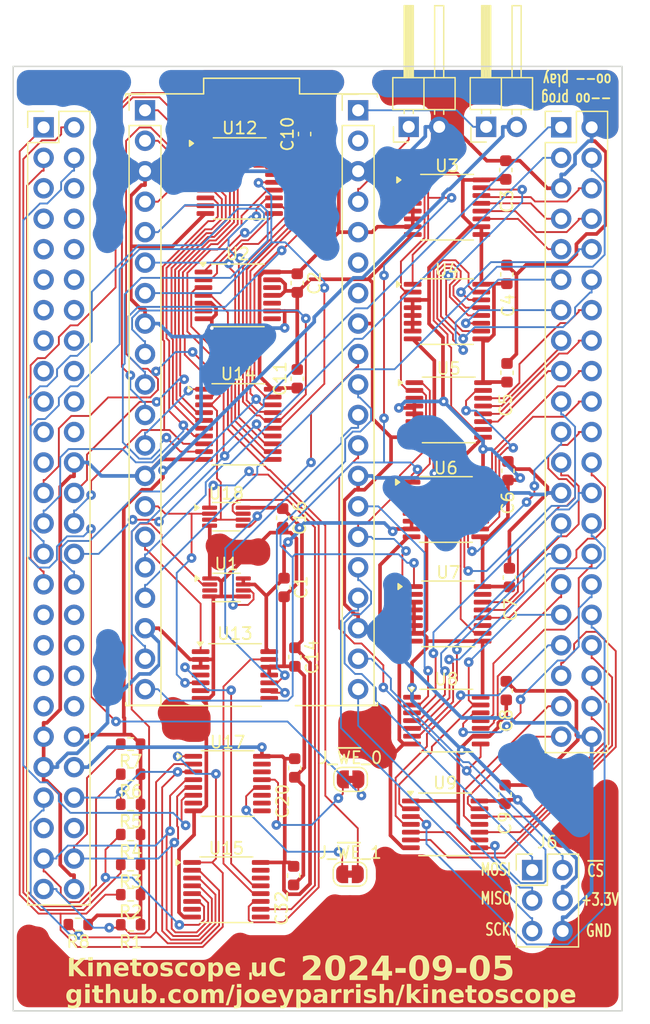
<source format=kicad_pcb>
(kicad_pcb (version 20240108) (generator "pcbnew") (generator_version "8.0")
  (title_block (title "Kinetoscope Microcontroller & Register Board"))
  (layers (0 "F.Cu" signal) (31 "B.Cu" signal) (34 "B.Paste" user) (35 "F.Paste" user) (36 "B.SilkS" user "B.Silkscreen") (37 "F.SilkS" user "F.Silkscreen") (38 "B.Mask" user) (39 "F.Mask" user) (44 "Edge.Cuts" user))
  (net 0 "")
  (net 1 "/~{SEGA_OE}")
  (net 2 "/kinetoscope-header-internal/SEGA_A13")
  (net 3 "/SEGA_D2")
  (net 4 "/SRAM_D_NEXT")
  (net 5 "/kinetoscope-header-internal/SEGA_A1")
  (net 6 "/kinetoscope-header-internal/SEGA_A14")
  (net 7 "/~{SEGA_AS}")
  (net 8 "/~{SRAM_W_A_CLR}")
  (net 9 "/kinetoscope-header-internal/SEGA_A9")
  (net 10 "/kinetoscope-header-internal/SEGA_A23")
  (net 11 "/kinetoscope-header-internal/SEGA_D13")
  (net 12 "/kinetoscope-header-internal/SEGA_A6")
  (net 13 "/kinetoscope-header-internal/SEGA_D9")
  (net 14 "/kinetoscope-header-internal/SEGA_A2")
  (net 15 "/kinetoscope-header-internal/SEGA_A7")
  (net 16 "/CMD_3V")
  (net 17 "/kinetoscope-header-internal/SEGA_A5")
  (net 18 "/kinetoscope-header-internal/SEGA_A16")
  (net 19 "/kinetoscope-header-internal/SEGA_A8")
  (net 20 "/kinetoscope-header-internal/SEGA_D14")
  (net 21 "/kinetoscope-header-internal/SEGA_A15")
  (net 22 "/kinetoscope-header-internal/SEGA_A10")
  (net 23 "/kinetoscope-header-internal/SEGA_D11")
  (net 24 "/kinetoscope-header-internal/SEGA_A4")
  (net 25 "/kinetoscope-header-internal/SEGA_A11")
  (net 26 "/kinetoscope-header-internal/SEGA_A17")
  (net 27 "/SRAM_DIS_1")
  (net 28 "/SRAM_DIS_2")
  (net 29 "/kinetoscope-header-internal/SEGA_A22")
  (net 30 "/kinetoscope-header-internal/SEGA_D12")
  (net 31 "/kinetoscope-header-internal/SEGA_A21")
  (net 32 "/kinetoscope-header-internal/SEGA_A3")
  (net 33 "/kinetoscope-header-internal/SEGA_A19")
  (net 34 "/kinetoscope-header-internal/SEGA_D15")
  (net 35 "/kinetoscope-header-internal/SEGA_D8")
  (net 36 "/SEGA_D4")
  (net 37 "/kinetoscope-header-internal/SEGA_D10")
  (net 38 "/~{SRAM_WE}")
  (net 39 "/kinetoscope-header-internal/SEGA_A18")
  (net 40 "/SRAM_D_CLK")
  (net 41 "/kinetoscope-header-internal/SEGA_A12")
  (net 42 "/SRAM_W_A_CLK")
  (net 43 "/SEGA_D7")
  (net 44 "/kinetoscope-header-internal/~{SEGA_CE}")
  (net 45 "/SEGA_D3")
  (net 46 "/SEGA_D0")
  (net 47 "/SEGA_D5")
  (net 48 "/SEGA_D1")
  (net 49 "/~{SEGA_REGISTER}")
  (net 50 "/~{REG_1_OE}")
  (net 51 "/SEGA_D6")
  (net 52 "/kinetoscope-header-internal/SEGA_A20")
  (net 53 "/kinetoscope-header-internal/~{SEGA_WE_UB}")
  (net 54 "/~{CMD_CLR}")
  (net 55 "/REG_R_D5")
  (net 56 "/SPI_MISO")
  (net 57 "/REG_R_D7")
  (net 58 "/REG_R_D6")
  (net 59 "/REG_R_D0")
  (net 60 "/REG_R_D2")
  (net 61 "/~{REG_0_OE}")
  (net 62 "/REG_R_D4")
  (net 63 "/~{ERR_SET}")
  (net 64 "/SPI_MOSI")
  (net 65 "/REG_R_D3")
  (net 66 "/SPI_SCK")
  (net 67 "/REG_R_D1")
  (net 74 "/~{SEGA_WE_LB}")
  (net 78 "/~{ERR_OE}")
  (net 80 "/~{SEGA_RESET}")
  (net 81 "/~{RESET_3V}")
  (net 82 "/REG_EN")
  (net 83 "+5V")
  (net 84 "GND")
  (net 85 "+3.3V")
  (net 88 "/VBUS")
  (net 90 "/~{SPI_CS}")
  (net 91 "/~{CMD_SET}")
  (net 92 "/~{ERR_CLR}")
  (net 93 "/~{CMD_OE}")
  (net 95 "/ERR_3V")
  (net 99 "/SRAM_W_A1")
  (net 100 "/SRAM_D_IN0")
  (net 101 "/SRAM_W_A12")
  (net 102 "/SRAM_W_A7")
  (net 103 "/SRAM_D_IN15")
  (net 104 "/SRAM_W_A9")
  (net 105 "/SRAM_D_IN9")
  (net 106 "/SRAM_W_A15")
  (net 107 "/SRAM_W_A13")
  (net 108 "/SRAM_W_A18")
  (net 109 "/SRAM_D_IN12")
  (net 110 "/SRAM_W_A16")
  (net 111 "/SRAM_D_IN13")
  (net 112 "/SRAM_D_IN11")
  (net 113 "/SRAM_W_A3")
  (net 114 "/SRAM_D_IN14")
  (net 115 "/SRAM_W_A5")
  (net 116 "/SRAM_D_IN8")
  (net 117 "/SRAM_W_A0")
  (net 118 "/SRAM_W_A10")
  (net 119 "/SRAM_D_IN2")
  (net 120 "/SRAM_D_IN7")
  (net 121 "/SRAM_W_A8")
  (net 122 "/SRAM_W_A14")
  (net 123 "/SRAM_D_IN3")
  (net 124 "/SRAM_D_IN10")
  (net 125 "/SRAM_D_IN1")
  (net 126 "/SRAM_D_IN6")
  (net 127 "/SRAM_W_A17")
  (net 128 "/SRAM_W_A6")
  (net 129 "/SRAM_W_A11")
  (net 130 "/SRAM_D_IN5")
  (net 131 "/SRAM_W_A2")
  (net 132 "/SRAM_D_IN4")
  (net 133 "/SRAM_W_A4")
  (net 135 "/address-counter-internal/AR0")
  (net 136 "/address-counter-internal/AR1")
  (net 137 "/address-counter-internal/AR2")
  (net 138 "/address-counter-internal/AR3")
  (net 139 "/~{REG_1_WE}")
  (net 140 "/~{REG_0_WE}")
  (net 145 "/register-file-internal/REG_1_WE")
  (net 146 "/register-file-internal/REG_0_WE")
  (net 147 "/~{REG_0_WE_INT}")
  (net 148 "/~{REG_1_WE_INT}")
  (footprint "Capacitor_SMD:C_0603_1608Metric" (layer "F.Cu") (at 42.24 68.54 -90)
    (property "Reference" "C14")
    (property "Value" "22nF")
  )
  (footprint "Connector_PinHeader_2.54mm:PinHeader_1x20_P2.54mm_Vertical" (layer "F.Cu") (at 47.52 22.96)
    (property "Reference" "J4" (hide yes))
    (property "Value" "~" (hide yes))
  )
  (footprint "Capacitor_SMD:C_0603_1608Metric" (layer "F.Cu") (at 41.225 56.94 -90)
    (property "Reference" "C16")
    (property "Value" "22nF")
  )
  (footprint "kinetoscope-cart-header:kinetoscope-cart-board-template" (layer "F.Cu") (at 21.28 24.38)
    (property "Reference" "X1" (hide yes))
    (property "Value" "~" (hide yes))
    (fp_rect (start -2.54 -5.08) (end 48.26 73.66) (stroke (width 0.12)) (fill none) (layer "Edge.Cuts"))
  )
  (footprint "Capacitor_SMD:C_0603_1608Metric" (layer "F.Cu") (at 60.14 61.915 90)
    (property "Reference" "C7")
    (property "Value" "22nF")
  )
  (footprint "Capacitor_SMD:C_0603_1608Metric" (layer "F.Cu") (at 59.84 27.94 90)
    (property "Reference" "C3")
    (property "Value" "22nF")
  )
  (footprint "Capacitor_SMD:C_0603_1608Metric" (layer "F.Cu") (at 42.44 37.365 -90)
    (property "Reference" "C2")
    (property "Value" "22nF")
  )
  (footprint "Package_SO:TSSOP-14_4.4x5mm_P0.65mm" (layer "F.Cu") (at 54.8775 73.84)
    (property "Reference" "U8")
    (property "Value" "74LV164A")
  )
  (footprint "Raspberry_Pi_Pico_W:Raspberry_Pi_Pico_W_template" (layer "F.Cu") (at 29.74 22.96)
    (property "Reference" "X2" (hide yes))
    (property "Value" "~" (hide yes))
  )
  (footprint "Package_SO:TSSOP-14_4.4x5mm_P0.65mm" (layer "F.Cu") (at 54.7775 82.49)
    (property "Reference" "U9")
    (property "Value" "74LV164A")
  )
  (footprint "Resistor_SMD:R_0603_1608Metric" (layer "F.Cu") (at 28.54 83.33 180)
    (property "Reference" "R4")
    (property "Value" "10k")
  )
  (footprint "Capacitor_SMD:C_0603_1608Metric" (layer "F.Cu") (at 42.44 45.34 90)
    (property "Reference" "C11")
    (property "Value" "22nF")
  )
  (footprint "Connector_PinHeader_2.54mm:PinHeader_2x26_P2.54mm_Vertical" (layer "F.Cu") (at 21.28 24.38)
    (property "Reference" "J1" (hide yes))
    (property "Value" "~" (hide yes))
  )
  (footprint "Capacitor_SMD:C_0603_1608Metric" (layer "F.Cu") (at 42.14 86.765 -90)
    (property "Reference" "C32")
    (property "Value" "22nF")
  )
  (footprint "Resistor_SMD:R_0603_1608Metric" (layer "F.Cu") (at 28.54 85.84 180)
    (property "Reference" "R3")
    (property "Value" "10k")
  )
  (footprint "Package_SO:TSSOP-20_4.4x6.5mm_P0.65mm" (layer "F.Cu") (at 37.5275 49.14)
    (property "Reference" "U14")
    (property "Value" "74AHC373")
  )
  (footprint "Capacitor_SMD:C_0603_1608Metric" (layer "F.Cu") (at 60.015 53.01 90)
    (property "Reference" "C6")
    (property "Value" "22nF")
  )
  (footprint "Resistor_SMD:R_0603_1608Metric" (layer "F.Cu") (at 24.165 90.84 180)
    (property "Reference" "R8")
    (property "Value" "10k")
  )
  (footprint "Package_SO:TSSOP-20_4.4x6.5mm_P0.65mm" (layer "F.Cu") (at 37.64 28.64)
    (property "Reference" "U12")
    (property "Value" "74AHC373")
  )
  (footprint "Connector_PinHeader_2.54mm:PinHeader_2x03_P2.54mm_Vertical" (layer "F.Cu") (at 62.04 86.3)
    (property "Reference" "J6")
    (property "Value" "Conn_02x03_Odd_Even")
  )
  (footprint "Resistor_SMD:R_0603_1608Metric" (layer "F.Cu") (at 28.54 75.8 180)
    (property "Reference" "R7")
    (property "Value" "10k")
  )
  (footprint "Package_SO:VSSOP-8_2.3x2mm_P0.5mm" (layer "F.Cu") (at 36.54 62.74)
    (property "Reference" "U1")
    (property "Value" "74LVC2G125")
  )
  (footprint "Package_SO:TSSOP-16_4.4x5mm_P0.65mm" (layer "F.Cu") (at 55.0775 47.94)
    (property "Reference" "U5")
    (property "Value" "74LV161A")
  )
  (footprint "Capacitor_SMD:C_0603_1608Metric" (layer "F.Cu") (at 59.9275 36.64 90)
    (property "Reference" "C4")
    (property "Value" "22nF")
  )
  (footprint "Package_SO:TSSOP-14_4.4x5mm_P0.65mm" (layer "F.Cu") (at 37.24 70.04)
    (property "Reference" "U13")
    (property "Value" "74AHC74")
  )
  (footprint "Resistor_SMD:R_0603_1608Metric" (layer "F.Cu") (at 28.54 88.35 180)
    (property "Reference" "R2")
    (property "Value" "10k")
  )
  (footprint "Resistor_SMD:R_0603_1608Metric" (layer "F.Cu") (at 28.54 80.82 180)
    (property "Reference" "R5")
    (property "Value" "10k")
  )
  (footprint "Package_SO:TSSOP-16_4.4x5mm_P0.65mm" (layer "F.Cu") (at 36.5275 87.94)
    (property "Reference" "U15")
    (property "Value" "74LVC138A")
  )
  (footprint "Resistor_SMD:R_0603_1608Metric" (layer "F.Cu") (at 28.54 90.86 180)
    (property "Reference" "R1")
    (property "Value" "10k")
  )
  (footprint "Connector_PinHeader_2.54mm:PinHeader_1x02_P2.54mm_Horizontal" (layer "F.Cu") (at 58.2 24.34 90)
    (property "Reference" "J7" (hide yes))
    (property "Value" "1x2 jumper right-angle" (hide yes))
  )
  (footprint "Package_SO:TSSOP-16_4.4x5mm_P0.65mm" (layer "F.Cu") (at 55.04 64.94)
    (property "Reference" "U7")
    (property "Value" "74LV161A")
  )
  (footprint "Connector_PinHeader_2.54mm:PinHeader_2x21_P2.54mm_Vertical" (layer "F.Cu") (at 64.46 24.38)
    (property "Reference" "J2" (hide yes))
    (property "Value" "~" (hide yes))
  )
  (footprint "Jumper:SolderJumper-2_P1.3mm_Bridged_RoundedPad1.0x1.5mm" (layer "F.Cu") (at 46.89 78.74)
    (property "Reference" "J_~{WE}_0")
    (property "Value" "~")
  )
  (footprint "Package_SO:TSSOP-14_4.4x5mm_P0.65mm" (layer "F.Cu") (at 37.4775 38.39)
    (property "Reference" "U2")
    (property "Value" "74AHC04")
  )
  (footprint "Capacitor_SMD:C_0603_1608Metric" (layer "F.Cu") (at 41.34 62.74 -90)
    (property "Reference" "C1")
    (property "Value" "22nF")
  )
  (footprint "Package_SO:VSSOP-8_2.3x2mm_P0.5mm" (layer "F.Cu") (at 36.525 56.84)
    (property "Reference" "U18")
    (property "Value" "74LVC2G125")
  )
  (footprint "Package_SO:TSSOP-16_4.4x5mm_P0.65mm" (layer "F.Cu") (at 54.84 56.24)
    (property "Reference" "U6")
    (property "Value" "74LV161A")
  )
  (footprint "Package_SO:TSSOP-16_4.4x5mm_P0.65mm" (layer "F.Cu") (at 54.94 31.04)
    (property "Reference" "U3")
    (property "Value" "74LV161A")
  )
  (footprint "Capacitor_SMD:C_0603_1608Metric" (layer "F.Cu") (at 59.8775 71.34 90)
    (property "Reference" "C8")
    (property "Value" "22nF")
  )
  (footprint "Package_SO:TSSOP-16_4.4x5mm_P0.65mm" (layer "F.Cu") (at 36.6275 79.09)
    (property "Reference" "U17")
    (property "Value" "74LVC138A")
  )
  (footprint "Capacitor_SMD:C_0603_1608Metric" (layer "F.Cu") (at 43.0525 24.94 90)
    (property "Reference" "C10")
    (property "Value" "22nF")
  )
  (footprint "Package_SO:TSSOP-16_4.4x5mm_P0.65mm" (layer "F.Cu") (at 54.9275 39.74)
    (property "Reference" "U4")
    (property "Value" "74LV161A")
  )
  (footprint "Connector_PinHeader_2.54mm:PinHeader_1x20_P2.54mm_Vertical" (layer "F.Cu") (at 29.74 22.96)
    (property "Reference" "J3" (hide yes))
    (property "Value" "~" (hide yes))
  )
  (footprint "Connector_PinHeader_2.54mm:PinHeader_1x02_P2.54mm_Horizontal" (layer "F.Cu") (at 51.74 24.34 90)
    (property "Reference" "J5" (hide yes))
    (property "Value" "1x2 jumper right-angle" (hide yes))
  )
  (footprint "Capacitor_SMD:C_0603_1608Metric" (layer "F.Cu") (at 59.7775 79.99 90)
    (property "Reference" "C9")
    (property "Value" "22nF")
  )
  (footprint "Resistor_SMD:R_0603_1608Metric" (layer "F.Cu") (at 28.54 78.31 180)
    (property "Reference" "R6")
    (property "Value" "10k")
  )
  (footprint "Jumper:SolderJumper-2_P1.3mm_Bridged_RoundedPad1.0x1.5mm" (layer "F.Cu") (at 46.84 86.64)
    (property "Reference" "J_~{WE}_1")
    (property "Value" "~")
  )
  (footprint "Capacitor_SMD:C_0603_1608Metric" (layer "F.Cu") (at 42.2275 77.79 -90)
    (property "Reference" "C20")
    (property "Value" "22nF")
  )
  (footprint "Capacitor_SMD:C_0603_1608Metric" (layer "F.Cu") (at 59.94 44.84 90)
    (property "Reference" "C5")
    (property "Value" "22nF")
  )
  (gr_rect (start 38.44 94.84) (end 38.64 95.44) (stroke (width 0.01)) (fill solid) (layer "F.SilkS"))
  (gr_text "SCK" (at 58.04 91.84 0) (layer "F.SilkS") (effects (font (size 1 0.7) (thickness 0.1524)) (justify left bottom)))
  (gr_text "github.com/joeyparrish/kinetoscope" (at 65.74 97.64 0) (layer "F.SilkS") (effects (font (size 1.5 1.5) (thickness 0.2) (bold yes)) (justify right bottom)))
  (gr_text "+3.3V" (at 66.04 89.34 0) (layer "F.SilkS") (effects (font (size 1 0.7) (thickness 0.1524)) (justify left bottom)))
  (gr_text "GND" (at 66.44 91.94 0) (layer "F.SilkS") (effects (font (size 1 0.7) (thickness 0.1524)) (justify left bottom)))
  (gr_text "--oo prog\noo-- play" (at 68.74 19.84 180) (layer "F.SilkS") (effects (font (size 1 0.7) (thickness 0.15) (bold yes)) (justify left bottom)))
  (gr_text "2024-09-05" (at 51.64 94.64 0) (layer "F.SilkS") (effects (font (size 2 2) (thickness 0.3) (bold yes))))
  (gr_text "MISO" (at 57.64 89.24 0) (layer "F.SilkS") (effects (font (size 1 0.7) (thickness 0.1524)) (justify left bottom)))
  (gr_text "~{CS}" (at 66.54 86.94 0) (layer "F.SilkS") (effects (font (size 1 0.7) (thickness 0.1524)) (justify left bottom)))
  (gr_text "MOSI" (at 57.64 86.84 0) (layer "F.SilkS") (effects (font (size 1 0.7) (thickness 0.1524)) (justify left bottom)))
  (gr_text "Kinetoscope uC\n" (at 23.204405 95.406471 0) (layer "F.SilkS") (effects (font (size 1.5 1.5) (thickness 0.25) (bold yes)) (justify left bottom)))
  (segment (start 35.9194 87.9971) (end 34.2373 86.315) (width 0.1524) (layer "F.Cu") (net 1))
  (segment (start 24.2091 91.6996) (end 24.4199 91.9104) (width 0.1524) (layer "F.Cu") (net 1))
  (segment (start 31.6311 92.4075) (end 34.4205 92.4075) (width 0.1524) (layer "F.Cu") (net 1))
  (segment (start 34.4205 92.4075) (end 35.9194 90.9086) (width 0.1524) (layer "F.Cu") (net 1))
  (segment (start 30.6621 91.4385) (end 31.6311 92.4075) (width 0.1524) (layer "F.Cu") (net 1))
  (segment (start 24.4199 91.9104) (end 30.1902 91.9104) (width 0.1524) (layer "F.Cu") (net 1))
  (segment (start 30.6621 78.9635) (end 30.6621 91.4385) (width 0.1524) (layer "F.Cu") (net 1))
  (segment (start 24.1996 91.6996) (end 23.34 90.84) (width 0.1524) (layer "F.Cu") (net 1))
  (segment (start 34.2373 86.315) (end 33.665 86.315) (width 0.1524) (layer "F.Cu") (net 1))
  (segment (start 33.765 77.465) (end 32.1606 77.465) (width 0.1524) (layer "F.Cu") (net 1))
  (segment (start 32.1606 77.465) (end 30.6621 78.9635) (width 0.1524) (layer "F.Cu") (net 1))
  (segment (start 35.9194 90.9086) (end 35.9194 87.9971) (width 0.1524) (layer "F.Cu") (net 1))
  (segment (start 24.2091 91.6996) (end 24.1996 91.6996) (width 0.1524) (layer "F.Cu") (net 1))
  (segment (start 30.1902 91.9104) (end 30.6621 91.4385) (width 0.1524) (layer "F.Cu") (net 1))
  (via (at 24.2091 91.6996) (size 0.8) (drill 0.3) (layers "F.Cu" "B.Cu") (net 1))
  (segment (start 21.28 81.3379) (end 21.1453 81.3379) (width 0.1524) (layer "B.Cu") (net 1))
  (segment (start 21.1453 81.3379) (end 20.1991 82.2841) (width 0.1524) (layer "B.Cu") (net 1))
  (segment (start 20.1991 82.2841) (end 20.1991 88.3918) (width 0.1524) (layer "B.Cu") (net 1))
  (segment (start 20.1991 88.3918) (end 23.5069 91.6996) (width 0.1524) (layer "B.Cu") (net 1))
  (segment (start 23.5069 91.6996) (end 24.2091 91.6996) (width 0.1524) (layer "B.Cu") (net 1))
  (segment (start 21.28 80.26) (end 21.28 81.3379) (width 0.1524) (layer "B.Cu") (net 1))
  (segment (start 36.146 30.3607) (end 36.146 32.015) (width 0.1524) (layer "F.Cu") (net 3))
  (segment (start 36.146 32.015) (end 35.2782 32.8828) (width 0.1524) (layer "F.Cu") (net 3))
  (segment (start 34.7775 29.615) (end 35.4003 29.615) (width 0.1524) (layer "F.Cu") (net 3))
  (segment (start 31.7591 42.1906) (end 31.7591 48.0404) (width 0.1524) (layer "F.Cu") (net 3))
  (segment (start 35.2782 32.8828) (end 34.7575 32.8828) (width 0.1524) (layer "F.Cu") (net 3))
  (segment (start 35.4003 29.615) (end 36.146 30.3607) (width 0.1524) (layer "F.Cu") (net 3))
  (segment (start 31.5325 41.964) (end 31.7591 42.1906) (width 0.1524) (layer "F.Cu") (net 3))
  (segment (start 31.5325 36.1078) (end 31.5325 41.964) (width 0.1524) (layer "F.Cu") (net 3))
  (segment (start 33.8337 50.115) (end 32.9367 49.218) (width 0.1524) (layer "F.Cu") (net 3))
  (segment (start 34.7575 32.8828) (end 31.5325 36.1078) (width 0.1524) (layer "F.Cu") (net 3))
  (segment (start 31.7591 48.0404) (end 32.9367 49.218) (width 0.1524) (layer "F.Cu") (net 3))
  (segment (start 34.665 50.115) (end 33.8337 50.115) (width 0.1524) (layer "F.Cu") (net 3))
  (via (at 32.9367 49.218) (size 0.8) (drill 0.3) (layers "F.Cu" "B.Cu") (net 3))
  (segment (start 28.9663 52.3077) (end 30.3532 52.3077) (width 0.1524) (layer "B.Cu") (net 3))
  (segment (start 22.6634 51.9027) (end 23.3649 51.2012) (width 0.1524) (layer "B.Cu") (net 3))
  (segment (start 32.9367 49.7263) (end 32.9367 49.218) (width 0.1524) (layer "B.Cu") (net 3))
  (segment (start 21.28 56.3221) (end 21.4149 56.3221) (width 0.1524) (layer "B.Cu") (net 3))
  (segment (start 30.3532 52.3077) (end 31.7866 50.8743) (width 0.1524) (layer "B.Cu") (net 3))
  (segment (start 22.6634 55.0736) (end 22.6634 51.9027) (width 0.1524) (layer "B.Cu") (net 3))
  (segment (start 31.7866 50.8743) (end 31.7866 50.8742) (width 0.1524) (layer "B.Cu") (net 3))
  (segment (start 31.7866 50.8742) (end 31.7888 50.8742) (width 0.1524) (layer "B.Cu") (net 3))
  (segment (start 31.7888 50.8742) (end 32.9367 49.7263) (width 0.1524) (layer "B.Cu") (net 3))
  (segment (start 23.3649 51.2012) (end 27.8598 51.2012) (width 0.1524) (layer "B.Cu") (net 3))
  (segment (start 21.4149 56.3221) (end 22.6634 55.0736) (width 0.1524) (layer "B.Cu") (net 3))
  (segment (start 27.8598 51.2012) (end 28.9663 52.3077) (width 0.1524) (layer "B.Cu") (net 3))
  (segment (start 21.28 57.4) (end 21.28 56.3221) (width 0.1524) (layer "B.Cu") (net 3))
  (segment (start 52.6249 72.54) (end 53.3561 71.8088) (width 0.1524) (layer "F.Cu") (net 4))
  (segment (start 53.3561 71.8088) (end 53.3561 69.6812) (width 0.1524) (layer "F.Cu") (net 4))
  (segment (start 52.015 72.54) (end 52.6249 72.54) (width 0.1524) (layer "F.Cu") (net 4))
  (via (at 53.3561 69.6812) (size 0.8) (drill 0.3) (layers "F.Cu" "B.Cu") (net 4))
  (segment (start 48.5979 55.98) (end 49.2092 55.98) (width 0.1524) (layer "B.Cu") (net 4))
  (segment (start 53.063 59.8338) (end 53.063 69.3881) (width 0.1524) (layer "B.Cu") (net 4))
  (segment (start 53.063 69.3881) (end 53.3561 69.6812) (width 0.1524) (layer "B.Cu") (net 4))
  (segment (start 47.52 55.98) (end 48.5979 55.98) (width 0.1524) (layer "B.Cu") (net 4))
  (segment (start 49.2092 55.98) (end 53.063 59.8338) (width 0.1524) (layer "B.Cu") (net 4))
  (segment (start 35.3461 85.665) (end 33.665 85.665) (width 0.1524) (layer "F.Cu") (net 5))
  (segment (start 35.3461 85.665) (end 35.6558 85.3553) (width 0.1524) (layer "F.Cu") (net 5))
  (segment (start 34.5465 92.7116) (end 36.2235 91.0346) (width 0.1524) (layer "F.Cu") (net 5))
  (segment (start 22.693 91.2996) (end 24.105 92.7116) (width 0.1524) (layer "F.Cu") (net 5))
  (segment (start 26.43 88.35) (end 27.715 88.35) (width 0.1524) (layer "F.Cu") (net 5))
  (segment (start 33.7647 76.8153) (end 32.4646 76.8153) (width 0.1524) (layer "F.Cu") (net 5))
  (segment (start 20.8531 89.9307) (end 22.693 89.9307) (width 0.1524) (layer "F.Cu") (net 5))
  (segment (start 22.693 89.9307) (end 22.693 91.2996) (width 0.1524) (layer "F.Cu") (net 5))
  (segment (start 36.2235 86.5424) (end 35.3461 85.665) (width 0.1524) (layer "F.Cu") (net 5))
  (segment (start 33.765 76.815) (end 33.7647 76.8153) (width 0.1524) (layer "F.Cu") (net 5))
  (segment (start 21.28 24.38) (end 19.2814 26.3786) (width 0.1524) (layer "F.Cu") (net 5))
  (segment (start 19.2814 26.3786) (end 19.2814 88.359) (width 0.1524) (layer "F.Cu") (net 5))
  (segment (start 36.2235 91.0346) (end 36.2235 86.5424) (width 0.1524) (layer "F.Cu") (net 5))
  (segment (start 22.693 89.9307) (end 24.8493 89.9307) (width 0.1524) (layer "F.Cu") (net 5))
  (segment (start 24.8493 89.9307) (end 26.43 88.35) (width 0.1524) (layer "F.Cu") (net 5))
  (segment (start 35.6558 85.3553) (end 35.6558 78.281) (width 0.1524) (layer "F.Cu") (net 5))
  (segment (start 24.105 92.7116) (end 34.5465 92.7116) (width 0.1524) (layer "F.Cu") (net 5))
  (segment (start 19.2814 88.359) (end 20.8531 89.9307) (width 0.1524) (layer "F.Cu") (net 5))
  (via (at 32.4646 76.8153) (size 0.8) (drill 0.3) (layers "F.Cu" "B.Cu") (net 5))
  (via (at 35.6558 78.281) (size 0.8) (drill 0.3) (layers "F.Cu" "B.Cu") (net 5))
  (segment (start 33.9303 78.281) (end 35.6558 78.281) (width 0.1524) (layer "B.Cu") (net 5))
  (segment (start 32.4646 76.8153) (end 33.9303 78.281) (width 0.1524) (layer "B.Cu") (net 5))
  (segment (start 35.0071 90.5306) (end 35.0071 89.0311) (width 0.1524) (layer "F.Cu") (net 7))
  (segment (start 33.765 79.415) (end 33.174 79.415) (width 0.1524) (layer "F.Cu") (net 7))
  (segment (start 32.4204 82.6385) (end 32.4964 82.7145) (width 0.1524) (layer "F.Cu") (net 7))
  (segment (start 24.8979 83.291) (end 23.9268 84.2621) (width 0.1524) (layer "F.Cu") (net 7))
  (segment (start 31.9642 91.185) (end 32.2744 91.4952) (width 0.1524) (layer "F.Cu") (net 7))
  (segment (start 32.4964 82.7145) (end 32.4964 83.6916) (width 0.1524) (layer "F.Cu") (net 7))
  (segment (start 27.715 75.8) (end 24.8979 78.6171) (width 0.1524) (layer "F.Cu") (net 7))
  (segment (start 24.8979 78.6171) (end 24.8979 83.291) (width 0.1524) (layer "F.Cu") (net 7))
  (segment (start 33.174 79.415) (end 32.4204 80.1686) (width 0.1524) (layer "F.Cu") (net 7))
  (segment (start 34.0425 91.4952) (end 35.0071 90.5306) (width 0.1524) (layer "F.Cu") (net 7))
  (segment (start 32.4964 83.6916) (end 32.1855 84.0025) (width 0.1524) (layer "F.Cu") (net 7))
  (segment (start 32.4204 80.1686) (end 32.4204 82.6385) (width 0.1524) (layer "F.Cu") (net 7))
  (segment (start 23.82 85.34) (end 23.82 84.2621) (width 0.1524) (layer "F.Cu") (net 7))
  (segment (start 35.0071 89.0311) (end 34.241 88.265) (width 0.1524) (layer "F.Cu") (net 7))
  (segment (start 32.1855 84.0025) (end 31.9642 84.2238) (width 0.1524) (layer "F.Cu") (net 7))
  (segment (start 31.9642 84.2238) (end 31.9642 91.185) (width 0.1524) (layer "F.Cu") (net 7))
  (segment (start 23.9268 84.2621) (end 23.82 84.2621) (width 0.1524) (layer "F.Cu") (net 7))
  (segment (start 32.2744 91.4952) (end 34.0425 91.4952) (width 0.1524) (layer "F.Cu") (net 7))
  (segment (start 34.241 88.265) (end 33.665 88.265) (width 0.1524) (layer "F.Cu") (net 7))
  (via (at 32.1855 84.0025) (size 0.8) (drill 0.3) (layers "F.Cu" "B.Cu") (net 7))
  (segment (start 30.848 85.34) (end 32.1855 84.0025) (width 0.1524) (layer "B.Cu") (net 7))
  (segment (start 23.82 85.34) (end 30.848 85.34) (width 0.1524) (layer "B.Cu") (net 7))
  (segment (start 51.9775 53.3956) (end 51.9775 53.965) (width 0.1524) (layer "F.Cu") (net 8))
  (segment (start 52.6895 28.765) (end 52.0775 28.765) (width 0.1524) (layer "F.Cu") (net 8))
  (segment (start 52.1775 62.665) (end 52.1775 60.6919) (width 0.1524) (layer "F.Cu") (net 8))
  (segment (start 52.8295 45.665) (end 52.215 45.665) (width 0.1524) (layer "F.Cu") (net 8))
  (segment (start 53.3614 30.254) (end 55.3127 30.254) (width 0.1524) (layer "F.Cu") (net 8))
  (segment (start 52.065 35.013) (end 53.3614 33.7166) (width 0.1524) (layer "F.Cu") (net 8))
  (segment (start 51.9775 53.965) (end 53.4973 52.4452) (width 0.1524) (layer "F.Cu") (net 8))
  (segment (start 52.065 37.465) (end 52.065 35.013) (width 0.1524) (layer "F.Cu") (net 8))
  (segment (start 53.3614 29.4369) (end 52.6895 28.765) (width 0.1524) (layer "F.Cu") (net 8))
  (segment (start 53.3614 33.7166) (end 53.3614 30.254) (width 0.1524) (layer "F.Cu") (net 8))
  (segment (start 53.4973 52.4452) (end 53.4973 46.3328) (width 0.1524) (layer "F.Cu") (net 8))
  (segment (start 49.6784 48.6332) (end 49.6784 36.7212) (width 0.1524) (layer "F.Cu") (net 8))
  (segment (start 53.3614 30.254) (end 53.3614 29.4369) (width 0.1524) (layer "F.Cu") (net 8))
  (segment (start 53.4973 46.3328) (end 52.8295 45.665) (width 0.1524) (layer "F.Cu") (net 8))
  (segment (start 52.476 52.8971) (end 51.9775 53.3956) (width 0.1524) (layer "F.Cu") (net 8))
  (via (at 55.3127 30.254) (size 0.8) (drill 0.3) (layers "F.Cu" "B.Cu") (net 8))
  (via (at 49.6784 36.7212) (size 0.8) (drill 0.3) (layers "F.Cu" "B.Cu") (net 8))
  (via (at 52.476 52.8971) (size 0.8) (drill 0.3) (layers "F.Cu" "B.Cu") (net 8))
  (via (at 49.6784 48.6332) (size 0.8) (drill 0.3) (layers "F.Cu" "B.Cu") (net 8))
  (via (at 52.1775 60.6919) (size 0.8) (drill 0.3) (layers "F.Cu" "B.Cu") (net 8))
  (segment (start 41.0414 58.3536) (end 47.0738 52.3212) (width 0.1524) (layer "B.Cu") (net 8))
  (segment (start 51.9001 52.3212) (end 52.476 52.8971) (width 0.1524) (layer "B.Cu") (net 8))
  (segment (start 42.0589 60.18) (end 41.9673 60.18) (width 0.1524) (layer "B.Cu") (net 8))
  (segment (start 49.6784 52.3212) (end 49.6784 48.6332) (width 0.1524) (layer "B.Cu") (net 8))
  (segment (start 42.0589 71.7776) (end 42.0589 60.18) (width 0.1524) (layer "B.Cu") (net 8))
  (segment (start 42.2691 59.9698) (end 42.0589 60.18) (width 0.1524) (layer "B.Cu") (net 8))
  (segment (start 31.7734 72.1755) (end 41.661 72.1755) (width 0.1524) (layer "B.Cu") (net 8))
  (segment (start 30.8179 71.22) (end 31.7734 72.1755) (width 0.1524) (layer "B.Cu") (net 8))
  (segment (start 49.6784 35.8883) (end 49.6784 36.7212) (width 0.1524) (layer "B.Cu") (net 8))
  (segment (start 50.8962 59.9698) (end 42.2691 59.9698) (width 0.1524) (layer "B.Cu") (net 8))
  (segment (start 41.661 72.1755) (end 42.0589 71.7776) (width 0.1524) (layer "B.Cu") (net 8))
  (segment (start 51.6183 60.6919) (end 50.8962 59.9698) (width 0.1524) (layer "B.Cu") (net 8))
  (segment (start 55.3127 30.254) (end 49.6784 35.8883) (width 0.1524) (layer "B.Cu") (net 8))
  (segment (start 41.9673 60.18) (end 41.0414 59.2541) (width 0.1524) (layer "B.Cu") (net 8))
  (segment (start 49.6784 52.3212) (end 51.9001 52.3212) (width 0.1524) (layer "B.Cu") (net 8))
  (segment (start 47.0738 52.3212) (end 49.6784 52.3212) (width 0.1524) (layer "B.Cu") (net 8))
  (segment (start 29.74 71.22) (end 30.8179 71.22) (width 0.1524) (layer "B.Cu") (net 8))
  (segment (start 41.0414 59.2541) (end 41.0414 58.3536) (width 0.1524) (layer "B.Cu") (net 8))
  (segment (start 52.1775 60.6919) (end 51.6183 60.6919) (width 0.1524) (layer "B.Cu") (net 8))
  (segment (start 22.7421 24.9695) (end 22.2537 25.4579) (width 0.1524) (layer "F.Cu") (net 14))
  (segment (start 21.1508 25.4579) (end 19.5855 27.0232) (width 0.1524) (layer "F.Cu") (net 14))
  (segment (start 22.2537 25.4579) (end 21.1508 25.4579) (width 0.1524) (layer "F.Cu") (net 14))
  (segment (start 23.82 24.38) (end 22.7421 24.38) (width 0.1524) (layer "F.Cu") (net 14))
  (segment (start 24.6265 89.6266) (end 27.715 86.5381) (width 0.1524) (layer "F.Cu") (net 14))
  (segment (start 22.7421 24.38) (end 22.7421 24.9695) (width 0.1524) (layer "F.Cu") (net 14))
  (segment (start 19.5855 88.1738) (end 21.0383 89.6266) (width 0.1524) (layer "F.Cu") (net 14))
  (segment (start 19.5855 27.0232) (end 19.5855 88.1738) (width 0.1524) (layer "F.Cu") (net 14))
  (segment (start 21.0383 89.6266) (end 24.6265 89.6266) (width 0.1524) (layer "F.Cu") (net 14))
  (segment (start 27.715 86.5381) (end 27.715 85.84) (width 0.1524) (layer "F.Cu") (net 14))
  (segment (start 30.279 55.98) (end 30.8179 55.98) (width 0.1524) (layer "F.Cu") (net 16))
  (segment (start 31.4279 56.59) (end 33.623 56.59) (width 0.1524) (layer "F.Cu") (net 16))
  (segment (start 33.623 56.59) (end 35.125 56.59) (width 0.1524) (layer "F.Cu") (net 16))
  (segment (start 30.8179 55.98) (end 31.4279 56.59) (width 0.1524) (layer "F.Cu") (net 16))
  (segment (start 33.623 56.59) (end 33.623 60.2878) (width 0.1524) (layer "F.Cu") (net 16))
  (segment (start 33.0737 70.69) (end 34.3775 70.69) (width 0.1524) (layer "F.Cu") (net 16))
  (segment (start 30.279 55.98) (end 29.74 55.98) (width 0.1524) (layer "F.Cu") (net 16))
  (via (at 33.623 60.2878) (size 0.8) (drill 0.3) (layers "F.Cu" "B.Cu") (net 16))
  (via (at 33.0737 70.69) (size 0.8) (drill 0.3) (layers "F.Cu" "B.Cu") (net 16))
  (segment (start 33.623 60.2878) (end 32.3811 61.5297) (width 0.1524) (layer "B.Cu") (net 16))
  (segment (start 32.3811 61.5297) (end 32.3811 69.9974) (width 0.1524) (layer "B.Cu") (net 16))
  (segment (start 32.3811 69.9974) (end 33.0737 70.69) (width 0.1524) (layer "B.Cu") (net 16))
  (segment (start 33.2131 80.065) (end 32.7899 80.4882) (width 0.1524) (layer "F.Cu") (net 24))
  (segment (start 32.7899 80.4882) (end 32.7899 82.2336) (width 0.1524) (layer "F.Cu") (net 24))
  (segment (start 33.765 80.065) (end 33.2131 80.065) (width 0.1524) (layer "F.Cu") (net 24))
  (segment (start 32.7899 82.2336) (end 33.1283 82.572) (width 0.1524) (layer "F.Cu") (net 24))
  (via (at 33.1283 82.572) (size 0.8) (drill 0.3) (layers "F.Cu" "B.Cu") (net 24))
  (segment (start 22.55 80.5639) (end 23.5161 81.53) (width 0.1524) (layer "B.Cu") (net 24))
  (segment (start 21.5968 78.99) (end 22.55 79.9432) (width 0.1524) (layer "B.Cu") (net 24))
  (segment (start 22.7421 29.5718) (end 21.5839 30.73) (width 0.1524) (layer "B.Cu") (net 24))
  (segment (start 22.7421 28.9409) (end 22.7421 29.5718) (width 0.1524) (layer "B.Cu") (net 24))
  (segment (start 19.5835 32.1265) (end 19.5835 77.5675) (width 0.1524) (layer "B.Cu") (net 24))
  (segment (start 23.82 27.9979) (end 23.6851 27.9979) (width 0.1524) (layer "B.Cu") (net 24))
  (segment (start 19.5835 77.5675) (end 21.006 78.99) (width 0.1524) (layer "B.Cu") (net 24))
  (segment (start 20.98 30.73) (end 19.5835 32.1265) (width 0.1524) (layer "B.Cu") (net 24))
  (segment (start 22.55 79.9432) (end 22.55 80.5639) (width 0.1524) (layer "B.Cu") (net 24))
  (segment (start 32.0863 81.53) (end 33.1283 82.572) (width 0.1524) (layer "B.Cu") (net 24))
  (segment (start 21.5839 30.73) (end 20.98 30.73) (width 0.1524) (layer "B.Cu") (net 24))
  (segment (start 23.82 26.92) (end 23.82 27.9979) (width 0.1524) (layer "B.Cu") (net 24))
  (segment (start 23.5161 81.53) (end 32.0863 81.53) (width 0.1524) (layer "B.Cu") (net 24))
  (segment (start 21.006 78.99) (end 21.5968 78.99) (width 0.1524) (layer "B.Cu") (net 24))
  (segment (start 23.6851 27.9979) (end 22.7421 28.9409) (width 0.1524) (layer "B.Cu") (net 24))
  (segment (start 62.9656 26.92) (end 63.3821 26.92) (width 0.1524) (layer "B.Cu") (net 27))
  (segment (start 36.3304 52.4459) (end 36.7835 52.4459) (width 0.1524) (layer "B.Cu") (net 27))
  (segment (start 29.74 59.9821) (end 29.8517 59.9821) (width 0.1524) (layer "B.Cu") (net 27))
  (segment (start 29.8517 59.9821) (end 34.8037 55.0301) (width 0.1524) (layer "B.Cu") (net 27))
  (segment (start 47.8756 42.01) (end 62.9656 26.92) (width 0.1524) (layer "B.Cu") (net 27))
  (segment (start 34.8037 53.9726) (end 36.3304 52.4459) (width 0.1524) (layer "B.Cu") (net 27))
  (segment (start 64.46 26.92) (end 63.3821 26.92) (width 0.1524) (layer "B.Cu") (net 27))
  (segment (start 36.7835 52.4459) (end 47.2194 42.01) (width 0.1524) (layer "B.Cu") (net 27))
  (segment (start 34.8037 55.0301) (end 34.8037 53.9726) (width 0.1524) (layer "B.Cu") (net 27))
  (segment (start 29.74 61.06) (end 29.74 59.9821) (width 0.1524) (layer "B.Cu") (net 27))
  (segment (start 47.2194 42.01) (end 47.8756 42.01) (width 0.1524) (layer "B.Cu") (net 27))
  (segment (start 47.2603 44.55) (end 39.1044 52.7059) (width 0.1524) (layer "B.Cu") (net 28))
  (segment (start 68.0855 35.0014) (end 67.0848 36.0021) (width 0.1524) (layer "B.Cu") (net 28))
  (segment (start 39.1044 53.2926) (end 29.8749 62.5221) (width 0.1524) (layer "B.Cu") (net 28))
  (segment (start 68.0855 28.9717) (end 68.0855 35.0014) (width 0.1524) (layer "B.Cu") (net 28))
  (segment (start 67.1117 27.9979) (end 68.0855 28.9717) (width 0.1524) (layer "B.Cu") (net 28))
  (segment (start 59.1049 36.0021) (end 50.557 44.55) (width 0.1524) (layer "B.Cu") (net 28))
  (segment (start 39.1044 52.7059) (end 39.1044 53.2926) (width 0.1524) (layer "B.Cu") (net 28))
  (segment (start 50.557 44.55) (end 47.2603 44.55) (width 0.1524) (layer "B.Cu") (net 28))
  (segment (start 29.8749 62.5221) (end 29.74 62.5221) (width 0.1524) (layer "B.Cu") (net 28))
  (segment (start 67 26.92) (end 67 27.9979) (width 0.1524) (layer "B.Cu") (net 28))
  (segment (start 29.74 63.6) (end 29.74 62.5221) (width 0.1524) (layer "B.Cu") (net 28))
  (segment (start 67.0848 36.0021) (end 59.1049 36.0021) (width 0.1524) (layer "B.Cu") (net 28))
  (segment (start 67 27.9979) (end 67.1117 27.9979) (width 0.1524) (layer "B.Cu") (net 28))
  (segment (start 27.715 83.33) (end 26.4423 84.6027) (width 0.1524) (layer "F.Cu") (net 32))
  (segment (start 19.8896 88.0478) (end 21.1625 89.3207) (width 0.1524) (layer "F.Cu") (net 32))
  (segment (start 24.3807 89.3207) (end 26.4423 87.2591) (width 0.1524) (layer "F.Cu") (net 32))
  (segment (start 21.1453 27.9979) (end 19.8896 29.2536) (width 0.1524) (layer "F.Cu") (net 32))
  (segment (start 19.8896 29.2536) (end 19.8896 88.0478) (width 0.1524) (layer "F.Cu") (net 32))
  (segment (start 21.28 26.92) (end 21.28 27.9979) (width 0.1524) (layer "F.Cu") (net 32))
  (segment (start 34.2356 88.915) (end 34.663 89.3424) (width 0.1524) (layer "F.Cu") (net 32))
  (segment (start 34.2271 90.8673) (end 32.603 90.8673) (width 0.1524) (layer "F.Cu") (net 32))
  (segment (start 34.663 89.3424) (end 34.663 90.4314) (width 0.1524) (layer "F.Cu") (net 32))
  (segment (start 33.665 88.915) (end 34.2356 88.915) (width 0.1524) (layer "F.Cu") (net 32))
  (segment (start 34.663 90.4314) (end 34.2271 90.8673) (width 0.1524) (layer "F.Cu") (net 32))
  (segment (start 21.28 27.9979) (end 21.1453 27.9979) (width 0.1524) (layer "F.Cu") (net 32))
  (segment (start 26.4423 87.2591) (end 26.4423 86.9228) (width 0.1524) (layer "F.Cu") (net 32))
  (segment (start 21.1625 89.3207) (end 24.3807 89.3207) (width 0.1524) (layer "F.Cu") (net 32))
  (segment (start 26.4423 84.6027) (end 26.4423 86.9228) (width 0.1524) (layer "F.Cu") (net 32))
  (via (at 32.603 90.8673) (size 0.8) (drill 0.3) (layers "F.Cu" "B.Cu") (net 32))
  (via (at 26.4423 86.9228) (size 0.8) (drill 0.3) (layers "F.Cu" "B.Cu") (net 32))
  (segment (start 28.6585 86.9228) (end 32.603 90.8673) (width 0.1524) (layer "B.Cu") (net 32))
  (segment (start 26.4423 86.9228) (end 28.6585 86.9228) (width 0.1524) (layer "B.Cu") (net 32))
  (segment (start 37.5665 35.3389) (end 37.6293 35.2761) (width 0.1524) (layer "F.Cu") (net 36))
  (segment (start 40.5025 30.265) (end 39.9148 30.265) (width 0.1524) (layer "F.Cu") (net 36))
  (segment (start 39.0284 31.1514) (end 39.0284 31.7908) (width 0.1524) (layer "F.Cu") (net 36))
  (segment (start 37.5665 48.5515) (end 37.5665 35.3389) (width 0.1524) (layer "F.Cu") (net 36))
  (segment (start 39.9148 30.265) (end 39.0284 31.1514) (width 0.1524) (layer "F.Cu") (net 36))
  (segment (start 39.78 50.765) (end 37.5665 48.5515) (width 0.1524) (layer "F.Cu") (net 36))
  (segment (start 40.39 50.765) (end 39.78 50.765) (width 0.1524) (layer "F.Cu") (net 36))
  (via (at 39.0284 31.7908) (size 0.8) (drill 0.3) (layers "F.Cu" "B.Cu") (net 36))
  (via (at 37.6293 35.2761) (size 0.8) (drill 0.3) (layers "F.Cu" "B.Cu") (net 36))
  (segment (start 23.5161 45.97) (end 24.116 45.97) (width 0.1524) (layer "B.Cu") (net 36))
  (segment (start 29.2913 34.5322) (end 36.7078 34.5322) (width 0.1524) (layer "B.Cu") (net 36))
  (segment (start 27.6201 36.2034) (end 29.2913 34.5322) (width 0.1524) (layer "B.Cu") (net 36))
  (segment (start 21.2067 58.8621) (end 20.1947 57.8501) (width 0.1524) (layer "B.Cu") (net 36))
  (segment (start 21.28 58.8621) (end 21.2067 58.8621) (width 0.1524) (layer "B.Cu") (net 36))
  (segment (start 38.5566 31.7908) (end 36.7078 33.6396) (width 0.1524) (layer "B.Cu") (net 36))
  (segment (start 20.1947 49.2964) (end 20.789 48.7021) (width 0.1524) (layer "B.Cu") (net 36))
  (segment (start 36.7078 33.6396) (end 36.7078 34.5322) (width 0.1524) (layer "B.Cu") (net 36))
  (segment (start 22.55 47.554) (end 22.55 46.9361) (width 0.1524) (layer "B.Cu") (net 36))
  (segment (start 20.1947 57.8501) (end 20.1947 49.2964) (width 0.1524) (layer "B.Cu") (net 36))
  (segment (start 39.0284 31.7908) (end 38.5566 31.7908) (width 0.1524) (layer "B.Cu") (net 36))
  (segment (start 22.55 46.9361) (end 23.5161 45.97) (width 0.1524) (layer "B.Cu") (net 36))
  (segment (start 21.28 59.94) (end 21.28 58.8621) (width 0.1524) (layer "B.Cu") (net 36))
  (segment (start 24.116 45.97) (end 27.6201 42.4659) (width 0.1524) (layer "B.Cu") (net 36))
  (segment (start 37.4517 35.2761) (end 37.6293 35.2761) (width 0.1524) (layer "B.Cu") (net 36))
  (segment (start 36.7078 34.5322) (end 37.4517 35.2761) (width 0.1524) (layer "B.Cu") (net 36))
  (segment (start 27.6201 42.4659) (end 27.6201 36.2034) (width 0.1524) (layer "B.Cu") (net 36))
  (segment (start 20.789 48.7021) (end 21.4019 48.7021) (width 0.1524) (layer "B.Cu") (net 36))
  (segment (start 21.4019 48.7021) (end 22.55 47.554) (width 0.1524) (layer "B.Cu") (net 36))
  (segment (start 29.74 68.68) (end 29.74 67.6021) (width 0.1524) (layer "B.Cu") (net 38))
  (segment (start 48.2921 39.47) (end 63.3821 24.38) (width 0.1524) (layer "B.Cu") (net 38))
  (segment (start 28.643 58.052) (end 29.3409 57.3541) (width 0.1524) (layer "B.Cu") (net 38))
  (segment (start 64.46 24.38) (end 63.3821 24.38) (width 0.1524) (layer "B.Cu") (net 38))
  (segment (start 29.3409 57.3541) (end 29.9179 57.3541) (width 0.1524) (layer "B.Cu") (net 38))
  (segment (start 29.6283 67.6021) (end 28.643 66.6168) (width 0.1524) (layer "B.Cu") (net 38))
  (segment (start 39.6379 47.634) (end 39.6379 47.097) (width 0.1524) (layer "B.Cu") (net 38))
  (segment (start 39.6379 47.097) (end 47.2649 39.47) (width 0.1524) (layer "B.Cu") (net 38))
  (segment (start 28.643 66.6168) (end 28.643 58.052) (width 0.1524) (layer "B.Cu") (net 38))
  (segment (start 29.9179 57.354) (end 39.6379 47.634) (width 0.1524) (layer "B.Cu") (net 38))
  (segment (start 29.9179 57.3541) (end 29.9179 57.354) (width 0.1524) (layer "B.Cu") (net 38))
  (segment (start 47.2649 39.47) (end 48.2921 39.47) (width 0.1524) (layer "B.Cu") (net 38))
  (segment (start 29.74 67.6021) (end 29.6283 67.6021) (width 0.1524) (layer "B.Cu") (net 38))
  (segment (start 47.2079 67.41) (end 45.9437 66.1458) (width 0.1524) (layer "F.Cu") (net 40))
  (segment (start 49.6236 69.2312) (end 47.8024 67.41) (width 0.1524) (layer "F.Cu") (net 40))
  (segment (start 57.64 84.44) (end 58.7638 84.44) (width 0.1524) (layer "F.Cu") (net 40))
  (segment (start 58.7638 84.44) (end 58.9298 84.274) (width 0.1524) (layer "F.Cu") (net 40))
  (segment (start 47.4083 51.9779) (end 47.52 51.9779) (width 0.1524) (layer "F.Cu") (net 40))
  (segment (start 49.6236 71.0747) (end 49.6236 69.2312) (width 0.1524) (layer "F.Cu") (net 40))
  (segment (start 45.9437 53.4425) (end 47.4083 51.9779) (width 0.1524) (layer "F.Cu") (net 40))
  (segment (start 47.52 50.9) (end 47.52 51.9779) (width 0.1524) (layer "F.Cu") (net 40))
  (segment (start 47.8024 67.41) (end 47.2079 67.41) (width 0.1524) (layer "F.Cu") (net 40))
  (segment (start 57.74 76.8637) (end 56.5777 78.026) (width 0.1524) (layer "F.Cu") (net 40))
  (segment (start 45.9437 66.1458) (end 45.9437 53.4425) (width 0.1524) (layer "F.Cu") (net 40))
  (segment (start 57.74 75.79) (end 57.74 76.8637) (width 0.1524) (layer "F.Cu") (net 40))
  (via (at 49.6236 71.0747) (size 0.8) (drill 0.3) (layers "F.Cu" "B.Cu") (net 40))
  (via (at 58.9298 84.274) (size 0.8) (drill 0.3) (layers "F.Cu" "B.Cu") (net 40))
  (via (at 56.5777 78.026) (size 0.8) (drill 0.3) (layers "F.Cu" "B.Cu") (net 40))
  (segment (start 58.9815 80.4298) (end 58.9815 80.4326) (width 0.1524) (layer "B.Cu") (net 40))
  (segment (start 58.9787 80.4298) (end 49.6236 71.0747) (width 0.1524) (layer "B.Cu") (net 40))
  (segment (start 63.1493 87.2214) (end 62.9928 87.3779) (width 0.1524) (layer "B.Cu") (net 40))
  (segment (start 58.9815 80.4326) (end 58.9843 80.4326) (width 0.1524) (layer "B.Cu") (net 40))
  (segment (start 56.5777 78.026) (end 58.9815 80.4298) (width 0.1524) (layer "B.Cu") (net 40))
  (segment (start 63.1493 84.5976) (end 63.1493 87.2214) (width 0.1524) (layer "B.Cu") (net 40))
  (segment (start 62.9928 87.3779) (end 61.0663 87.3779) (width 0.1524) (layer "B.Cu") (net 40))
  (segment (start 61.0663 87.3779) (end 58.9298 85.2414) (width 0.1524) (layer "B.Cu") (net 40))
  (segment (start 58.9298 85.2414) (end 58.9298 84.274) (width 0.1524) (layer "B.Cu") (net 40))
  (segment (start 58.9843 80.4326) (end 63.1493 84.5976) (width 0.1524) (layer "B.Cu") (net 40))
  (segment (start 58.9815 80.4298) (end 58.9787 80.4298) (width 0.1524) (layer "B.Cu") (net 40))
  (segment (start 52.1775 63.315) (end 51.5591 63.315) (width 0.1524) (layer "F.Cu") (net 42))
  (segment (start 48.1802 57.4421) (end 47.52 57.4421) (width 0.1524) (layer "F.Cu") (net 42))
  (segment (start 51.645 46.315) (end 52.215 46.315) (width 0.1524) (layer "F.Cu") (net 42))
  (segment (start 53.1808 51.2131) (end 53.1808 46.729) (width 0.1524) (layer "F.Cu") (net 42))
  (segment (start 51.089 45.759) (end 51.645 46.315) (width 0.1524) (layer "F.Cu") (net 42))
  (segment (start 51.0897 37.7219) (end 51.4828 38.115) (width 0.1524) (layer "F.Cu") (net 42))
  (segment (start 51.0073 54.615) (end 48.1802 57.4421) (width 0.1524) (layer "F.Cu") (net 42))
  (segment (start 51.089 38.5088) (end 51.089 45.759) (width 0.1524) (layer "F.Cu") (net 42))
  (segment (start 51.0897 35.5581) (end 51.0897 37.7219) (width 0.1524) (layer "F.Cu") (net 42))
  (segment (start 52.065 38.115) (end 51.4828 38.115) (width 0.1524) (layer "F.Cu") (net 42))
  (segment (start 51.2117 60.0008) (end 51.5134 59.6991) (width 0.1524) (layer "F.Cu") (net 42))
  (segment (start 51.0073 53.3866) (end 53.1808 51.2131) (width 0.1524) (layer "F.Cu") (net 42))
  (segment (start 51.5591 63.315) (end 51.2117 62.9676) (width 0.1524) (layer "F.Cu") (net 42))
  (segment (start 51.2117 62.9676) (end 51.2117 60.0008) (width 0.1524) (layer "F.Cu") (net 42))
  (segment (start 47.52 58.52) (end 47.52 57.4421) (width 0.1524) (layer "F.Cu") (net 42))
  (segment (start 52.6411 29.415) (end 53.0573 29.8312) (width 0.1524) (layer "F.Cu") (net 42))
  (segment (start 51.0073 54.615) (end 51.0073 53.3866) (width 0.1524) (layer "F.Cu") (net 42))
  (segment (start 51.9775 54.615) (end 51.0073 54.615) (width 0.1524) (layer "F.Cu") (net 42))
  (segment (start 53.1808 46.729) (end 52.7668 46.315) (width 0.1524) (layer "F.Cu") (net 42))
  (segment (start 53.0573 33.5905) (end 51.0897 35.5581) (width 0.1524) (layer "F.Cu") (net 42))
  (segment (start 52.7668 46.315) (end 52.215 46.315) (width 0.1524) (layer "F.Cu") (net 42))
  (segment (start 52.0775 29.415) (end 52.6411 29.415) (width 0.1524) (layer "F.Cu") (net 42))
  (segment (start 51.4828 38.115) (end 51.089 38.5088) (width 0.1524) (layer "F.Cu") (net 42))
  (segment (start 53.0573 29.8312) (end 53.0573 33.5905) (width 0.1524) (layer "F.Cu") (net 42))
  (via (at 51.5134 59.6991) (size 0.8) (drill 0.3) (layers "F.Cu" "B.Cu") (net 42))
  (segment (start 48.7695 58.6916) (end 50.5059 58.6916) (width 0.1524) (layer "B.Cu") (net 42))
  (segment (start 47.52 58.52) (end 48.5979 58.52) (width 0.1524) (layer "B.Cu") (net 42))
  (segment (start 48.5979 58.52) (end 48.7695 58.6916) (width 0.1524) (layer "B.Cu") (net 42))
  (segment (start 50.5059 58.6916) (end 51.5134 59.6991) (width 0.1524) (layer "B.Cu") (net 42))
  (segment (start 38.5312 46.5617) (end 38.5312 36.3563) (width 0.1524) (layer "F.Cu") (net 43))
  (segment (start 42.4137 32.4738) (end 42.4137 28.3412) (width 0.1524) (layer "F.Cu") (net 43))
  (segment (start 42.4137 28.3412) (end 41.0875 27.015) (width 0.1524) (layer "F.Cu") (net 43))
  (segment (start 39.01 47.0405) (end 38.5312 46.5617) (width 0.1524) (layer "F.Cu") (net 43))
  (segment (start 40.39 47.515) (end 39.4845 47.515) (width 0.1524) (layer "F.Cu") (net 43))
  (segment (start 38.5312 36.3563) (end 42.4137 32.4738) (width 0.1524) (layer "F.Cu") (net 43))
  (segment (start 39.4845 47.515) (end 39.01 47.0405) (width 0.1524) (layer "F.Cu") (net 43))
  (segment (start 41.0875 27.015) (end 40.5025 27.015) (width 0.1524) (layer "F.Cu") (net 43))
  (via (at 39.01 47.0405) (size 0.8) (drill 0.3) (layers "F.Cu" "B.Cu") (net 43))
  (segment (start 23.82 62.48) (end 23.82 61.4021) (width 0.1524) (layer "B.Cu") (net 43))
  (segment (start 23.82 61.4021) (end 23.6853 61.4021) (width 0.1524) (layer "B.Cu") (net 43))
  (segment (start 23.6853 61.4021) (end 22.7319 60.4487) (width 0.1524) (layer "B.Cu") (net 43))
  (segment (start 23.3009 58.8621) (end 25.1224 58.8621) (width 0.1524) (layer "B.Cu") (net 43))
  (segment (start 29.2429 54.7416) (end 31.3089 54.7416) (width 0.1524) (layer "B.Cu") (net 43))
  (segment (start 31.3089 54.7416) (end 39.01 47.0405) (width 0.1524) (layer "B.Cu") (net 43))
  (segment (start 22.7319 59.4311) (end 23.3009 58.8621) (width 0.1524) (layer "B.Cu") (net 43))
  (segment (start 22.7319 60.4487) (end 22.7319 59.4311) (width 0.1524) (layer "B.Cu") (net 43))
  (segment (start 25.1224 58.8621) (end 29.2429 54.7416) (width 0.1524) (layer "B.Cu") (net 43))
  (segment (start 31.2284 35.9818) (end 31.2284 42.09) (width 0.1524) (layer "F.Cu") (net 45))
  (segment (start 34.665 50.765) (end 32.9354 50.765) (width 0.1524) (layer "F.Cu") (net 45))
  (segment (start 29.492 49.6142) (end 25.2382 53.868) (width 0.1524) (layer "F.Cu") (net 45))
  (segment (start 31.3381 42.1997) (end 31.3381 49.6142) (width 0.1524) (layer "F.Cu") (net 45))
  (segment (start 25.2382 53.868) (end 25.2382 55.0386) (width 0.1524) (layer "F.Cu") (net 45))
  (segment (start 31.3381 49.6142) (end 29.492 49.6142) (width 0.1524) (layer "F.Cu") (net 45))
  (segment (start 31.7846 49.6142) (end 31.3381 49.6142) (width 0.1524) (layer "F.Cu") (net 45))
  (segment (start 35.8129 31.8242) (end 35.4375 32.1996) (width 0.1524) (layer "F.Cu") (net 45))
  (segment (start 31.2284 42.09) (end 31.3381 42.1997) (width 0.1524) (layer "F.Cu") (net 45))
  (segment (start 34.7775 30.265) (end 35.3507 30.265) (width 0.1524) (layer "F.Cu") (net 45))
  (segment (start 35.0106 32.1996) (end 31.2284 35.9818) (width 0.1524) (layer "F.Cu") (net 45))
  (segment (start 35.3507 30.265) (end 35.8129 30.7272) (width 0.1524) (layer "F.Cu") (net 45))
  (segment (start 32.9354 50.765) (end 31.7846 49.6142) (width 0.1524) (layer "F.Cu") (net 45))
  (segment (start 35.4375 32.1996) (end 35.0106 32.1996) (width 0.1524) (layer "F.Cu") (net 45))
  (segment (start 35.8129 30.7272) (end 35.8129 31.8242) (width 0.1524) (layer "F.Cu") (net 45))
  (via (at 25.2382 55.0386) (size 0.8) (drill 0.3) (layers "F.Cu" "B.Cu") (net 45))
  (segment (start 23.9547 56.3221) (end 25.2382 55.0386) (width 0.1524) (layer "B.Cu") (net 45))
  (segment (start 23.82 56.3221) (end 23.9547 56.3221) (width 0.1524) (layer "B.Cu") (net 45))
  (segment (start 23.82 57.4) (end 23.82 56.3221) (width 0.1524) (layer "B.Cu") (net 45))
  (segment (start 22.55 52.6238) (end 22.55 49.4772) (width 0.1524) (layer "F.Cu") (net 46))
  (segment (start 30.8202 45.3654) (end 30.4196 44.9647) (width 0.1524) (layer "F.Cu") (net 46))
  (segment (start 21.28 53.7821) (end 21.3917 53.7821) (width 0.1524) (layer "F.Cu") (net 46))
  (segment (start 29.9603 44.5055) (end 29.4086 44.5055) (width 0.1524) (layer "F.Cu") (net 46))
  (segment (start 30.4196 44.9647) (end 29.9603 44.5055) (width 0.1524) (layer "F.Cu") (net 46))
  (segment (start 35.2435 47.515) (end 35.9734 46.7851) (width 0.1524) (layer "F.Cu") (net 46))
  (segment (start 30.2141 24.395) (end 32.8341 27.015) (width 0.1524) (layer "F.Cu") (net 46))
  (segment (start 29.2724 24.395) (end 30.2141 24.395) (width 0.1524) (layer "F.Cu") (net 46))
  (segment (start 29.4086 44.5055) (end 28.1607 43.2576) (width 0.1524) (layer "F.Cu") (net 46))
  (segment (start 23.5846 48.4426) (end 25.1188 48.4426) (width 0.1524) (layer "F.Cu") (net 46))
  (segment (start 30.1865 46.8979) (end 30.8202 46.2642) (width 0.1524) (layer "F.Cu") (net 46))
  (segment (start 30.8202 46.2642) (end 30.8202 45.3654) (width 0.1524) (layer "F.Cu") (net 46))
  (segment (start 35.2435 47.515) (end 35.7449 48.0164) (width 0.1524) (layer "F.Cu") (net 46))
  (segment (start 30.6529 44.7314) (end 30.4196 44.9647) (width 0.1524) (layer "F.Cu") (net 46))
  (segment (start 35.9734 45.3695) (end 33.7122 43.1083) (width 0.1524) (layer "F.Cu") (net 46))
  (segment (start 32.8341 27.015) (end 34.7775 27.015) (width 0.1524) (layer "F.Cu") (net 46))
  (segment (start 35.125 57.09) (end 36.0595 57.09) (width 0.1524) (layer "F.Cu") (net 46))
  (segment (start 22.55 49.4772) (end 23.5846 48.4426) (width 0.1524) (layer "F.Cu") (net 46))
  (segment (start 36.0595 53.9725) (end 36.0595 57.09) (width 0.1524) (layer "F.Cu") (net 46))
  (segment (start 26.6635 46.8979) (end 30.1865 46.8979) (width 0.1524) (layer "F.Cu") (net 46))
  (segment (start 34.665 47.515) (end 35.2435 47.515) (width 0.1524) (layer "F.Cu") (net 46))
  (segment (start 21.28 54.86) (end 21.28 53.7821) (width 0.1524) (layer "F.Cu") (net 46))
  (segment (start 21.3917 53.7821) (end 22.55 52.6238) (width 0.1524) (layer "F.Cu") (net 46))
  (segment (start 28.1607 43.2576) (end 28.1607 25.5067) (width 0.1524) (layer "F.Cu") (net 46))
  (segment (start 28.1607 25.5067) (end 29.2724 24.395) (width 0.1524) (layer "F.Cu") (net 46))
  (segment (start 36.0595 57.09) (end 37.925 57.09) (width 0.1524) (layer "F.Cu") (net 46))
  (segment (start 35.7449 48.0164) (end 35.7449 53.6579) (width 0.1524) (layer "F.Cu") (net 46))
  (segment (start 35.9734 46.7851) (end 35.9734 45.3695) (width 0.1524) (layer "F.Cu") (net 46))
  (segment (start 35.7449 53.6579) (end 36.0595 53.9725) (width 0.1524) (layer "F.Cu") (net 46))
  (segment (start 25.1188 48.4426) (end 26.6635 46.8979) (width 0.1524) (layer "F.Cu") (net 46))
  (via (at 33.7122 43.1083) (size 0.8) (drill 0.3) (layers "F.Cu" "B.Cu") (net 46))
  (via (at 30.6529 44.7314) (size 0.8) (drill 0.3) (layers "F.Cu" "B.Cu") (net 46))
  (segment (start 32.276 43.1083) (end 30.6529 44.7314) (width 0.1524) (layer "B.Cu") (net 46))
  (segment (start 33.7122 43.1083) (end 32.276 43.1083) (width 0.1524) (layer "B.Cu") (net 46))
  (segment (start 35.7732 34.5742) (end 35.2166 34.5742) (width 0.1524) (layer "F.Cu") (net 47))
  (segment (start 28.7129 57.0926) (end 30.7508 57.0926) (width 0.1524) (layer "F.Cu") (net 47))
  (segment (start 37.7912 31.7695) (end 37.7912 32.5562) (width 0.1524) (layer "F.Cu") (net 47))
  (segment (start 40.39 50.115) (end 39.7874 50.115) (width 0.1524) (layer "F.Cu") (net 47))
  (segment (start 36.2965 44.4264) (end 36.2965 51.6877) (width 0.1524) (layer "F.Cu") (net 47))
  (segment (start 30.7508 57.0926) (end 30.909 57.2508) (width 0.1524) (layer "F.Cu") (net 47))
  (segment (start 33.27 36.5208) (end 33.27 41.3999) (width 0.1524) (layer "F.Cu") (net 47))
  (segment (start 39.9457 29.615) (end 37.7912 31.7695) (width 0.1524) (layer "F.Cu") (net 47))
  (segment (start 39.041 49.3686) (end 39.041 49.1248) (width 0.1524) (layer "F.Cu") (net 47))
  (segment (start 33.27 41.3999) (end 36.2965 44.4264) (width 0.1524) (layer "F.Cu") (net 47))
  (segment (start 37.7912 32.5562) (end 35.7732 34.5742) (width 0.1524) (layer "F.Cu") (net 47))
  (segment (start 36.2965 51.6877) (end 36.3843 51.7755) (width 0.1524) (layer "F.Cu") (net 47))
  (segment (start 35.2166 34.5742) (end 33.27 36.5208) (width 0.1524) (layer "F.Cu") (net 47))
  (segment (start 40.5025 29.615) (end 39.9457 29.615) (width 0.1524) (layer "F.Cu") (net 47))
  (segment (start 39.7874 50.115) (end 39.041 49.3686) (width 0.1524) (layer "F.Cu") (net 47))
  (via (at 36.3843 51.7755) (size 0.8) (drill 0.3) (layers "F.Cu" "B.Cu") (net 47))
  (via (at 39.041 49.1248) (size 0.8) (drill 0.3) (layers "F.Cu" "B.Cu") (net 47))
  (via (at 30.909 57.2508) (size 0.8) (drill 0.3) (layers "F.Cu" "B.Cu") (net 47))
  (via (at 28.7129 57.0926) (size 0.8) (drill 0.3) (layers "F.Cu" "B.Cu") (net 47))
  (segment (start 23.82 59.94) (end 25.8655 59.94) (width 0.1524) (layer "B.Cu") (net 47))
  (segment (start 39.041 49.1248) (end 39.035 49.1248) (width 0.1524) (layer "B.Cu") (net 47))
  (segment (start 39.035 49.1248) (end 36.3843 51.7755) (width 0.1524) (layer "B.Cu") (net 47))
  (segment (start 25.8655 59.94) (end 28.7129 57.0926) (width 0.1524) (layer "B.Cu") (net 47))
  (segment (start 36.3843 51.7755) (end 30.909 57.2508) (width 0.1524) (layer "B.Cu") (net 47))
  (segment (start 23.82 54.86) (end 24.8979 53.7821) (width 0.1524) (layer "F.Cu") (net 48))
  (segment (start 32.6761 41.8173) (end 32.6761 45.0535) (width 0.1524) (layer "F.Cu") (net 48))
  (segment (start 32.5604 41.7016) (end 32.6761 41.8173) (width 0.1524) (layer "F.Cu") (net 48))
  (segment (start 37.1606 32.2907) (end 35.6364 33.8149) (width 0.1524) (layer "F.Cu") (net 48))
  (segment (start 34.0859 48.165) (end 34.665 48.165) (width 0.1524) (layer "F.Cu") (net 48))
  (segment (start 24.8979 53.7821) (end 24.8979 51.6595) (width 0.1524) (layer "F.Cu") (net 48))
  (segment (start 37.1606 29.4918) (end 37.1606 32.2907) (width 0.1524) (layer "F.Cu") (net 48))
  (segment (start 35.3338 27.665) (end 37.1606 29.4918) (width 0.1524) (layer "F.Cu") (net 48))
  (segment (start 32.6761 45.0535) (end 33.0046 45.382) (width 0.1524) (layer "F.Cu") (net 48))
  (segment (start 35.1157 33.8149) (end 32.5604 36.3702) (width 0.1524) (layer "F.Cu") (net 48))
  (segment (start 35.6364 33.8149) (end 35.1157 33.8149) (width 0.1524) (layer "F.Cu") (net 48))
  (segment (start 24.8979 51.6595) (end 29.2906 47.2668) (width 0.1524) (layer "F.Cu") (net 48))
  (segment (start 34.7775 27.665) (end 35.3338 27.665) (width 0.1524) (layer "F.Cu") (net 48))
  (segment (start 29.2906 47.2668) (end 30.7069 47.2668) (width 0.1524) (layer "F.Cu") (net 48))
  (segment (start 32.5604 36.3702) (end 32.5604 41.7016) (width 0.1524) (layer "F.Cu") (net 48))
  (segment (start 32.6714 45.7152) (end 32.6714 46.7505) (width 0.1524) (layer "F.Cu") (net 48))
  (segment (start 33.0046 45.382) (end 32.6714 45.7152) (width 0.1524) (layer "F.Cu") (net 48))
  (segment (start 32.6714 46.7505) (end 34.0859 48.165) (width 0.1524) (layer "F.Cu") (net 48))
  (via (at 30.7069 47.2668) (size 0.8) (drill 0.3) (layers "F.Cu" "B.Cu") (net 48))
  (via (at 33.0046 45.382) (size 0.8) (drill 0.3) (layers "F.Cu" "B.Cu") (net 48))
  (segment (start 33.0046 45.382) (end 32.5917 45.382) (width 0.1524) (layer "B.Cu") (net 48))
  (segment (start 32.5917 45.382) (end 30.7069 47.2668) (width 0.1524) (layer "B.Cu") (net 48))
  (segment (start 31.54 83.3413) (end 31.8306 83.0507) (width 0.1524) (layer "F.Cu") (net 49))
  (segment (start 22.7103 87.7365) (end 21.3917 86.4179) (width 0.1524) (layer "F.Cu") (net 49))
  (segment (start 23.3721 88.9765) (end 22.7103 88.3147) (width 0.1524) (layer "F.Cu") (net 49))
  (segment (start 35.3112 90.6566) (end 34.1685 91.7993) (width 0.1524) (layer "F.Cu") (net 49))
  (segment (start 35.3112 88.6846) (end 35.3112 90.6566) (width 0.1524) (layer "F.Cu") (net 49))
  (segment (start 31.8306 80.1071) (end 33.1727 78.765) (width 0.1524) (layer "F.Cu") (net 49))
  (segment (start 21.28 85.34) (end 21.28 86.4179) (width 0.1524) (layer "F.Cu") (net 49))
  (segment (start 25.6532 87.5831) (end 24.2598 88.9765) (width 0.1524) (layer "F.Cu") (net 49))
  (segment (start 31.54 91.2441) (end 31.54 83.3413) (width 0.1524) (layer "F.Cu") (net 49))
  (segment (start 21.3917 86.4179) (end 21.28 86.4179) (width 0.1524) (layer "F.Cu") (net 49))
  (segment (start 27.715 78.31) (end 25.6532 80.3718) (width 0.1524) (layer "F.Cu") (net 49))
  (segment (start 33.665 87.615) (end 34.2416 87.615) (width 0.1524) (layer "F.Cu") (net 49))
  (segment (start 34.2416 87.615) (end 35.3112 88.6846) (width 0.1524) (layer "F.Cu") (net 49))
  (segment (start 32.0952 91.7993) (end 31.54 91.2441) (width 0.1524) (layer "F.Cu") (net 49))
  (segment (start 31.8306 83.0507) (end 31.8306 80.1071) (width 0.1524) (layer "F.Cu") (net 49))
  (segment (start 25.6532 80.3718) (end 25.6532 87.5831) (width 0.1524) (layer "F.Cu") (net 49))
  (segment (start 24.2598 88.9765) (end 23.3721 88.9765) (width 0.1524) (layer "F.Cu") (net 49))
  (segment (start 22.7103 88.3147) (end 22.7103 87.7365) (width 0.1524) (layer "F.Cu") (net 49))
  (segment (start 34.1685 91.7993) (end 32.0952 91.7993) (width 0.1524) (layer "F.Cu") (net 49))
  (segment (start 33.1727 78.765) (end 33.765 78.765) (width 0.1524) (layer "F.Cu") (net 49))
  (via (at 31.8306 83.0507) (size 0.8) (drill 0.3) (layers "F.Cu" "B.Cu") (net 49))
  (segment (start 22.3579 85.34) (end 22.3579 85.2051) (width 0.1524) (layer "B.Cu") (net 49))
  (segment (start 30.6192 84.2621) (end 31.8306 83.0507) (width 0.1524) (layer "B.Cu") (net 49))
  (segment (start 22.3579 85.2051) (end 23.3009 84.2621) (width 0.1524) (layer "B.Cu") (net 49))
  (segment (start 23.3009 84.2621) (end 30.6192 84.2621) (width 0.1524) (layer "B.Cu") (net 49))
  (segment (start 21.28 85.34) (end 22.3579 85.34) (width 0.1524) (layer "B.Cu") (net 49))
  (segment (start 33.4818 46.215) (end 33.3584 46.3384) (width 0.1524) (layer "F.Cu") (net 50))
  (segment (start 34.665 46.215) (end 33.4818 46.215) (width 0.1524) (layer "F.Cu") (net 50))
  (via (at 33.3584 46.3384) (size 0.8) (drill 0.3) (layers "F.Cu" "B.Cu") (net 50))
  (segment (start 29.8747 49.8221) (end 33.3584 46.3384) (width 0.1524) (layer "B.Cu") (net 50))
  (segment (start 29.74 49.8221) (end 29.8747 49.8221) (width 0.1524) (layer "B.Cu") (net 50))
  (segment (start 29.74 50.9) (end 29.74 49.8221) (width 0.1524) (layer "B.Cu") (net 50))
  (segment (start 38.2194 36.2379) (end 42.1096 32.3477) (width 0.1524) (layer "F.Cu") (net 51))
  (segment (start 21.28 62.48) (end 21.28 61.4021) (width 0.1524) (layer "F.Cu") (net 51))
  (segment (start 28.6513 21.5196) (end 27.2823 22.8886) (width 0.1524) (layer "F.Cu") (net 51))
  (segment (start 42.1096 28.659) (end 41.1156 27.665) (width 0.1524) (layer "F.Cu") (net 51))
  (segment (start 22.55 42.474) (end 21.4019 43.6221) (width 0.1524) (layer "F.Cu") (net 51))
  (segment (start 38.2194 47.1382) (end 38.2194 36.2379) (width 0.1524) (layer "F.Cu") (net 51))
  (segment (start 21.4019 43.6221) (end 20.789 43.6221) (width 0.1524) (layer "F.Cu") (net 51))
  (segment (start 21.1955 61.4021) (end 21.28 61.4021) (width 0.1524) (layer "F.Cu") (net 51))
  (segment (start 32.7163 21.5196) (end 28.6513 21.5196) (width 0.1524) (layer "F.Cu") (net 51))
  (segment (start 39.1795 48.0983) (end 38.2194 47.1382) (width 0.1524) (layer "F.Cu") (net 51))
  (segment (start 20.1937 60.4003) (end 21.1955 61.4021) (width 0.1524) (layer "F.Cu") (net 51))
  (segment (start 40.5025 27.665) (end 38.8617 27.665) (width 0.1524) (layer "F.Cu") (net 51))
  (segment (start 40.3233 48.0983) (end 39.1795 48.0983) (width 0.1524) (layer "F.Cu") (net 51))
  (segment (start 23.5161 40.89) (end 22.55 41.8561) (width 0.1524) (layer "F.Cu") (net 51))
  (segment (start 42.1096 32.3477) (end 42.1096 28.659) (width 0.1524) (layer "F.Cu") (net 51))
  (segment (start 38.8617 27.665) (end 32.7163 21.5196) (width 0.1524) (layer "F.Cu") (net 51))
  (segment (start 20.789 43.6221) (end 20.1937 44.2174) (width 0.1524) (layer "F.Cu") (net 51))
  (segment (start 27.2823 22.8886) (end 27.2823 37.7277) (width 0.1524) (layer "F.Cu") (net 51))
  (segment (start 41.1156 27.665) (end 40.5025 27.665) (width 0.1524) (layer "F.Cu") (net 51))
  (segment (start 20.1937 44.2174) (end 20.1937 60.4003) (width 0.1524) (layer "F.Cu") (net 51))
  (segment (start 27.2823 37.7277) (end 24.12 40.89) (width 0.1524) (layer "F.Cu") (net 51))
  (segment (start 22.55 41.8561) (end 22.55 42.474) (width 0.1524) (layer "F.Cu") (net 51))
  (segment (start 24.12 40.89) (end 23.5161 40.89) (width 0.1524) (layer "F.Cu") (net 51))
  (segment (start 40.39 48.165) (end 40.3233 48.0983) (width 0.1524) (layer "F.Cu") (net 51))
  (segment (start 29.8749 59.5979) (end 34.3775 64.1005) (width 0.1524) (layer "F.Cu") (net 54))
  (segment (start 29.74 59.5979) (end 29.8749 59.5979) (width 0.1524) (layer "F.Cu") (net 54))
  (segment (start 29.74 58.52) (end 29.74 59.5979) (width 0.1524) (layer "F.Cu") (net 54))
  (segment (start 34.3775 64.1005) (end 34.3775 68.09) (width 0.1524) (layer "F.Cu") (net 54))
  (segment (start 40.39 49.465) (end 40.9941 49.465) (width 0.1524) (layer "F.Cu") (net 55))
  (segment (start 39.2484 28.965) (end 40.5025 28.965) (width 0.1524) (layer "F.Cu") (net 55))
  (segment (start 40.9941 49.465) (end 44.7001 45.759) (width 0.1524) (layer "F.Cu") (net 55))
  (segment (start 44.7001 45.759) (end 44.7001 37.7638) (width 0.1524) (layer "F.Cu") (net 55))
  (segment (start 39.2082 29.0052) (end 39.2484 28.965) (width 0.1524) (layer "F.Cu") (net 55))
  (via (at 39.2082 29.0052) (size 0.8) (drill 0.3) (layers "F.Cu" "B.Cu") (net 55))
  (via (at 44.7001 37.7638) (size 0.8) (drill 0.3) (layers "F.Cu" "B.Cu") (net 55))
  (segment (start 40.276 30.073) (end 39.2082 29.0052) (width 0.1524) (layer "B.Cu") (net 55))
  (segment (start 29.74 38.2) (end 36.0438 38.2) (width 0.1524) (layer "B.Cu") (net 55))
  (segment (start 40.276 33.9678) (end 40.276 30.073) (width 0.1524) (layer "B.Cu") (net 55))
  (segment (start 41.4381 33.9678) (end 44.7001 37.2298) (width 0.1524) (layer "B.Cu") (net 55))
  (segment (start 44.7001 37.2298) (end 44.7001 37.7638) (width 0.1524) (layer "B.Cu") (net 55))
  (segment (start 36.0438 38.2) (end 40.276 33.9678) (width 0.1524) (layer "B.Cu") (net 55))
  (segment (start 40.276 33.9678) (end 41.4381 33.9678) (width 0.1524) (layer "B.Cu") (net 55))
  (segment (start 62.04 88.84) (end 62.04 87.7621) (width 0.1524) (layer "B.Cu") (net 56))
  (segment (start 47.52 74.2617) (end 61.0204 87.7621) (width 0.1524) (layer "B.Cu") (net 56))
  (segment (start 61.0204 87.7621) (end 62.04 87.7621) (width 0.1524) (layer "B.Cu") (net 56))
  (segment (start 47.52 71.22) (end 47.52 74.2617) (width 0.1524) (layer "B.Cu") (net 56))
  (segment (start 38.8682 45.9004) (end 38.8682 36.675) (width 0.1524) (layer "F.Cu") (net 57))
  (segment (start 42.7178 33.07) (end 42.7178 28.0127) (width 0.1524) (layer "F.Cu") (net 57))
  (segment (start 39.8328 46.865) (end 38.8682 45.9004) (width 0.1524) (layer "F.Cu") (net 57))
  (segment (start 42.7178 28.0127) (end 41.0701 26.365) (width 0.1524) (layer "F.Cu") (net 57))
  (segment (start 41.1429 34.6449) (end 42.7178 33.07) (width 0.1524) (layer "F.Cu") (net 57))
  (segment (start 40.8983 34.6449) (end 41.1429 34.6449) (width 0.1524) (layer "F.Cu") (net 57))
  (segment (start 41.0701 26.365) (end 40.5025 26.365) (width 0.1524) (layer "F.Cu") (net 57))
  (segment (start 38.8682 36.675) (end 40.8983 34.6449) (width 0.1524) (layer "F.Cu") (net 57))
  (segment (start 40.39 46.865) (end 39.8328 46.865) (width 0.1524) (layer "F.Cu") (net 57))
  (via (at 41.1429 34.6449) (size 0.8) (drill 0.3) (layers "F.Cu" "B.Cu") (net 57))
  (segment (start 36.4394 39.3484) (end 41.1429 34.6449) (width 0.1524) (layer "B.Cu") (net 57))
  (segment (start 28.358 43.4436) (end 28.358 40.1423) (width 0.1524) (layer "B.Cu") (net 57))
  (segment (start 29.1519 39.3484) (end 36.4394 39.3484) (width 0.1524) (layer "B.Cu") (net 57))
  (segment (start 29.74 45.82) (end 29.74 44.7421) (width 0.1524) (layer "B.Cu") (net 57))
  (segment (start 29.74 44.7421) (end 29.6565 44.7421) (width 0.1524) (layer "B.Cu") (net 57))
  (segment (start 28.358 40.1423) (end 29.1519 39.3484) (width 0.1524) (layer "B.Cu") (net 57))
  (segment (start 29.6565 44.7421) (end 28.358 43.4436) (width 0.1524) (layer "B.Cu") (net 57))
  (segment (start 41.8055 32.1179) (end 41.8055 29.0106) (width 0.1524) (layer "F.Cu") (net 58))
  (segment (start 39.0513 48.4024) (end 37.9089 47.26) (width 0.1524) (layer "F.Cu") (net 58))
  (segment (start 37.9089 36.0145) (end 41.8055 32.1179) (width 0.1524) (layer "F.Cu") (net 58))
  (segment (start 43.1534 46.6484) (end 43.1534 40.3141) (width 0.1524) (layer "F.Cu") (net 58))
  (segment (start 40.9868 48.815) (end 43.1534 46.6484) (width 0.1524) (layer "F.Cu") (net 58))
  (segment (start 39.7137 48.815) (end 39.3011 48.4024) (width 0.1524) (layer "F.Cu") (net 58))
  (segment (start 40.39 48.815) (end 39.7137 48.815) (width 0.1524) (layer "F.Cu") (net 58))
  (segment (start 41.8055 29.0106) (end 41.1099 28.315) (width 0.1524) (layer "F.Cu") (net 58))
  (segment (start 37.9089 47.26) (end 37.9089 36.0145) (width 0.1524) (layer "F.Cu") (net 58))
  (segment (start 39.3011 48.4024) (end 39.0513 48.4024) (width 0.1524) (layer "F.Cu") (net 58))
  (segment (start 40.39 48.815) (end 40.9868 48.815) (width 0.1524) (layer "F.Cu") (net 58))
  (segment (start 41.1099 28.315) (end 40.5025 28.315) (width 0.1524) (layer "F.Cu") (net 58))
  (via (at 43.1534 40.3141) (size 0.8) (drill 0.3) (layers "F.Cu" "B.Cu") (net 58))
  (segment (start 28.6621 40.2683) (end 28.6621 41.231) (width 0.1524) (layer "B.Cu") (net 58))
  (segment (start 29.6332 42.2021) (end 29.74 42.2021) (width 0.1524) (layer "B.Cu") (net 58))
  (segment (start 29.2779 39.6525) (end 28.6621 40.2683) (width 0.1524) (layer "B.Cu") (net 58))
  (segment (start 43.1534 40.3141) (end 42.4918 39.6525) (width 0.1524) (layer "B.Cu") (net 58))
  (segment (start 28.6621 41.231) (end 29.6332 42.2021) (width 0.1524) (layer "B.Cu") (net 58))
  (segment (start 29.74 43.28) (end 29.74 42.2021) (width 0.1524) (layer "B.Cu") (net 58))
  (segment (start 42.4918 39.6525) (end 29.2779 39.6525) (width 0.1524) (layer "B.Cu") (net 58))
  (segment (start 35.343 26.365) (end 37.4721 28.4941) (width 0.1524) (layer "F.Cu") (net 59))
  (segment (start 29.74 22.96) (end 30.8179 22.96) (width 0.1524) (layer "F.Cu") (net 59))
  (segment (start 32.9009 36.4598) (end 32.9009 41.6119) (width 0.1524) (layer "F.Cu") (net 59))
  (segment (start 35.2772 46.865) (end 34.665 46.865) (width 0.1524) (layer "F.Cu") (net 59))
  (segment (start 35.6515 46.4907) (end 35.2772 46.865) (width 0.1524) (layer "F.Cu") (net 59))
  (segment (start 30.8179 22.96) (end 34.2229 26.365) (width 0.1524) (layer "F.Cu") (net 59))
  (segment (start 35.6515 45.9355) (end 35.6515 46.4907) (width 0.1524) (layer "F.Cu") (net 59))
  (segment (start 33.053 43.337) (end 35.6515 45.9355) (width 0.1524) (layer "F.Cu") (net 59))
  (segment (start 33.053 41.764) (end 33.053 43.337) (width 0.1524) (layer "F.Cu") (net 59))
  (segment (start 35.2417 34.119) (end 32.9009 36.4598) (width 0.1524) (layer "F.Cu") (net 59))
  (segment (start 35.7983 34.119) (end 35.2417 34.119) (width 0.1524) (layer "F.Cu") (net 59))
  (segment (start 37.4721 28.4941) (end 37.4721 32.4452) (width 0.1524) (layer "F.Cu") (net 59))
  (segment (start 34.2229 26.365) (end 34.7775 26.365) (width 0.1524) (layer "F.Cu") (net 59))
  (segment (start 34.7775 26.365) (end 35.343 26.365) (width 0.1524) (layer "F.Cu") (net 59))
  (segment (start 32.9009 41.6119) (end 33.053 41.764) (width 0.1524) (layer "F.Cu") (net 59))
  (segment (start 37.4721 32.4452) (end 35.7983 34.119) (width 0.1524) (layer "F.Cu") (net 59))
  (segment (start 32.0632 42.0646) (end 32.0632 47.442) (width 0.1524) (layer "F.Cu") (net 60))
  (segment (start 35.3844 33.2067) (end 34.8637 33.2067) (width 0.1524) (layer "F.Cu") (net 60))
  (segment (start 34.7775 28.965) (end 35.3315 28.965) (width 0.1524) (layer "F.Cu") (net 60))
  (segment (start 31.9499 36.1205) (end 31.9499 41.9513) (width 0.1524) (layer "F.Cu") (net 60))
  (segment (start 35.3315 28.965) (end 36.4727 30.1062) (width 0.1524) (layer "F.Cu") (net 60))
  (segment (start 29.74 30.58) (end 30.8179 30.58) (width 0.1524) (layer "F.Cu") (net 60))
  (segment (start 36.4727 30.1062) (end 36.4727 32.1184) (width 0.1524) (layer "F.Cu") (net 60))
  (segment (start 36.4727 32.1184) (end 35.3844 33.2067) (width 0.1524) (layer "F.Cu") (net 60))
  (segment (start 32.0632 47.442) (end 34.0862 49.465) (width 0.1524) (layer "F.Cu") (net 60))
  (segment (start 32.4329 28.965) (end 34.7775 28.965) (width 0.1524) (layer "F.Cu") (net 60))
  (segment (start 30.8179 30.58) (end 32.4329 28.965) (width 0.1524) (layer "F.Cu") (net 60))
  (segment (start 34.0862 49.465) (end 34.665 49.465) (width 0.1524) (layer "F.Cu") (net 60))
  (segment (start 31.9499 41.9513) (end 32.0632 42.0646) (width 0.1524) (layer "F.Cu") (net 60))
  (segment (start 34.8637 33.2067) (end 31.9499 36.1205) (width 0.1524) (layer "F.Cu") (net 60))
  (segment (start 30.9417 21.8792) (end 28.7218 21.8792) (width 0.1524) (layer "F.Cu") (net 61))
  (segment (start 27.8132 44.3533) (end 28.514 45.0541) (width 0.1524) (layer "F.Cu") (net 61))
  (segment (start 34.7775 25.715) (end 30.9417 21.8792) (width 0.1524) (layer "F.Cu") (net 61))
  (segment (start 27.8132 22.7878) (end 27.8132 44.3533) (width 0.1524) (layer "F.Cu") (net 61))
  (segment (start 28.7218 21.8792) (end 27.8132 22.7878) (width 0.1524) (layer "F.Cu") (net 61))
  (via (at 28.514 45.0541) (size 0.8) (drill 0.3) (layers "F.Cu" "B.Cu") (net 61))
  (segment (start 29.6053 47.2821) (end 28.514 46.1908) (width 0.1524) (layer "B.Cu") (net 61))
  (segment (start 28.514 46.1908) (end 28.514 45.0541) (width 0.1524) (layer "B.Cu") (net 61))
  (segment (start 29.74 48.36) (end 29.74 47.2821) (width 0.1524) (layer "B.Cu") (net 61))
  (segment (start 29.74 47.2821) (end 29.6053 47.2821) (width 0.1524) (layer "B.Cu") (net 61))
  (segment (start 36.3738 35.6433) (end 37.9146 34.1025) (width 0.1524) (layer "F.Cu") (net 62))
  (segment (start 36.678 35.671) (end 36.7411 35.7341) (width 0.1524) (layer "F.Cu") (net 62))
  (segment (start 40.39 51.415) (end 39.816 51.415) (width 0.1524) (layer "F.Cu") (net 62))
  (segment (start 37.9146 34.1025) (end 39.1962 34.1025) (width 0.1524) (layer "F.Cu") (net 62))
  (segment (start 37.2624 36.5596) (end 36.3738 35.671) (width 0.1524) (layer "F.Cu") (net 62))
  (segment (start 39.1962 34.1025) (end 41.5014 31.7973) (width 0.1524) (layer "F.Cu") (net 62))
  (segment (start 39.816 51.415) (end 37.2624 48.8614) (width 0.1524) (layer "F.Cu") (net 62))
  (segment (start 36.3738 35.671) (end 36.678 35.671) (width 0.1524) (layer "F.Cu") (net 62))
  (segment (start 41.5014 31.7973) (end 41.5014 31.2894) (width 0.1524) (layer "F.Cu") (net 62))
  (segment (start 41.5014 31.2894) (end 41.127 30.915) (width 0.1524) (layer "F.Cu") (net 62))
  (segment (start 37.2624 48.8614) (end 37.2624 36.5596) (width 0.1524) (layer "F.Cu") (net 62))
  (segment (start 41.127 30.915) (end 40.5025 30.915) (width 0.1524) (layer "F.Cu") (net 62))
  (segment (start 36.3738 35.671) (end 36.3738 35.6433) (width 0.1524) (layer "F.Cu") (net 62))
  (via (at 36.7411 35.7341) (size 0.8) (drill 0.3) (layers "F.Cu" "B.Cu") (net 62))
  (segment (start 36.667 35.66) (end 36.7411 35.7341) (width 0.1524) (layer "B.Cu") (net 62))
  (segment (start 29.74 35.66) (end 36.667 35.66) (width 0.1524) (layer "B.Cu") (net 62))
  (segment (start 40.7726 70.69) (end 41.404 70.0586) (width 0.1524) (layer "F.Cu") (net 63))
  (segment (start 40.1025 70.69) (end 40.7726 70.69) (width 0.1524) (layer "F.Cu") (net 63))
  (via (at 41.404 70.0586) (size 0.8) (drill 0.3) (layers "F.Cu" "B.Cu") (net 63))
  (segment (start 48.5996 48.8471) (end 47.7023 49.7444) (width 0.1524) (layer "B.Cu") (net 63))
  (segment (start 40.7373 57.9204) (end 40.7373 69.3919) (width 0.1524) (layer "B.Cu") (net 63))
  (segment (start 47.6547 46.8979) (end 48.5996 47.8428) (width 0.1524) (layer "B.Cu") (net 63))
  (segment (start 46.438 50.385) (end 46.438 52.2197) (width 0.1524) (layer "B.Cu") (net 63))
  (segment (start 46.438 52.2197) (end 40.7373 57.9204) (width 0.1524) (layer "B.Cu") (net 63))
  (segment (start 47.52 45.82) (end 47.52 46.8979) (width 0.1524) (layer "B.Cu") (net 63))
  (segment (start 47.0786 49.7444) (end 46.438 50.385) (width 0.1524) (layer "B.Cu") (net 63))
  (segment (start 47.52 46.8979) (end 47.6547 46.8979) (width 0.1524) (layer "B.Cu") (net 63))
  (segment (start 40.7373 69.3919) (end 41.404 70.0586) (width 0.1524) (layer "B.Cu") (net 63))
  (segment (start 47.7023 49.7444) (end 47.0786 49.7444) (width 0.1524) (layer "B.Cu") (net 63))
  (segment (start 48.5996 47.8428) (end 48.5996 48.8471) (width 0.1524) (layer "B.Cu") (net 63))
  (segment (start 46.3899 65.6733) (end 46.3899 69.0767) (width 0.1524) (layer "B.Cu") (net 64))
  (segment (start 47.2632 69.95) (end 47.8171 69.95) (width 0.1524) (layer "B.Cu") (net 64))
  (segment (start 62.04 86.3) (end 62.04 85.2221) (width 0.1524) (layer "B.Cu") (net 64))
  (segment (start 47.0787 64.9845) (end 46.3899 65.6733) (width 0.1524) (layer "B.Cu") (net 64))
  (segment (start 48.9957 72.1778) (end 62.04 85.2221) (width 0.1524) (layer "B.Cu") (net 64))
  (segment (start 47.52 61.06) (end 47.52 62.1379) (width 0.1524) (layer "B.Cu") (net 64))
  (segment (start 48.9957 71.1286) (end 48.9957 72.1778) (width 0.1524) (layer "B.Cu") (net 64))
  (segment (start 47.52 62.1379) (end 47.6547 62.1379) (width 0.1524) (layer "B.Cu") (net 64))
  (segment (start 48.5996 64.0871) (end 47.7022 64.9845) (width 0.1524) (layer "B.Cu") (net 64))
  (segment (start 47.8171 69.95) (end 48.9957 71.1286) (width 0.1524) (layer "B.Cu") (net 64))
  (segment (start 47.6547 62.1379) (end 48.5996 63.0828) (width 0.1524) (layer "B.Cu") (net 64))
  (segment (start 47.7022 64.9845) (end 47.0787 64.9845) (width 0.1524) (layer "B.Cu") (net 64))
  (segment (start 46.3899 69.0767) (end 47.2632 69.95) (width 0.1524) (layer "B.Cu") (net 64))
  (segment (start 48.5996 63.0828) (end 48.5996 64.0871) (width 0.1524) (layer "B.Cu") (net 64))
  (segment (start 30.8179 33.12) (end 33.0229 30.915) (width 0.1524) (layer "F.Cu") (net 65))
  (segment (start 32.6974 51.415) (end 34.665 51.415) (width 0.1524) (layer "F.Cu") (net 65))
  (segment (start 31.5287 50.2463) (end 32.6974 51.415) (width 0.1524) (layer "F.Cu") (net 65))
  (segment (start 29.74 33.12) (end 30.8179 33.12) (width 0.1524) (layer "F.Cu") (net 65))
  (segment (start 33.0229 30.915) (end 34.7775 30.915) (width 0.1524) (layer "F.Cu") (net 65))
  (via (at 31.5287 50.2463) (size 0.8) (drill 0.3) (layers "F.Cu" "B.Cu") (net 65))
  (segment (start 27.8861 44.2389) (end 28.0411 44.0839) (width 0.1524) (layer "B.Cu") (net 65))
  (segment (start 30.2272 52.0036) (end 29.2508 52.0036) (width 0.1524) (layer "B.Cu") (net 65))
  (segment (start 29.2508 52.0036) (end 27.8861 50.6389) (width 0.1524) (layer "B.Cu") (net 65))
  (segment (start 28.0411 38.3002) (end 29.4113 36.93) (width 0.1524) (layer "B.Cu") (net 65))
  (segment (start 27.8861 50.6389) (end 27.8861 44.2389) (width 0.1524) (layer "B.Cu") (net 65))
  (segment (start 31.0607 50.7143) (end 31.0607 51.1701) (width 0.1524) (layer "B.Cu") (net 65))
  (segment (start 39.4189 30.8582) (end 33.0797 30.8582) (width 0.1524) (layer "B.Cu") (net 65))
  (segment (start 31.0607 51.1701) (end 30.2272 52.0036) (width 0.1524) (layer "B.Cu") (net 65))
  (segment (start 28.0411 44.0839) (end 28.0411 38.3002) (width 0.1524) (layer "B.Cu") (net 65))
  (segment (start 39.9719 33.8215) (end 39.9719 31.4112) (width 0.1524) (layer "B.Cu") (net 65))
  (segment (start 33.0797 30.8582) (end 30.8179 33.12) (width 0.1524) (layer "B.Cu") (net 65))
  (segment (start 29.4113 36.93) (end 36.8634 36.93) (width 0.1524) (layer "B.Cu") (net 65))
  (segment (start 39.9719 31.4112) (end 39.4189 30.8582) (width 0.1524) (layer "B.Cu") (net 65))
  (segment (start 31.5287 50.2463) (end 31.0607 50.7143) (width 0.1524) (layer "B.Cu") (net 65))
  (segment (start 36.8634 36.93) (end 39.9719 33.8215) (width 0.1524) (layer "B.Cu") (net 65))
  (segment (start 29.74 33.12) (end 30.8179 33.12) (width 0.1524) (layer "B.Cu") (net 65))
  (segment (start 47.52 63.6) (end 47.52 64.6779) (width 0.1524) (layer "B.Cu") (net 66))
  (segment (start 61.9283 90.3021) (end 46.0858 74.4596) (width 0.1524) (layer "B.Cu") (net 66))
  (segment (start 62.04 91.38) (end 62.04 90.3021) (width 0.1524) (layer "B.Cu") (net 66))
  (segment (start 62.04 90.3021) (end 61.9283 90.3021) (width 0.1524) (layer "B.Cu") (net 66))
  (segment (start 46.0858 74.4596) (end 46.0858 65.5473) (width 0.1524) (layer "B.Cu") (net 66))
  (segment (start 46.9552 64.6779) (end 47.52 64.6779) (width 0.1524) (layer "B.Cu") (net 66))
  (segment (start 46.0858 65.5473) (end 46.9552 64.6779) (width 0.1524) (layer "B.Cu") (net 66))
  (segment (start 36.8216 32.1996) (end 35.5104 33.5108) (width 0.1524) (layer "F.Cu") (net 67))
  (segment (start 32.254 41.8253) (end 32.3673 41.9386) (width 0.1524) (layer "F.Cu") (net 67))
  (segment (start 30.8179 25.5) (end 33.6329 28.315) (width 0.1524) (layer "F.Cu") (net 67))
  (segment (start 32.3673 47.0713) (end 34.111 48.815) (width 0.1524) (layer "F.Cu") (net 67))
  (segment (start 34.9897 33.5108) (end 32.254 36.2465) (width 0.1524) (layer "F.Cu") (net 67))
  (segment (start 36.8216 29.7803) (end 36.8216 32.1996) (width 0.1524) (layer "F.Cu") (net 67))
  (segment (start 35.5104 33.5108) (end 34.9897 33.5108) (width 0.1524) (layer "F.Cu") (net 67))
  (segment (start 34.111 48.815) (end 34.665 48.815) (width 0.1524) (layer "F.Cu") (net 67))
  (segment (start 34.7775 28.315) (end 35.3563 28.315) (width 0.1524) (layer "F.Cu") (net 67))
  (segment (start 32.254 36.2465) (end 32.254 41.8253) (width 0.1524) (layer "F.Cu") (net 67))
  (segment (start 32.3673 41.9386) (end 32.3673 47.0713) (width 0.1524) (layer "F.Cu") (net 67))
  (segment (start 33.6329 28.315) (end 34.7775 28.315) (width 0.1524) (layer "F.Cu") (net 67))
  (segment (start 29.74 25.5) (end 30.8179 25.5) (width 0.1524) (layer "F.Cu") (net 67))
  (segment (start 35.3563 28.315) (end 36.8216 29.7803) (width 0.1524) (layer "F.Cu") (net 67))
  (segment (start 32.4572 78.115) (end 33.765 78.115) (width 0.1524) (layer "F.Cu") (net 74))
  (segment (start 31.1713 91.3788) (end 31.8959 92.1034) (width 0.1524) (layer "F.Cu") (net 74))
  (segment (start 35.6153 90.7826) (end 35.6153 88.3506) (width 0.1524) (layer "F.Cu") (net 74))
  (segment (start 31.8959 92.1034) (end 34.2945 92.1034) (width 0.1524) (layer "F.Cu") (net 74))
  (segment (start 35.6153 88.3506) (end 34.2297 86.965) (width 0.1524) (layer "F.Cu") (net 74))
  (segment (start 31.1713 79.4009) (end 31.1713 91.3788) (width 0.1524) (layer "F.Cu") (net 74))
  (segment (start 27.715 80.82) (end 27.715 79.7822) (width 0.1524) (layer "F.Cu") (net 74))
  (segment (start 32.4572 78.115) (end 31.1713 79.4009) (width 0.1524) (layer "F.Cu") (net 74))
  (segment (start 34.2945 92.1034) (end 35.6153 90.7826) (width 0.1524) (layer "F.Cu") (net 74))
  (segment (start 34.2297 86.965) (end 33.665 86.965) (width 0.1524) (layer "F.Cu") (net 74))
  (via (at 27.715 79.7822) (size 0.8) (drill 0.3) (layers "F.Cu" "B.Cu") (net 74))
  (via (at 32.4572 78.115) (size 0.8) (drill 0.3) (layers "F.Cu" "B.Cu") (net 74))
  (segment (start 32.4572 78.115) (end 29.3822 78.115) (width 0.1524) (layer "B.Cu") (net 74))
  (segment (start 29.3822 78.115) (end 27.715 79.7822) (width 0.1524) (layer "B.Cu") (net 74))
  (segment (start 27.715 79.7822) (end 27.2372 80.26) (width 0.1524) (layer "B.Cu") (net 74))
  (segment (start 27.2372 80.26) (end 23.82 80.26) (width 0.1524) (layer "B.Cu") (net 74))
  (segment (start 41.6349 55.4438) (end 43.917 57.7259) (width 0.1524) (layer "F.Cu") (net 78))
  (segment (start 37.493 55.4438) (end 41.6349 55.4438) (width 0.1524) (layer "F.Cu") (net 78))
  (segment (start 37.925 56.59) (end 37.2839 56.59) (width 0.1524) (layer "F.Cu") (net 78))
  (segment (start 41.9312 89.565) (end 39.39 89.565) (width 0.1524) (layer "F.Cu") (net 78))
  (segment (start 43.917 87.5792) (end 41.9312 89.565) (width 0.1524) (layer "F.Cu") (net 78))
  (segment (start 37.0497 55.8871) (end 37.493 55.4438) (width 0.1524) (layer "F.Cu") (net 78))
  (segment (start 43.917 57.7259) (end 43.917 87.5792) (width 0.1524) (layer "F.Cu") (net 78))
  (segment (start 37.0497 56.3558) (end 37.0497 55.8871) (width 0.1524) (layer "F.Cu") (net 78))
  (segment (start 37.2839 56.59) (end 37.0497 56.3558) (width 0.1524) (layer "F.Cu") (net 78))
  (segment (start 28.6234 72.9029) (end 30.0777 74.3572) (width 0.1524) (layer "F.Cu") (net 80))
  (segment (start 29.7089 91.6011) (end 28.4561 91.6011) (width 0.1524) (layer "F.Cu") (net 80))
  (segment (start 27.4699 91.1051) (end 27.715 90.86) (width 0.1524) (layer "F.Cu") (net 80))
  (segment (start 35.14 62.49) (end 34.538 62.49) (width 0.1524) (layer "F.Cu") (net 80))
  (segment (start 31.1052 59.0572) (end 31.1052 58.3349) (width 0.1524) (layer "F.Cu") (net 80))
  (segment (start 30.0777 74.3572) (end 30.0777 91.2323) (width 0.1524) (layer "F.Cu") (net 80))
  (segment (start 28.4561 91.6011) (end 27.715 90.86) (width 0.1524) (layer "F.Cu") (net 80))
  (segment (start 30.1893 57.419) (end 29.2964 57.419) (width 0.1524) (layer "F.Cu") (net 80))
  (segment (start 31.1052 58.3349) (end 30.1893 57.419) (width 0.1524) (layer "F.Cu") (net 80))
  (segment (start 30.0777 91.2323) (end 29.7089 91.6011) (width 0.1524) (layer "F.Cu") (net 80))
  (segment (start 26.7529 91.1051) (end 27.4699 91.1051) (width 0.1524) (layer "F.Cu") (net 80))
  (segment (start 34.538 62.49) (end 31.1052 59.0572) (width 0.1524) (layer "F.Cu") (net 80))
  (segment (start 28.6234 58.092) (end 28.6234 72.9029) (width 0.1524) (layer "F.Cu") (net 80))
  (segment (start 29.2964 57.419) (end 28.6234 58.092) (width 0.1524) (layer "F.Cu") (net 80))
  (via (at 26.7529 91.1051) (size 0.8) (drill 0.3) (layers "F.Cu" "B.Cu") (net 80))
  (segment (start 22.3579 88.0147) (end 25.4483 91.1051) (width 0.1524) (layer "B.Cu") (net 80))
  (segment (start 22.3579 87.88) (end 22.3579 88.0147) (width 0.1524) (layer "B.Cu") (net 80))
  (segment (start 21.28 87.88) (end 22.3579 87.88) (width 0.1524) (layer "B.Cu") (net 80))
  (segment (start 25.4483 91.1051) (end 26.7529 91.1051) (width 0.1524) (layer "B.Cu") (net 80))
  (segment (start 37.94 62.99) (end 38.542 62.99) (width 0.1524) (layer "F.Cu") (net 81))
  (segment (start 38.542 62.99) (end 38.7932 63.2412) (width 0.1524) (layer "F.Cu") (net 81))
  (segment (start 38.3363 64.1957) (end 37.0792 64.1957) (width 0.1524) (layer "F.Cu") (net 81))
  (segment (start 38.7932 63.2412) (end 38.7932 63.7388) (width 0.1524) (layer "F.Cu") (net 81))
  (segment (start 38.7932 63.7388) (end 38.3363 64.1957) (width 0.1524) (layer "F.Cu") (net 81))
  (via (at 37.0792 64.1957) (size 0.8) (drill 0.3) (layers "F.Cu" "B.Cu") (net 81))
  (segment (start 46.955 49.4379) (end 46.1338 50.2591) (width 0.1524) (layer "B.Cu") (net 81))
  (segment (start 47.52 48.36) (end 47.52 49.4379) (width 0.1524) (layer "B.Cu") (net 81))
  (segment (start 46.1338 50.6892) (end 37.0792 59.7438) (width 0.1524) (layer "B.Cu") (net 81))
  (segment (start 47.52 49.4379) (end 46.955 49.4379) (width 0.1524) (layer "B.Cu") (net 81))
  (segment (start 46.1338 50.2591) (end 46.1338 50.6892) (width 0.1524) (layer "B.Cu") (net 81))
  (segment (start 37.0792 59.7438) (end 37.0792 64.1957) (width 0.1524) (layer "B.Cu") (net 81))
  (segment (start 47.6558 29.5021) (end 47.52 29.5021) (width 0.1524) (layer "F.Cu") (net 82))
  (segment (start 51.74 24.34) (end 51.74 25.4179) (width 0.1524) (layer "F.Cu") (net 82))
  (segment (start 47.52 30.58) (end 47.52 29.5021) (width 0.1524) (layer "F.Cu") (net 82))
  (segment (start 51.74 25.4179) (end 47.6558 29.5021) (width 0.1524) (layer "F.Cu") (net 82))
  (segment (start 24.9741 75.18) (end 25.1417 75.0124) (width 0.3048) (layer "F.Cu") (net 83))
  (segment (start 28.019 75.0124) (end 28.5774 75.0124) (width 0.3048) (layer "F.Cu") (net 83))
  (segment (start 27.9645 56.1223) (end 29.4927 54.5941) (width 0.3048) (layer "F.Cu") (net 83))
  (segment (start 29.365 88.35) (end 29.365 85.84) (width 0.3048) (layer "F.Cu") (net 83))
  (segment (start 27.9645 73.57) (end 27.9645 56.1223) (width 0.3048) (layer "F.Cu") (net 83))
  (segment (start 25.7539 90.0761) (end 24.99 90.84) (width 0.3048) (layer "F.Cu") (net 83))
  (segment (start 29.365 85.84) (end 29.365 83.33) (width 0.3048) (layer "F.Cu") (net 83))
  (segment (start 29.365 80.82) (end 29.365 83.33) (width 0.3048) (layer "F.Cu") (net 83))
  (segment (start 30.2289 54.5941) (end 31.2373 53.5857) (width 0.3048) (layer "F.Cu") (net 83))
  (segment (start 29.365 90.0761) (end 29.365 88.35) (width 0.3048) (layer "F.Cu") (net 83))
  (segment (start 29.365 78.31) (end 29.365 75.8) (width 0.3048) (layer "F.Cu") (net 83))
  (segment (start 23.82 75.18) (end 24.9741 75.18) (width 0.3048) (layer "F.Cu") (net 83))
  (segment (start 29.365 90.86) (end 29.365 90.0761) (width 0.3048) (layer "F.Cu") (net 83))
  (segment (start 28.019 73.6245) (end 27.9645 73.57) (width 0.3048) (layer "F.Cu") (net 83))
  (segment (start 28.5774 75.0124) (end 29.365 75.8) (width 0.3048) (layer "F.Cu") (net 83))
  (segment (start 29.365 90.0761) (end 25.7539 90.0761) (width 0.3048) (layer "F.Cu") (net 83))
  (segment (start 25.1417 75.0124) (end 28.019 75.0124) (width 0.3048) (layer "F.Cu") (net 83))
  (segment (start 28.019 75.0124) (end 28.019 73.6245) (width 0.3048) (layer "F.Cu") (net 83))
  (segment (start 29.4927 54.5941) (end 30.2289 54.5941) (width 0.3048) (layer "F.Cu") (net 83))
  (segment (start 29.365 78.31) (end 29.365 80.82) (width 0.3048) (layer "F.Cu") (net 83))
  (segment (start 31.2373 53.5857) (end 31.2373 52.9784) (width 0.3048) (layer "F.Cu") (net 83))
  (via (at 31.2373 52.9784) (size 0.8) (drill 0.3) (layers "F.Cu" "B.Cu") (net 83))
  (segment (start 59.5859 24.34) (end 59.5859 25.1129) (width 0.3048) (layer "B.Cu") (net 83))
  (segment (start 59.5859 25.1129) (end 55.1489 29.5499) (width 0.3048) (layer "B.Cu") (net 83))
  (segment (start 54.6086 29.9625) (end 54.6086 30.218) (width 0.3048) (layer "B.Cu") (net 83))
  (segment (start 54.6086 30.218) (end 47.8966 36.93) (width 0.3048) (layer "B.Cu") (net 83))
  (segment (start 47.127 36.93) (end 43.8575 40.1995) (width 0.3048) (layer "B.Cu") (net 83))
  (segment (start 55.0212 29.5499) (end 54.6086 29.9625) (width 0.3048) (layer "B.Cu") (net 83))
  (segment (start 43.8575 40.1995) (end 43.8575 40.6057) (width 0.3048) (layer "B.Cu") (net 83))
  (segment (start 55.1489 29.5499) (end 55.0212 29.5499) (width 0.3048) (layer "B.Cu") (net 83))
  (segment (start 60.74 24.34) (end 59.5859 24.34) (width 0.3048) (layer "B.Cu") (net 83))
  (segment (start 31.4848 52.9784) (end 31.2373 52.9784) (width 0.3048) (layer "B.Cu") (net 83))
  (segment (start 43.8575 40.6057) (end 31.4848 52.9784) (width 0.3048) (layer "B.Cu") (net 83))
  (segment (start 47.8966 36.93) (end 47.127 36.93) (width 0.3048) (layer "B.Cu") (net 83))
  (segment (start 35.6657 39.985) (end 35.6657 39.4311) (width 0.3048) (layer "F.Cu") (net 84))
  (segment (start 32.0408 34.3017) (end 28.5482 34.3017) (width 0.3048) (layer "F.Cu") (net 84))
  (segment (start 67 24.38) (end 67 25.5341) (width 0.3048) (layer "F.Cu") (net 84))
  (segment (start 34.665 52.065) (end 31.115 52.065) (width 0.3048) (layer "F.Cu") (net 84))
  (segment (start 36.1024 63.49) (end 35.4407 63.49) (width 0.3048) (layer "F.Cu") (net 84))
  (segment (start 35.4407 71.6441) (end 34.7362 72.3486) (width 0.3048) (layer "F.Cu") (net 84))
  (segment (start 67.4094 33.27) (end 68.1958 32.4836) (width 0.3048) (layer "F.Cu") (net 84))
  (segment (start 35.3107 41.1188) (end 35.3107 40.34) (width 0.3048) (layer "F.Cu") (net 84))
  (segment (start 61.0109 27.165) (end 59.84 27.165) (width 0.3048) (layer "F.Cu") (net 84))
  (segment (start 36.1024 62.2525) (end 35.8399 61.99) (width 0.3048) (layer "F.Cu") (net 84))
  (segment (start 40.1775 69.315) (end 40.1025 69.39) (width 0.3048) (layer "F.Cu") (net 84))
  (segment (start 41.4305 37.4542) (end 41.4305 38.0156) (width 0.3048) (layer "F.Cu") (net 84))
  (segment (start 42.2275 78.565) (end 42.9476 79.2851) (width 0.3048) (layer "F.Cu") (net 84))
  (segment (start 29.74 28.04) (end 29.74 29.1941) (width 0.3048) (layer "F.Cu") (net 84))
  (segment (start 29.74 66.14) (end 30.8941 66.14) (width 0.3048) (layer "F.Cu") (net 84))
  (segment (start 41.34 69.315) (end 40.1775 69.315) (width 0.3048) (layer "F.Cu") (net 84))
  (segment (start 23.82 86.7259) (end 23.5314 86.7259) (width 0.3048) (layer "F.Cu") (net 84))
  (segment (start 46.3659 28.04) (end 46.3659 27.4784) (width 0.3048) (layer "F.Cu") (net 84))
  (segment (start 41.4305 38.0156) (end 41.0561 38.39) (width 0.3048) (layer "F.Cu") (net 84))
  (segment (start 23.82 52.32) (end 23.82 53.4741) (width 0.3048) (layer "F.Cu") (net 84))
  (segment (start 41.0663 37.09) (end 41.4305 37.4542) (width 0.3048) (layer "F.Cu") (net 84))
  (segment (start 41.225 58.1661) (end 40.1888 58.1661) (width 0.3048) (layer "F.Cu") (net 84))
  (segment (start 64.46 54.86) (end 63.3059 54.86) (width 0.3048) (layer "F.Cu") (net 84))
  (segment (start 43.5341 37.0459) (end 42.44 38.14) (width 0.3048) (layer "F.Cu") (net 84))
  (segment (start 49.3443 66.14) (end 48.6741 66.14) (width 0.3048) (layer "F.Cu") (net 84))
  (segment (start 41.34 69.315) (end 41.34 63.515) (width 0.3048) (layer "F.Cu") (net 84))
  (segment (start 50.956 67.7517) (end 49.3443 66.14) (width 0.3048) (layer "F.Cu") (net 84))
  (segment (start 50.956 67.7517) (end 50.956 75.4255) (width 0.3048) (layer "F.Cu") (net 84))
  (segment (start 65.8459 75.18) (end 65.8459 75.4685) (width 0.3048) (layer "F.Cu") (net 84))
  (segment (start 35.8399 61.99) (end 35.14 61.99) (width 0.3048) (layer "F.Cu") (net 84))
  (segment (start 42.3734 58.6659) (end 41.8736 58.1661) (width 0.3048) (layer "F.Cu") (net 84))
  (segment (start 40.34 37.09) (end 41.0663 37.09) (width 0.3048) (layer "F.Cu") (net 84))
  (segment (start 51.3205 75.79) (end 50.2161 76.8944) (width 0.3048) (layer "F.Cu") (net 84))
  (segment (start 46.363 64.1174) (end 46.363 55.4866) (width 0.3048) (layer "F.Cu") (net 84))
  (segment (start 42.9476 86.7324) (end 42.14 87.54) (width 0.3048) (layer "F.Cu") (net 84))
  (segment (start 41.4305 38.0156) (end 42.3156 38.0156) (width 0.3048) (layer "F.Cu") (net 84))
  (segment (start 29.4419 39.5859) (end 28.5482 38.6922) (width 0.3048) (layer "F.Cu") (net 84))
  (segment (start 51.9775 58.515) (end 51.7019 58.515) (width 0.3048) (layer "F.Cu") (net 84))
  (segment (start 64.46 29.46) (end 63.3059 29.46) (width 0.3048) (layer "F.Cu") (net 84))
  (segment (start 50.956 75.4255) (end 51.3205 75.79) (width 0.3048) (layer "F.Cu") (net 84))
  (segment (start 48.445 37.0459) (end 43.5341 37.0459) (width 0.3048) (layer "F.Cu") (net 84))
  (segment (start 40.1888 58.1661) (end 36.1024 62.2525) (width 0.3048) (layer "F.Cu") (net 84))
  (segment (start 21.28 78.297) (end 21.28 77.72) (width 0.3048) (layer "F.Cu") (net 84))
  (segment (start 33.4941 68.74) (end 34.3775 68.74) (width 0.3048) (layer "F.Cu") (net 84))
  (segment (start 36.1024 63.49) (end 36.1024 62.2525) (width 0.3048) (layer "F.Cu") (net 84))
  (segment (start 65.8459 75.4685) (end 62.0994 79.215) (width 0.3048) (layer "F.Cu") (net 84))
  (segment (start 21.28 78.297) (end 21.28 78.8741) (width 0.3048) (layer "F.Cu") (net 84))
  (segment (start 64.8793 71.3615) (end 60.674 71.3615) (width 0.3048) (layer "F.Cu") (net 84))
  (segment (start 21.28 77.72) (end 21.28 75.18) (width 0.3048) (layer "F.Cu") (net 84))
  (segment (start 23.5314 53.4741) (end 22.6659 54.3396) (width 0.3048) (layer "F.Cu") (net 84))
  (segment (start 50.2161 83.4108) (end 51.2453 84.44) (width 0.3048) (layer "F.Cu") (net 84))
  (segment (start 51.2453 84.44) (end 51.915 84.44) (width 0.3048) (layer "F.Cu") (net 84))
  (segment (start 50.2161 76.8944) (end 50.2161 83.4108) (width 0.3048) (layer "F.Cu") (net 84))
  (segment (start 59.84 27.165) (end 58.2591 27.165) (width 0.3048) (layer "F.Cu") (net 84))
  (segment (start 42.24 69.315) (end 43.0294 70.1044) (width 0.3048) (layer "F.Cu") (net 84))
  (segment (start 60.14 58.0556) (end 63.3059 54.8897) (width 0.3048) (layer "F.Cu") (net 84))
  (segment (start 63.3059 54.3657) (end 61.8143 52.8741) (width 0.3048) (layer "F.Cu") (net 84))
  (segment (start 35.125 57.59) (end 35.14 57.605) (width 0.3048) (layer "F.Cu") (net 84))
  (segment (start 35.4407 68.74) (end 35.4407 71.6441) (width 0.3048) (layer "F.Cu") (net 84))
  (segment (start 43.0294 77.7631) (end 42.2275 78.565) (width 0.3048) (layer "F.Cu") (net 84))
  (segment (start 61.5755 35.81) (end 64.8878 35.81) (width 0.3048) (layer "F.Cu") (net 84))
  (segment (start 32.5732 89.822) (end 32.5732 84.6243) (width 0.3048) (layer "F.Cu") (net 84))
  (segment (start 35.2746 39.04) (end 34.615 39.04) (width 0.3048) (layer "F.Cu") (net 84))
  (segment (start 34.7775 31.565) (end 32.0408 34.3017) (width 0.3048) (layer "F.Cu") (net 84))
  (segment (start 60.654 52.8741) (end 60.654 52.874) (width 0.3048) (layer "F.Cu") (net 84))
  (segment (start 28.5482 38.6922) (end 28.5482 34.3017) (width 0.3048) (layer "F.Cu") (net 84))
  (segment (start 51.7019 58.515) (end 49.3443 60.8726) (width 0.3048) (layer "F.Cu") (net 84))
  (segment (start 35.3107 40.34) (end 35.6657 39.985) (width 0.3048) (layer "F.Cu") (net 84))
  (segment (start 54.28 24.34) (end 55.4341 24.34) (width 0.3048) (layer "F.Cu") (net 84))
  (segment (start 41.225 58.1661) (end 41.225 57.715) (width 0.3048) (layer "F.Cu") (net 84))
  (segment (start 53.8776 43.8276) (end 53.8776 53.2309) (width 0.3048) (layer "F.Cu") (net 84))
  (segment (start 29.74 39.5859) (end 29.4419 39.5859) (width 0.3048) (layer "F.Cu") (net 84))
  (segment (start 29.74 40.74) (end 29.74 39.5859) (width 0.3048) (layer "F.Cu") (net 84))
  (segment (start 47.52 40.74) (end 48.7332 40.74) (width 0.3048) (layer "F.Cu") (net 84))
  (segment (start 40.1025 69.39) (end 40.1025 70.04) (width 0.3048) (layer "F.Cu") (net 84))
  (segment (start 29.4515 29.1941) (end 29.74 29.1941) (width 0.3048) (layer "F.Cu") (net 84))
  (segment (start 48.7332 40.74) (end 48.7332 48.6836) (width 0.3048) (layer "F.Cu") (net 84))
  (segment (start 32.5732 84.6243) (end 33.8348 83.3627) (width 0.3048) (layer "F.Cu") (net 84))
  (segment (start 47.2315 64.9859) (end 46.363 64.1174) (width 0.3048) (layer "F.Cu") (net 84))
  (segment (start 41.39 39.69) (end 42.44 39.69) (width 0.3048) (layer "F.Cu") (net 84))
  (segment (start 65.73 34.1122) (end 66.5722 33.27) (width 0.3048) (layer "F.Cu") (net 84))
  (segment (start 48.445 37.0459) (end 48.7332 37.3341) (width 0.3048) (layer "F.Cu") (net 84))
  (segment (start 48.445 36.9475) (end 48.445 37.0459) (width 0.3048) (layer "F.Cu") (net 84))
  (segment (start 51.3205 75.79) (end 52.015 75.79) (width 0.3048) (layer "F.Cu") (net 84))
  (segment (start 46.3659 27.4784) (end 43.0525 24.165) (width 0.3048) (layer "F.Cu") (net 84))
  (segment (start 64.8878 35.81) (end 65.73 34.9678) (width 0.3048) (layer "F.Cu") (net 84))
  (segment (start 68.1958 26.4609) (end 67.269 25.5341) (width 0.3048) (layer "F.Cu") (net 84))
  (segment (start 34.8557 80.9562) (end 34.8557 72.4682) (width 0.3048) (layer "F.Cu") (net 84))
  (segment (start 37.94 63.49) (end 36.1024 63.49) (width 0.3048) (layer "F.Cu") (net 84))
  (segment (start 66.5722 33.27) (end 67.4094 33.27) (width 0.3048) (layer "F.Cu") (net 84))
  (segment (start 63.3059 54.86) (end 63.3059 54.3657) (width 0.3048) (layer "F.Cu") (net 84))
  (segment (start 21.28 75.18) (end 21.28 74.0259) (width 0.3048) (layer "F.Cu") (net 84))
  (segment (start 47.52 64.9859) (end 47.2315 64.9859) (width 0.3048) (layer "F.Cu") (net 84))
  (segment (start 42.9476 79.2851) (end 42.9476 86.7324) (width 0.3048) (layer "F.Cu") (net 84))
  (segment (start 60.724 36.6615) (end 61.5755 35.81) (width 0.3048) (layer "F.Cu") (net 84))
  (segment (start 42.44 39.69) (end 42.44 38.14) (width 0.3048) (layer "F.Cu") (net 84))
  (segment (start 50.2646 50.215) (end 52.215 50.215) (width 0.3048) (layer "F.Cu") (net 84))
  (segment (start 63.3059 29.46) (end 61.0109 27.165) (width 0.3048) (layer "F.Cu") (net 84))
  (segment (start 48.0971 66.14) (end 47.52 66.14) (width 0.3048) (layer "F.Cu") (net 84))
  (segment (start 49.3443 60.8726) (end 49.3443 66.14) (width 0.3048) (layer "F.Cu") (net 84))
  (segment (start 30.8941 66.14) (end 33.4941 68.74) (width 0.3048) (layer "F.Cu") (net 84))
  (segment (start 40.34 39.69) (end 41.39 39.69) (width 0.3048) (layer "F.Cu") (net 84))
  (segment (start 31.115 52.065) (end 29.74 53.44) (width 0.3048) (layer "F.Cu") (net 84))
  (segment (start 60.724 36.6615) (end 59.9275 35.865) (width 0.3048) (layer "F.Cu") (net 84))
  (segment (start 22.6659 54.3396) (end 22.6659 72.909) (width 0.3048) (layer "F.Cu") (net 84))
  (segment (start 47.52 53.44) (end 47.52 54.5941) (width 0.3048) (layer "F.Cu") (net 84))
  (segment (start 41.34 63.515) (end 42.3734 62.4816) (width 0.3048) (layer "F.Cu") (net 84))
  (segment (start 47.52 54.5941) (end 48.0439 54.5941) (width 0.3048) (layer "F.Cu") (net 84))
  (segment (start 21.549 78.8741) (end 21.28 78.8741) (width 0.3048) (layer "F.Cu") (net 84))
  (segment (start 67 75.18) (end 65.9605 75.18) (width 0.3048) (layer "F.Cu") (net 84))
  (segment (start 60.724 43.281) (end 60.724 36.6615) (width 0.3048) (layer "F.Cu") (net 84))
  (segment (start 41.39 39.69) (end 41.39 41.1018) (width 0.3048) (layer "F.Cu") (net 84))
  (segment (start 34.7362 72.3486) (end 34.3775 71.99) (width 0.3048) (layer "F.Cu") (net 84))
  (segment (start 52.065 42.015) (end 53.8776 43.8276) (width 0.3048) (layer "F.Cu") (net 84))
  (segment (start 23.5314 86.7259) (end 22.6659 85.8604) (width 0.3048) (layer "F.Cu") (net 84))
  (segment (start 28.5482 34.3017) (end 28.5482 30.0974) (width 0.3048) (layer "F.Cu") (net 84))
  (segment (start 48.0971 66.14) (end 48.6741 66.14) (width 0.3048) (layer "F.Cu") (net 84))
  (segment (start 65.8474 75.18) (end 65.73 75.0626) (width 0.3048) (layer "F.Cu") (net 84))
  (segment (start 68.1958 32.4836) (end 68.1958 26.4609) (width 0.3048) (layer "F.Cu") (net 84))
  (segment (start 60.674 71.3615) (end 59.8775 70.565) (width 0.3048) (layer "F.Cu") (net 84))
  (segment (start 42.24 69.315) (end 41.34 69.315) (width 0.3048) (layer "F.Cu") (net 84))
  (segment (start 50.2646 52.3734) (end 50.2646 50.215) (width 0.3048) (layer "F.Cu") (net 84))
  (segment (start 63.3059 54.8897) (end 63.3059 54.86) (width 0.3048) (layer "F.Cu") (net 84))
  (segment (start 32.9662 90.215) (end 32.5732 89.822) (width 0.3048) (layer "F.Cu") (net 84))
  (segment (start 34.8557 72.4682) (end 34.7362 72.3486) (width 0.3048) (layer "F.Cu") (net 84))
  (segment (start 65.73 75.0626) (end 65.73 72.2122) (width 0.3048) (layer "F.Cu") (net 84))
  (segment (start 34.615 40.34) (end 35.3107 40.34) (width 0.3048) (layer "F.Cu") (net 84))
  (segment (start 35.4407 63.49) (end 35.4407 68.74) (width 0.3048) (layer "F.Cu") (net 84))
  (segment (start 22.6659 79.991) (end 21.549 78.8741) (width 0.3048) (layer "F.Cu") (net 84))
  (segment (start 58.2591 27.165) (end 55.4341 24.34) (width 0.3048) (layer "F.Cu") (net 84))
  (segment (start 65.73 34.9678) (end 65.73 34.1122) (width 0.3048) (layer "F.Cu") (net 84))
  (segment (start 48.0439 54.5941) (end 50.2646 52.3734) (width 0.3048) (layer "F.Cu") (net 84))
  (segment (start 23.82 53.4741) (end 23.5314 53.4741) (width 0.3048) (layer "F.Cu") (net 84))
  (segment (start 48.7332 48.6836) (end 50.2646 50.215) (width 0.3048) (layer "F.Cu") (net 84))
  (segment (start 47.52 66.14) (end 47.52 64.9859) (width 0.3048) (layer "F.Cu") (net 84))
  (segment (start 65.9605 75.18) (end 65.8474 75.18) (width 0.3048) (layer "F.Cu") (net 84))
  (segment (start 42.3734 62.4816) (end 42.3734 58.6659) (width 0.3048) (layer "F.Cu") (net 84))
  (segment (start 61.8143 52.8741) (end 60.654 52.8741) (width 0.3048) (layer "F.Cu") (net 84))
  (segment (start 33.665 90.215) (end 32.9662 90.215) (width 0.3048) (layer "F.Cu") (net 84))
  (segment (start 33.8348 83.3627) (end 33.8348 81.4348) (width 0.3048) (layer "F.Cu") (net 84))
  (segment (start 62.0994 79.215) (end 59.7775 79.215) (width 0.3048) (layer "F.Cu") (net 84))
  (segment (start 51.4927 67.215) (end 50.956 67.7517) (width 0.3048) (layer "F.Cu") (net 84))
  (segment (start 34.3775 69.39) (end 34.3775 68.74) (width 0.3048) (layer "F.Cu") (net 84))
  (segment (start 52.1775 67.215) (end 51.4927 67.215) (width 0.3048) (layer "F.Cu") (net 84))
  (segment (start 52.0775 33.315) (end 48.445 36.9475) (width 0.3048) (layer "F.Cu") (net 84))
  (segment (start 60.654 52.874) (end 60.015 52.235) (width 0.3048) (layer "F.Cu") (net 84))
  (segment (start 35.4407 68.74) (end 34.3775 68.74) (width 0.3048) (layer "F.Cu") (net 84))
  (segment (start 35.6657 39.4311) (end 35.2746 39.04) (width 0.3048) (layer "F.Cu") (net 84))
  (segment (start 35.4407 63.49) (end 35.14 63.49) (width 0.3048) (layer "F.Cu") (net 84))
  (segment (start 35.14 57.605) (end 35.14 61.99) (width 0.3048) (layer "F.Cu") (net 84))
  (segment (start 21.549 74.0259) (end 21.28 74.0259) (width 0.3048) (layer "F.Cu") (net 84))
  (segment (start 41.8736 58.1661) (end 41.225 58.1661) (width 0.3048) (layer "F.Cu") (net 84))
  (segment (start 28.5482 30.0974) (end 29.4515 29.1941) (width 0.3048) (layer "F.Cu") (net 84))
  (segment (start 67.269 25.5341) (end 67 25.5341) (width 0.3048) (layer "F.Cu") (net 84))
  (segment (start 59.94 44.065) (end 60.724 43.281) (width 0.3048) (layer "F.Cu") (net 84))
  (segment (start 23.82 87.88) (end 23.82 86.7259) (width 0.3048) (layer "F.Cu") (net 84))
  (segment (start 41.0561 38.39) (end 40.34 38.39) (width 0.3048) (layer "F.Cu") (net 84))
  (segment (start 47.52 28.04) (end 46.3659 28.04) (width 0.3048) (layer "F.Cu") (net 84))
  (segment (start 43.0294 70.1044) (end 43.0294 77.7631) (width 0.3048) (layer "F.Cu") (net 84))
  (segment (start 34.4469 81.365) (end 34.8557 80.9562) (width 0.3048) (layer "F.Cu") (net 84))
  (segment (start 46.363 55.4866) (end 47.2555 54.5941) (width 0.3048) (layer "F.Cu") (net 84))
  (segment (start 42.3156 38.0156) (end 42.44 38.14) (width 0.3048) (layer "F.Cu") (net 84))
  (segment (start 22.6659 85.8604) (end 22.6659 79.991) (width 0.3048) (layer "F.Cu") (net 84))
  (segment (start 33.8348 81.4348) (end 33.765 81.365) (width 0.3048) (layer "F.Cu") (net 84))
  (segment (start 33.765 81.365) (end 34.4469 81.365) (width 0.3048) (layer "F.Cu") (net 84))
  (segment (start 42.44 44.565) (end 42.44 39.69) (width 0.3048) (layer "F.Cu") (net 84))
  (segment (start 65.8474 75.18) (end 65.8459 75.18) (width 0.3048) (layer "F.Cu") (net 84))
  (segment (start 60.14 61.14) (end 60.14 58.0556) (width 0.3048) (layer "F.Cu") (net 84))
  (segment (start 65.73 72.2122) (end 64.8793 71.3615) (width 0.3048) (layer "F.Cu") (net 84))
  (segment (start 47.2555 54.5941) (end 47.52 54.5941) (width 0.3048) (layer "F.Cu") (net 84))
  (segment (start 48.7332 37.3341) (end 48.7332 40.74) (width 0.3048) (layer "F.Cu") (net 84))
  (segment (start 22.6659 72.909) (end 21.549 74.0259) (width 0.3048) (layer "F.Cu") (net 84))
  (via (at 53.8776 53.2309) (size 0.8) (drill 0.3) (layers "F.Cu" "B.Cu") (net 84))
  (via (at 41.39 41.1018) (size 0.8) (drill 0.3) (layers "F.Cu" "B.Cu") (net 84))
  (via (at 35.3107 41.1188) (size 0.8) (drill 0.3) (layers "F.Cu" "B.Cu") (net 84))
  (segment (start 64.58 91.38) (end 64.58 90.2259) (width 0.3048) (layer "B.Cu") (net 84))
  (segment (start 64.7486 28.3059) (end 64.46 28.3059) (width 0.3048) (layer "B.Cu") (net 84))
  (segment (start 23.2996 76.5659) (end 22.4341 77.4314) (width 0.3048) (layer "B.Cu") (net 84))
  (segment (start 67 88.0944) (end 67 75.18) (width 0.3048) (layer "B.Cu") (net 84))
  (segment (start 41.373 41.1188) (end 41.39 41.1018) (width 0.3048) (layer "B.Cu") (net 84))
  (segment (start 47.52 53.44) (end 48.6741 53.44) (width 0.3048) (layer "B.Cu") (net 84))
  (segment (start 60.6257 74.0259) (end 60.2138 73.614) (width 0.3048) (layer "B.Cu") (net 84))
  (segment (start 21.28 77.72) (end 22.4341 77.72) (width 0.3048) (layer "B.Cu") (net 84))
  (segment (start 53.7164 53.6012) (end 53.8776 53.44) (width 0.3048) (layer "B.Cu") (net 84))
  (segment (start 56.1481 73.614) (end 48.6741 66.14) (width 0.3048) (layer "B.Cu") (net 84))
  (segment (start 30.1494 69.95) (end 29.2682 69.95) (width 0.3048) (layer "B.Cu") (net 84))
  (segment (start 65.8459 75.18) (end 65.8459 74.8914) (width 0.3048) (layer "B.Cu") (net 84))
  (segment (start 29.7608 53.44) (end 34.4163 48.7845) (width 0.3048) (layer "B.Cu") (net 84))
  (segment (start 65.8459 74.8914) (end 64.9804 74.0259) (width 0.3048) (layer "B.Cu") (net 84))
  (segment (start 31.9781 41.824) (end 30.8941 40.74) (width 0.3048) (layer "B.Cu") (net 84))
  (segment (start 48.6741 53.44) (end 48.8353 53.6012) (width 0.3048) (layer "B.Cu") (net 84))
  (segment (start 29.74 40.74) (end 30.8941 40.74) (width 0.3048) (layer "B.Cu") (net 84))
  (segment (start 26.6108 74.0286) (end 24.0735 76.5659) (width 0.3048) (layer "B.Cu") (net 84))
  (segment (start 34.4163 48.7845) (end 34.4163 41.824) (width 0.3048) (layer "B.Cu") (net 84))
  (segment (start 65.6141 26.651) (end 65.6141 27.4404) (width 0.3048) (layer "B.Cu") (net 84))
  (segment (start 64.58 90.2259) (end 64.8685 90.2259) (width 0.3048) (layer "B.Cu") (net 84))
  (segment (start 29.2682 69.95) (end 26.6108 72.6074) (width 0.3048) (layer "B.Cu") (net 84))
  (segment (start 47.52 28.04) (end 29.74 28.04) (width 0.3048) (layer "B.Cu") (net 84))
  (segment (start 60.2138 73.614) (end 56.1481 73.614) (width 0.3048) (layer "B.Cu") (net 84))
  (segment (start 64.9804 74.0259) (end 60.6257 74.0259) (width 0.3048) (layer "B.Cu") (net 84))
  (segment (start 34.4163 41.824) (end 31.9781 41.824) (width 0.3048) (layer "B.Cu") (net 84))
  (segment (start 26.0941 53.44) (end 28.5859 53.44) (width 0.3048) (layer "B.Cu") (net 84))
  (segment (start 53.1259 24.34) (end 53.1259 25.1334) (width 0.3048) (layer "B.Cu") (net 84))
  (segment (start 24.9741 52.32) (end 26.0941 53.44) (width 0.3048) (layer "B.Cu") (net 84))
  (segment (start 48.8353 53.6012) (end 53.7164 53.6012) (width 0.3048) (layer "B.Cu") (net 84))
  (segment (start 50.2193 28.04) (end 47.52 28.04) (width 0.3048) (layer "B.Cu") (net 84))
  (segment (start 29.74 53.44) (end 29.7608 53.44) (width 0.3048) (layer "B.Cu") (net 84))
  (segment (start 53.1259 25.1334) (end 50.2193 28.04) (width 0.3048) (layer "B.Cu") (net 84))
  (segment (start 34.6055 41.824) (end 34.4163 41.824) (width 0.3048) (layer "B.Cu") (net 84))
  (segment (start 67 25.5341) (end 66.731 25.5341) (width 0.3048) (layer "B.Cu") (net 84))
  (segment (start 53.8776 53.44) (end 53.8776 53.2309) (width 0.3048) (layer "B.Cu") (net 84))
  (segment (start 63.1832 54.9827) (end 63.3059 54.86) (width 0.3048) (layer "B.Cu") (net 84))
  (segment (start 54.28 24.34) (end 53.1259 24.34) (width 0.3048) (layer "B.Cu") (net 84))
  (segment (start 29.74 66.14) (end 30.9413 67.3413) (width 0.3048) (layer "B.Cu") (net 84))
  (segment (start 65.6141 27.4404) (end 64.7486 28.3059) (width 0.3048) (layer "B.Cu") (net 84))
  (segment (start 66.731 25.5341) (end 65.6141 26.651) (width 0.3048) (layer "B.Cu") (net 84))
  (segment (start 24.0735 76.5659) (end 23.2996 76.5659) (width 0.3048) (layer "B.Cu") (net 84))
  (segment (start 23.82 52.32) (end 24.9741 52.32) (width 0.3048) (layer "B.Cu") (net 84))
  (segment (start 26.6108 72.6074) (end 26.6108 74.0286) (width 0.3048) (layer "B.Cu") (net 84))
  (segment (start 30.9413 67.3413) (end 30.9413 69.1581) (width 0.3048) (layer "B.Cu") (net 84))
  (segment (start 30.9413 69.1581) (end 30.1494 69.95) (width 0.3048) (layer "B.Cu") (net 84))
  (segment (start 67 24.38) (end 67 25.5341) (width 0.3048) (layer "B.Cu") (net 84))
  (segment (start 64.8685 90.2259) (end 67 88.0944) (width 0.3048) (layer "B.Cu") (net 84))
  (segment (start 61.8089 54.86) (end 61.9316 54.9827) (width 0.3048) (layer "B.Cu") (net 84))
  (segment (start 47.52 66.14) (end 48.6741 66.14) (width 0.3048) (layer "B.Cu") (net 84))
  (segment (start 53.8776 53.44) (end 55.2976 54.86) (width 0.3048) (layer "B.Cu") (net 84))
  (segment (start 64.46 29.46) (end 64.46 28.3059) (width 0.3048) (layer "B.Cu") (net 84))
  (segment (start 67 75.18) (end 65.8459 75.18) (width 0.3048) (layer "B.Cu") (net 84))
  (segment (start 61.9316 54.9827) (end 63.1832 54.9827) (width 0.3048) (layer "B.Cu") (net 84))
  (segment (start 55.2976 54.86) (end 61.8089 54.86) (width 0.3048) (layer "B.Cu") (net 84))
  (segment (start 29.74 53.44) (end 28.5859 53.44) (width 0.3048) (layer "B.Cu") (net 84))
  (segment (start 22.4341 77.4314) (end 22.4341 77.72) (width 0.3048) (layer "B.Cu") (net 84))
  (segment (start 64.46 54.86) (end 63.3059 54.86) (width 0.3048) (layer "B.Cu") (net 84))
  (segment (start 35.3107 41.1188) (end 41.373 41.1188) (width 0.3048) (layer "B.Cu") (net 84))
  (segment (start 35.3107 41.1188) (end 34.6055 41.824) (width 0.3048) (layer "B.Cu") (net 84))
  (segment (start 53.2195 59.1008) (end 53.2195 66.2554) (width 0.3048) (layer "F.Cu") (net 85))
  (segment (start 56.3093 28.765) (end 57.8025 28.765) (width 0.3048) (layer "F.Cu") (net 85))
  (segment (start 56.2521 31.7894) (end 57.1277 32.665) (width 0.3048) (layer "F.Cu") (net 85))
  (segment (start 43.507 69.032) (end 43.507 87.4413) (width 0.3048) (layer "F.Cu") (net 85))
  (segment (start 53.4376 38.765) (end 53.4376 40.7555) (width 0.3048) (layer "F.Cu") (net 85))
  (segment (start 52.065 40.715) (end 52.065 40.065) (width 0.3048) (layer "F.Cu") (net 85))
  (segment (start 57.9025 67.215) (end 53.2348 67.215) (width 0.3048) (layer "F.Cu") (net 85))
  (segment (start 57.8025 28.765) (end 57.8525 28.715) (width 0.3048) (layer "F.Cu") (net 85))
  (segment (start 57.94 45.615) (end 57.94 45.665) (width 0.3048) (layer "F.Cu") (net 85))
  (segment (start 52.065 39.415) (end 52.065 38.765) (width 0.3048) (layer "F.Cu") (net 85))
  (segment (start 57.9025 71.7275) (end 57.9025 67.215) (width 0.3048) (layer "F.Cu") (net 85))
  (segment (start 50.916 47.7718) (end 52.0582 47.7718) (width 0.3048) (layer "F.Cu") (net 85))
  (segment (start 57.94 42.165) (end 58.3405 42.165) (width 0.3048) (layer "F.Cu") (net 85))
  (segment (start 51.9775 57.865) (end 50.6036 57.865) (width 0.3048) (layer "F.Cu") (net 85))
  (segment (start 40.39 46.215) (end 39.298 45.123) (width 0.3048) (layer "F.Cu") (net 85))
  (segment (start 50.6036 57.865) (end 50.4049 58.0637) (width 0.3048) (layer "F.Cu") (net 85))
  (segment (start 52.215 48.915) (end 52.215 48.265) (width 0.3048) (layer "F.Cu") (net 85))
  (segment (start 39.298 36.7895) (end 39.6475 36.44) (width 0.3048) (layer "F.Cu") (net 85))
  (segment (start 57.8025 32.665) (end 57.8025 33.315) (width 0.3048) (layer "F.Cu") (net 85))
  (segment (start 52.7854 55.3696) (end 52.6807 55.265) (width 0.3048) (layer "F.Cu") (net 85))
  (segment (start 59.7775 80.765) (end 59.5525 80.54) (width 0.3048) (layer "F.Cu") (net 85))
  (segment (start 51.9775 56.565) (end 51.9775 55.915) (width 0.3048) (layer "F.Cu") (net 85))
  (segment (start 42.8299 67.1751) (end 42.8299 57.9848) (width 0.3048) (layer "F.Cu") (net 85))
  (segment (start 52.7854 55.3696) (end 53.218 55.8023) (width 0.3048) (layer "F.Cu") (net 85))
  (segment (start 39.49 76.815) (end 39.49 76.0561) (width 0.3048) (layer "F.Cu") (net 85))
  (segment (start 41.15 56.09) (end 37.925 56.09) (width 0.3048) (layer "F.Cu") (net 85))
  (segment (start 43.0525 25.715) (end 40.5025 25.715) (width 0.3048) (layer "F.Cu") (net 85))
  (segment (start 41.3972 77.015) (end 41.3972 85.665) (width 0.3048) (layer "F.Cu") (net 85))
  (segment (start 40.39 46.215) (end 40.49 46.115) (width 0.3048) (layer "F.Cu") (net 85))
  (segment (start 51.9775 55.915) (end 51.9775 55.265) (width 0.3048) (layer "F.Cu") (net 85))
  (segment (start 47.52 33.12) (end 45.91 33.12) (width 0.3048) (layer "F.Cu") (net 85))
  (segment (start 57.94 51.2079) (end 57.94 50.215) (width 0.3048) (layer "F.Cu") (net 85))
  (segment (start 55.8736 80.54) (end 55.8736 82.7256) (width 0.3048) (layer "F.Cu") (net 85))
  (segment (start 52.065 38.765) (end 53.4376 38.765) (width 0.3048) (layer "F.Cu") (net 85))
  (segment (start 53.218 59.0993) (end 53.2195 59.1008) (width 0.3048) (layer "F.Cu") (net 85))
  (segment (start 54.5974 47.1752) (end 54.6539 47.2317) (width 0.3048) (layer "F.Cu") (net 85))
  (segment (start 51.4333 30.715) (end 51.0141 30.2958) (width 0.3048) (layer "F.Cu") (net 85))
  (segment (start 48.6741 33.12) (end 49.1291 32.665) (width 0.3048) (layer "F.Cu") (net 85))
  (segment (start 51.9775 57.215) (end 51.9775 56.565) (width 0.3048) (layer "F.Cu") (net 85))
  (segment (start 41.6693 58.9575) (end 41.34 59.2868) (width 0.3048) (layer "F.Cu") (net 85))
  (segment (start 60.115 62.665) (end 60.14 62.69) (width 0.3048) (layer "F.Cu") (net 85))
  (segment (start 57.79 42.015) (end 57.94 42.165) (width 0.3048) (layer "F.Cu") (net 85))
  (segment (start 39.49 76.815) (end 41.1972 76.815) (width 0.3048) (layer "F.Cu") (net 85))
  (segment (start 57.7025 53.965) (end 57.94 53.7275) (width 0.3048) (layer "F.Cu") (net 85))
  (segment (start 60.0989 80.4436) (end 59.7775 80.765) (width 0.3048) (layer "F.Cu") (net 85))
  (segment (start 53.2348 67.215) (end 53.2348 67.7848) (width 0.3048) (layer "F.Cu") (net 85))
  (segment (start 57.8025 37.4525) (end 57.8025 37.415) (width 0.3048) (layer "F.Cu") (net 85))
  (segment (start 52.215 49.565) (end 52.215 48.915) (width 0.3048) (layer "F.Cu") (net 85))
  (segment (start 57.1277 32.665) (end 57.8025 32.665) (width 0.3048) (layer "F.Cu") (net 85))
  (segment (start 52.015 69.0046) (end 52.015 71.1003) (width 0.3048) (layer "F.Cu") (net 85))
  (segment (start 42.6344 88.3139) (end 41.6734 88.3139) (width 0.3048) (layer "F.Cu") (net 85))
  (segment (start 52.1775 64.615) (end 52.1775 63.965) (width 0.3048) (layer "F.Cu") (net 85))
  (segment (start 53.4376 40.7555) (end 54.5974 41.9153) (width 0.3048) (layer "F.Cu") (net 85))
  (segment (start 42.44 36.44) (end 42.44 36.59) (width 0.3048) (layer "F.Cu") (net 85))
  (segment (start 56.8457 32.665) (end 53.4376 36.0731) (width 0.3048) (layer "F.Cu") (net 85))
  (segment (start 53.2348 67.7848) (end 52.015 69.0046) (width 0.3048) (layer "F.Cu") (net 85))
  (segment (start 41.3972 77.015) (end 42.2275 77.015) (width 0.3048) (layer "F.Cu") (net 85))
  (segment (start 57.8025 37.415) (end 58.8467 37.415) (width 0.3048) (layer "F.Cu") (net 85))
  (segment (start 52.0775 31.365) (end 52.0775 30.715) (width 0.3048) (layer "F.Cu") (net 85))
  (segment (start 52.0582 47.7718) (end 52.215 47.615) (width 0.3048) (layer "F.Cu") (net 85))
  (segment (start 51.0141 28.4958) (end 51.2743 28.2356) (width 0.3048) (layer "F.Cu") (net 85))
  (segment (start 45.91 33.12) (end 42.59 36.44) (width 0.3048) (layer "F.Cu") (net 85))
  (segment (start 39.39 85.665) (end 41.3288 85.665) (width 0.3048) (layer "F.Cu") (net 85))
  (segment (start 57.79 37.465) (end 57.8025 37.4525) (width 0.3048) (layer "F.Cu") (net 85))
  (segment (start 57.94 53.7275) (end 57.94 51.2079) (width 0.3048) (layer "F.Cu") (net 85))
  (segment (start 41.3972 85.665) (end 41.815 85.665) (width 0.3048) (layer "F.Cu") (net 85))
  (segment (start 52.065 40.065) (end 52.065 39.415) (width 0.3048) (layer "F.Cu") (net 85))
  (segment (start 59.8775 73.3672) (end 59.2181 74.0266) (width 0.3048) (layer "F.Cu") (net 85))
  (segment (start 59.2181 74.0266) (end 59.2181 74.399) (width 0.3048) (layer "F.Cu") (net 85))
  (segment (start 58.8467 41.6588) (end 58.8467 37.415) (width 0.3048) (layer "F.Cu") (net 85))
  (segment (start 41.3288 85.665) (end 41.3972 85.665) (width 0.3048) (layer "F.Cu") (net 85))
  (segment (start 56.938 83.79) (end 57.64 83.79) (width 0.3048) (layer "F.Cu") (net 85))
  (segment (start 55.8736 76.5815) (end 55.8736 80.54) (width 0.3048) (layer "F.Cu") (net 85))
  (segment (start 41.6734 88.3139) (end 41.3288 87.9693) (width 0.3048) (layer "F.Cu") (net 85))
  (segment (start 43.507 87.4413) (end 42.6344 88.3139) (width 0.3048) (layer "F.Cu") (net 85))
  (segment (start 59.8775 72.115) (end 59.8775 73.3672) (width 0.3048) (layer "F.Cu") (net 85))
  (segment (start 56.2521 28.7078) (end 56.2521 31.7894) (width 0.3048) (layer "F.Cu") (net 85))
  (segment (start 52.0775 32.665) (end 52.0775 32.015) (width 0.3048) (layer "F.Cu") (net 85))
  (segment (start 48.0971 33.12) (end 47.52 33.12) (width 0.3048) (layer "F.Cu") (net 85))
  (segment (start 51.2743 28.2356) (end 55.7799 28.2356) (width 0.3048) (layer "F.Cu") (net 85))
  (segment (start 51.915 80.54) (end 55.8736 80.54) (width 0.3048) (layer "F.Cu") (net 85))
  (segment (start 55.8736 82.7256) (end 56.938 83.79) (width 0.3048) (layer "F.Cu") (net 85))
  (segment (start 39.6475 36.44) (end 40.34 36.44) (width 0.3048) (layer "F.Cu") (net 85))
  (segment (start 59.2181 74.399) (end 58.4771 75.14) (width 0.3048) (layer "F.Cu") (net 85))
  (segment (start 37.94 61.99) (end 37.94 62.49) (width 0.3048) (layer "F.Cu") (net 85))
  (segment (start 52.065 41.365) (end 52.065 40.715) (width 0.3048) (layer "F.Cu") (net 85))
  (segment (start 52.215 48.265) (end 52.215 47.615) (width 0.3048) (layer "F.Cu") (net 85))
  (segment (start 42.24 67.765) (end 43.507 69.032) (width 0.3048) (layer "F.Cu") (net 85))
  (segment (start 38.8962 62.49) (end 39.8556 63.4494) (width 0.3048) (layer "F.Cu") (net 85))
  (segment (start 41.34 59.2868) (end 41.34 61.965) (width 0.3048) (layer "F.Cu") (net 85))
  (segment (start 41.34 61.965) (end 39.8556 63.4494) (width 0.3048) (layer "F.Cu") (net 85))
  (segment (start 41.225 56.165) (end 42.6207 57.5607) (width 0.3048) (layer "F.Cu") (net 85))
  (segment (start 51.9775 57.865) (end 51.9775 57.215) (width 0.3048) (layer "F.Cu") (net 85))
  (segment (start 41.815 85.665) (end 42.14 85.99) (width 0.3048) (layer "F.Cu") (net 85))
  (segment (start 60.8316 80.4436) (end 60.0989 80.4436) (width 0.3048) (layer "F.Cu") (net 85))
  (segment (start 57.94 42.165) (end 57.94 45.615) (width 0.3048) (layer "F.Cu") (net 85))
  (segment (start 52.0775 30.715) (end 52.0775 30.065) (width 0.3048) (layer "F.Cu") (net 85))
  (segment (start 57.9025 62.665) (end 60.115 62.665) (width 0.3048) (layer "F.Cu") (net 85))
  (segment (start 58.3405 42.165) (end 58.8467 41.6588) (width 0.3048) (layer "F.Cu") (net 85))
  (segment (start 40.49 46.115) (end 42.44 46.115) (width 0.3048) (layer "F.Cu") (net 85))
  (segment (start 52.0775 32.015) (end 52.0775 31.365) (width 0.3048) (layer "F.Cu") (net 85))
  (segment (start 42.44 36.44) (end 40.34 36.44) (width 0.3048) (layer "F.Cu") (net 85))
  (segment (start 37.94 62.49) (end 38.8962 62.49) (width 0.3048) (layer "F.Cu") (net 85))
  (segment (start 52.015 71.1003) (end 52.015 71.89) (width 0.3048) (layer "F.Cu") (net 85))
  (segment (start 52.1775 66.565) (end 52.9099 66.565) (width 0.3048) (layer "F.Cu") (net 85))
  (segment (start 42.8299 57.9848) (end 42.6207 57.7756) (width 0.3048) (layer "F.Cu") (net 85))
  (segment (start 52.9099 66.565) (end 53.2348 66.8899) (width 0.3048) (layer "F.Cu") (net 85))
  (segment (start 52.7854 55.3696) (end 57.94 50.215) (width 0.3048) (layer "F.Cu") (net 85))
  (segment (start 57.9025 62.665) (end 57.9025 58.715) (width 0.3048) (layer "F.Cu") (net 85))
  (segment (start 42.24 67.765) (end 42.8299 67.1751) (width 0.3048) (layer "F.Cu") (net 85))
  (segment (start 53.2195 66.2554) (end 52.9099 66.565) (width 0.3048) (layer "F.Cu") (net 85))
  (segment (start 41.3288 87.9693) (end 41.3288 85.665) (width 0.3048) (layer "F.Cu") (net 85))
  (segment (start 60.015 56.9434) (end 60.015 53.785) (width 0.3048) (layer "F.Cu") (net 85))
  (segment (start 42.59 36.44) (end 42.44 36.44) (width 0.3048) (layer "F.Cu") (net 85))
  (segment (start 56.2521 28.7078) (end 56.3093 28.765) (width 0.3048) (layer "F.Cu") (net 85))
  (segment (start 49.1291 32.665) (end 52.0775 32.665) (width 0.3048) (layer "F.Cu") (net 85))
  (segment (start 56.1613 76.0532) (end 57.0745 75.14) (width 0.3048) (layer "F.Cu") (net 85))
  (segment (start 48.0971 33.12) (end 48.6741 33.12) (width 0.3048) (layer "F.Cu") (net 85))
  (segment (start 55.7799 28.2356) (end 56.2521 28.7078) (width 0.3048) (layer "F.Cu") (net 85))
  (segment (start 52.6807 55.265) (end 51.9775 55.265) (width 0.3048) (layer "F.Cu") (net 85))
  (segment (start 41.1972 76.815) (end 41.3972 77.015) (width 0.3048) (layer "F.Cu") (net 85))
  (segment (start 58.2434 58.715) (end 60.015 56.9434) (width 0.3048) (layer "F.Cu") (net 85))
  (segment (start 57.0745 75.14) (end 57.74 75.14) (width 0.3048) (layer "F.Cu") (net 85))
  (segment (start 39.8556 67.8431) (end 40.1025 68.09) (width 0.3048) (layer "F.Cu") (net 85))
  (segment (start 42.6207 57.5607) (end 42.6207 57.7756) (width 0.3048) (layer "F.Cu") (net 85))
  (segment (start 56.1613 76.2938) (end 56.1613 76.0532) (width 0.3048) (layer "F.Cu") (net 85))
  (segment (start 39.298 45.123) (end 39.298 36.7895) (width 0.3048) (layer "F.Cu") (net 85))
  (segment (start 57.1277 32.665) (end 56.8457 32.665) (width 0.3048) (layer "F.Cu") (net 85))
  (segment (start 58.8467 37.415) (end 59.9275 37.415) (width 0.3048) (layer "F.Cu") (net 85))
  (segment (start 60.015 53.785) (end 60.8708 53.785) (width 0.3048) (layer "F.Cu") (net 85))
  (segment (start 59.5525 80.54) (end 57.64 80.54) (width 0.3048) (layer "F.Cu") (net 85))
  (segment (start 57.74 71.89) (end 57.9025 71.7275) (width 0.3048) (layer "F.Cu") (net 85))
  (segment (start 53.4376 36.0731) (end 53.4376 38.765) (width 0.3048) (layer "F.Cu") (net 85))
  (segment (start 53.218 55.8023) (end 53.218 59.0993) (width 0.3048) (layer "F.Cu") (net 85))
  (segment (start 58.4771 75.14) (end 57.74 75.14) (width 0.3048) (layer "F.Cu") (net 85))
  (segment (start 54.5974 41.9153) (end 54.5974 47.1752) (width 0.3048) (layer "F.Cu") (net 85))
  (segment (start 57.9025 58.715) (end 58.2434 58.715) (width 0.3048) (layer "F.Cu") (net 85))
  (segment (start 56.1613 76.2938) (end 55.8736 76.5815) (width 0.3048) (layer "F.Cu") (net 85))
  (segment (start 45.91 28.5725) (end 43.0525 25.715) (width 0.3048) (layer "F.Cu") (net 85))
  (segment (start 52.0775 30.715) (end 51.4333 30.715) (width 0.3048) (layer "F.Cu") (net 85))
  (segment (start 51.0141 30.2958) (end 51.0141 28.4958) (width 0.3048) (layer "F.Cu") (net 85))
  (segment (start 60.8708 53.785) (end 61.0427 53.6131) (width 0.3048) (layer "F.Cu") (net 85))
  (segment (start 41.225 56.165) (end 41.15 56.09) (width 0.3048) (layer "F.Cu") (net 85))
  (segment (start 57.8525 28.715) (end 59.84 28.715) (width 0.3048) (layer "F.Cu") (net 85))
  (segment (start 52.1775 66.565) (end 52.1775 65.915) (width 0.3048) (layer "F.Cu") (net 85))
  (segment (start 52.1775 65.265) (end 52.1775 64.615) (width 0.3048) (layer "F.Cu") (net 85))
  (segment (start 52.1775 65.915) (end 52.1775 65.265) (width 0.3048) (layer "F.Cu") (net 85))
  (segment (start 53.2348 66.8899) (end 53.2348 67.215) (width 0.3048) (layer "F.Cu") (net 85))
  (segment (start 45.91 33.12) (end 45.91 28.5725) (width 0.3048) (layer "F.Cu") (net 85))
  (segment (start 39.8556 63.4494) (end 39.8556 67.8431) (width 0.3048) (layer "F.Cu") (net 85))
  (segment (start 57.7025 58.515) (end 57.9025 58.715) (width 0.3048) (layer "F.Cu") (net 85))
  (segment (start 52.215 47.615) (end 52.215 46.965) (width 0.3048) (layer "F.Cu") (net 85))
  (segment (start 57.8025 37.415) (end 57.8025 33.315) (width 0.3048) (layer "F.Cu") (net 85))
  (segment (start 57.94 45.615) (end 59.94 45.615) (width 0.3048) (layer "F.Cu") (net 85))
  (via (at 57.94 51.2079) (size 0.8) (drill 0.3) (layers "F.Cu" "B.Cu") (net 85))
  (via (at 54.6539 47.2317) (size 0.8) (drill 0.3) (layers "F.Cu" "B.Cu") (net 85))
  (via (at 60.8316 80.4436) (size 0.8) (drill 0.3) (layers "F.Cu" "B.Cu") (net 85))
  (via (at 56.1613 76.2938) (size 0.8) (drill 0.3) (layers "F.Cu" "B.Cu") (net 85))
  (via (at 61.0427 53.6131) (size 0.8) (drill 0.3) (layers "F.Cu" "B.Cu") (net 85))
  (via (at 50.916 47.7718) (size 0.8) (drill 0.3) (layers "F.Cu" "B.Cu") (net 85))
  (via (at 42.6207 57.7756) (size 0.8) (drill 0.3) (layers "F.Cu" "B.Cu") (net 85))
  (via (at 39.49 76.0561) (size 0.8) (drill 0.3) (layers "F.Cu" "B.Cu") (net 85))
  (via (at 52.015 71.1003) (size 0.8) (drill 0.3) (layers "F.Cu" "B.Cu") (net 85))
  (via (at 50.4049 58.0637) (size 0.8) (drill 0.3) (layers "F.Cu" "B.Cu") (net 85))
  (via (at 41.6693 58.9575) (size 0.8) (drill 0.3) (layers "F.Cu" "B.Cu") (net 85))
  (segment (start 65.7624 86.792) (end 65.7624 85.3744) (width 0.3048) (layer "B.Cu") (net 85))
  (segment (start 64.8685 87.6859) (end 65.7624 86.792) (width 0.3048) (layer "B.Cu") (net 85))
  (segment (start 51.4561 47.2317) (end 50.916 47.7718) (width 0.3048) (layer "B.Cu") (net 85))
  (segment (start 49.7035 57.3623) (end 43.034 57.3623) (width 0.3048) (layer "B.Cu") (net 85))
  (segment (start 23.82 77.72) (end 24.9741 77.72) (width 0.3048) (layer "B.Cu") (net 85))
  (segment (start 57.94 51.2079) (end 57.94 50.5178) (width 0.3048) (layer "B.Cu") (net 85))
  (segment (start 43.034 57.3623) (end 42.6207 57.7756) (width 0.3048) (layer "B.Cu") (net 85))
  (segment (start 52.015 72.1475) (end 56.1613 76.2938) (width 0.3048) (layer "B.Cu") (net 85))
  (segment (start 24.9741 77.72) (end 26.638 76.0561) (width 0.3048) (layer "B.Cu") (net 85))
  (segment (start 58.6375 51.2079) (end 61.0427 53.6131) (width 0.3048) (layer "B.Cu") (net 85))
  (segment (start 54.6539 47.2317) (end 51.4561 47.2317) (width 0.3048) (layer "B.Cu") (net 85))
  (segment (start 64.58 88.84) (end 64.58 87.6859) (width 0.3048) (layer "B.Cu") (net 85))
  (segment (start 42.6207 58.0061) (end 41.6693 58.9575) (width 0.3048) (layer "B.Cu") (net 85))
  (segment (start 52.015 71.1003) (end 52.015 72.1475) (width 0.3048) (layer "B.Cu") (net 85))
  (segment (start 64.58 87.6859) (end 64.8685 87.6859) (width 0.3048) (layer "B.Cu") (net 85))
  (segment (start 57.94 51.2079) (end 58.6375 51.2079) (width 0.3048) (layer "B.Cu") (net 85))
  (segment (start 50.4049 58.0637) (end 49.7035 57.3623) (width 0.3048) (layer "B.Cu") (net 85))
  (segment (start 57.94 50.5178) (end 54.6539 47.2317) (width 0.3048) (layer "B.Cu") (net 85))
  (segment (start 42.6207 57.7756) (end 42.6207 58.0061) (width 0.3048) (layer "B.Cu") (net 85))
  (segment (start 65.7624 85.3744) (end 60.8316 80.4436) (width 0.3048) (layer "B.Cu") (net 85))
  (segment (start 60.8316 80.4436) (end 56.6818 76.2938) (width 0.3048) (layer "B.Cu") (net 85))
  (segment (start 56.6818 76.2938) (end 56.1613 76.2938) (width 0.3048) (layer "B.Cu") (net 85))
  (segment (start 26.638 76.0561) (end 39.49 76.0561) (width 0.3048) (layer "B.Cu") (net 85))
  (segment (start 55.7421 22.96) (end 57.1221 24.34) (width 0.1524) (layer "B.Cu") (net 88))
  (segment (start 47.52 22.96) (end 55.7421 22.96) (width 0.1524) (layer "B.Cu") (net 88))
  (segment (start 58.2 24.34) (end 57.1221 24.34) (width 0.1524) (layer "B.Cu") (net 88))
  (segment (start 50.2515 71.2719) (end 50.2515 70.3336) (width 0.1524) (layer "B.Cu") (net 90))
  (segment (start 64.58 86.3) (end 64.58 85.2221) (width 0.1524) (layer "B.Cu") (net 90))
  (segment (start 50.2515 70.3336) (end 48.5979 68.68) (width 0.1524) (layer "B.Cu") (net 90))
  (segment (start 64.58 85.1333) (end 56.749 77.3023) (width 0.1524) (layer "B.Cu") (net 90))
  (segment (start 47.52 68.68) (end 48.5979 68.68) (width 0.1524) (layer "B.Cu") (net 90))
  (segment (start 56.2819 77.3023) (end 50.2515 71.2719) (width 0.1524) (layer "B.Cu") (net 90))
  (segment (start 64.58 85.2221) (end 64.58 85.1333) (width 0.1524) (layer "B.Cu") (net 90))
  (segment (start 56.749 77.3023) (end 56.2819 77.3023) (width 0.1524) (layer "B.Cu") (net 90))
  (segment (start 33.0754 69.3916) (end 33.7238 70.04) (width 0.1524) (layer "F.Cu") (net 91))
  (segment (start 33.7238 70.04) (end 34.3775 70.04) (width 0.1524) (layer "F.Cu") (net 91))
  (segment (start 36.9243 85.7532) (end 36.9243 71.3051) (width 0.1524) (layer "F.Cu") (net 91))
  (segment (start 39.39 87.615) (end 38.7861 87.615) (width 0.1524) (layer "F.Cu") (net 91))
  (segment (start 38.7861 87.615) (end 36.9243 85.7532) (width 0.1524) (layer "F.Cu") (net 91))
  (via (at 33.0754 69.3916) (size 0.8) (drill 0.3) (layers "F.Cu" "B.Cu") (net 91))
  (via (at 36.9243 71.3051) (size 0.8) (drill 0.3) (layers "F.Cu" "B.Cu") (net 91))
  (segment (start 36.9243 71.3051) (end 34.9889 71.3051) (width 0.1524) (layer "B.Cu") (net 91))
  (segment (start 34.9889 71.3051) (end 33.0754 69.3916) (width 0.1524) (layer "B.Cu") (net 91))
  (segment (start 40.1025 68.74) (end 38.5467 68.74) (width 0.1524) (layer "F.Cu") (net 92))
  (segment (start 38.5467 68.74) (end 36.2838 71.0029) (width 0.1524) (layer "F.Cu") (net 92))
  (segment (start 38.7906 88.265) (end 39.39 88.265) (width 0.1524) (layer "F.Cu") (net 92))
  (segment (start 36.2838 71.0029) (end 36.2838 85.7582) (width 0.1524) (layer "F.Cu") (net 92))
  (segment (start 36.2838 85.7582) (end 38.7906 88.265) (width 0.1524) (layer "F.Cu") (net 92))
  (segment (start 38.5877 90.6525) (end 38.3893 90.4541) (width 0.1524) (layer "F.Cu") (net 93))
  (segment (start 38.8147 88.915) (end 39.39 88.915) (width 0.1524) (layer "F.Cu") (net 93))
  (segment (start 38.6959 53.3321) (end 40.0058 53.3321) (width 0.1524) (layer "F.Cu") (net 93))
  (segment (start 38.3893 90.4541) (end 38.3893 89.3404) (width 0.1524) (layer "F.Cu") (net 93))
  (segment (start 44.229 87.7359) (end 41.3124 90.6525) (width 0.1524) (layer "F.Cu") (net 93))
  (segment (start 35.4316 54.2326) (end 35.125 54.5392) (width 0.1524) (layer "F.Cu") (net 93))
  (segment (start 35.125 54.5392) (end 35.125 56.09) (width 0.1524) (layer "F.Cu") (net 93))
  (segment (start 44.229 57.5553) (end 44.229 87.7359) (width 0.1524) (layer "F.Cu") (net 93))
  (segment (start 38.418 53.0542) (end 38.6959 53.3321) (width 0.1524) (layer "F.Cu") (net 93))
  (segment (start 41.3124 90.6525) (end 38.5877 90.6525) (width 0.1524) (layer "F.Cu") (net 93))
  (segment (start 38.3893 89.3404) (end 38.8147 88.915) (width 0.1524) (layer "F.Cu") (net 93))
  (segment (start 40.0058 53.3321) (end 44.229 57.5553) (width 0.1524) (layer "F.Cu") (net 93))
  (via (at 38.418 53.0542) (size 0.8) (drill 0.3) (layers "F.Cu" "B.Cu") (net 93))
  (via (at 35.4316 54.2326) (size 0.8) (drill 0.3) (layers "F.Cu" "B.Cu") (net 93))
  (segment (start 37.2396 54.2326) (end 38.418 53.0542) (width 0.1524) (layer "B.Cu") (net 93))
  (segment (start 35.4316 54.2326) (end 37.2396 54.2326) (width 0.1524) (layer "B.Cu") (net 93))
  (segment (start 40.2808 71.5183) (end 40.1025 71.34) (width 0.1524) (layer "F.Cu") (net 95))
  (segment (start 39.106 57.0701) (end 39.106 56.7975) (width 0.1524) (layer "F.Cu") (net 95))
  (segment (start 47.52 44.3579) (end 47.4083 44.3579) (width 0.1524) (layer "F.Cu") (net 95))
  (segment (start 38.5861 57.59) (end 39.106 57.0701) (width 0.1524) (layer "F.Cu") (net 95))
  (segment (start 37.925 57.59) (end 38.5861 57.59) (width 0.1524) (layer "F.Cu") (net 95))
  (segment (start 41.4121 71.5183) (end 40.2808 71.5183) (width 0.1524) (layer "F.Cu") (net 95))
  (segment (start 47.4083 44.3579) (end 43.5888 48.1774) (width 0.1524) (layer "F.Cu") (net 95))
  (segment (start 47.52 43.28) (end 47.52 44.3579) (width 0.1524) (layer "F.Cu") (net 95))
  (segment (start 43.5888 48.1774) (end 43.5888 52.3147) (width 0.1524) (layer "F.Cu") (net 95))
  (via (at 43.5888 52.3147) (size 0.8) (drill 0.3) (layers "F.Cu" "B.Cu") (net 95))
  (via (at 39.106 56.7975) (size 0.8) (drill 0.3) (layers "F.Cu" "B.Cu") (net 95))
  (via (at 41.4121 71.5183) (size 0.8) (drill 0.3) (layers "F.Cu" "B.Cu") (net 95))
  (segment (start 41.4121 71.5183) (end 36.4307 66.5369) (width 0.1524) (layer "B.Cu") (net 95))
  (segment (start 36.4307 66.5369) (end 36.4307 59.4728) (width 0.1524) (layer "B.Cu") (net 95))
  (segment (start 36.4307 59.4728) (end 39.106 56.7975) (width 0.1524) (layer "B.Cu") (net 95))
  (segment (start 39.106 56.7975) (end 43.5888 52.3147) (width 0.1524) (layer "B.Cu") (net 95))
  (segment (start 57.8025 30.715) (end 61.9191 30.715) (width 0.1524) (layer "F.Cu") (net 99))
  (segment (start 61.9191 30.715) (end 63.2041 32) (width 0.1524) (layer "F.Cu") (net 99))
  (segment (start 63.2041 32) (end 63.3821 32) (width 0.1524) (layer "F.Cu") (net 99))
  (segment (start 64.46 32) (end 63.3821 32) (width 0.1524) (layer "F.Cu") (net 99))
  (segment (start 53.984 71.7807) (end 53.984 68.4077) (width 0.1524) (layer "F.Cu") (net 100))
  (segment (start 53.984 68.4077) (end 53.8008 68.2245) (width 0.1524) (layer "F.Cu") (net 100))
  (segment (start 52.015 73.19) (end 52.5747 73.19) (width 0.1524) (layer "F.Cu") (net 100))
  (segment (start 52.5747 73.19) (end 53.984 71.7807) (width 0.1524) (layer "F.Cu") (net 100))
  (via (at 53.8008 68.2245) (size 0.8) (drill 0.3) (layers "F.Cu" "B.Cu") (net 100))
  (segment (start 64.0389 56.242) (end 65.1051 56.242) (width 0.1524) (layer "B.Cu") (net 100))
  (segment (start 67 54.86) (end 65.9221 54.86) (width 0.1524) (layer "B.Cu") (net 100))
  (segment (start 53.8008 66.4801) (end 64.0389 56.242) (width 0.1524) (layer "B.Cu") (net 100))
  (segment (start 53.8008 68.2245) (end 53.8008 66.4801) (width 0.1524) (layer "B.Cu") (net 100))
  (segment (start 65.1051 56.242) (end 65.9221 55.425) (width 0.1524) (layer "B.Cu") (net 100))
  (segment (start 65.9221 55.425) (end 65.9221 54.86) (width 0.1524) (layer "B.Cu") (net 100))
  (segment (start 64.1685 45.97) (end 58.6917 51.4468) (width 0.1524) (layer "F.Cu") (net 101))
  (segment (start 67 44.7) (end 65.9221 44.7) (width 0.1524) (layer "F.Cu") (net 101))
  (segment (start 58.2656 55.265) (end 57.7025 55.265) (width 0.1524) (layer "F.Cu") (net 101))
  (segment (start 65.9221 44.7) (end 65.9221 44.8117) (width 0.1524) (layer "F.Cu") (net 101))
  (segment (start 58.6917 51.4468) (end 58.6917 54.8389) (width 0.1524) (layer "F.Cu") (net 101))
  (segment (start 58.6917 54.8389) (end 58.2656 55.265) (width 0.1524) (layer "F.Cu") (net 101))
  (segment (start 64.7638 45.97) (end 64.1685 45.97) (width 0.1524) (layer "F.Cu") (net 101))
  (segment (start 65.9221 44.8117) (end 64.7638 45.97) (width 0.1524) (layer "F.Cu") (net 101))
  (segment (start 56.5002 40.715) (end 57.79 40.715) (width 0.1524) (layer "F.Cu") (net 102))
  (via (at 56.5002 40.715) (size 0.8) (drill 0.3) (layers "F.Cu" "B.Cu") (net 102))
  (segment (start 57.5952 39.62) (end 64.46 39.62) (width 0.1524) (layer "B.Cu") (net 102))
  (segment (start 56.5002 40.715) (end 57.5952 39.62) (width 0.1524) (layer "B.Cu") (net 102))
  (segment (start 57.64 81.19) (end 57.0882 81.19) (width 0.1524) (layer "F.Cu") (net 103))
  (segment (start 64.46 75.18) (end 63.3821 75.18) (width 0.1524) (layer "F.Cu") (net 103))
  (segment (start 61.7153 75.18) (end 63.3821 75.18) (width 0.1524) (layer "F.Cu") (net 103))
  (segment (start 56.6708 80.2245) (end 61.7153 75.18) (width 0.1524) (layer "F.Cu") (net 103))
  (segment (start 56.6708 80.7726) (end 56.6708 80.2245) (width 0.1524) (layer "F.Cu") (net 103))
  (segment (start 57.0882 81.19) (end 56.6708 80.7726) (width 0.1524) (layer "F.Cu") (net 103))
  (segment (start 59.4868 47.615) (end 64.46 42.6418) (width 0.1524) (layer "F.Cu") (net 104))
  (segment (start 57.94 47.615) (end 59.4868 47.615) (width 0.1524) (layer "F.Cu") (net 104))
  (segment (start 64.46 42.6418) (end 64.46 42.16) (width 0.1524) (layer "F.Cu") (net 104))
  (segment (start 56.0742 72.1364) (end 56.0742 71.7264) (width 0.1524) (layer "F.Cu") (net 105))
  (segment (start 53.2591 74.9515) (end 56.0742 72.1364) (width 0.1524) (layer "F.Cu") (net 105))
  (segment (start 51.915 82.49) (end 51.3571 82.49) (width 0.1524) (layer "F.Cu") (net 105))
  (segment (start 50.6451 81.778) (end 50.6451 78.6077) (width 0.1524) (layer "F.Cu") (net 105))
  (segment (start 51.3571 82.49) (end 50.6451 81.778) (width 0.1524) (layer "F.Cu") (net 105))
  (segment (start 53.2591 75.9937) (end 53.2591 74.9515) (width 0.1524) (layer "F.Cu") (net 105))
  (segment (start 50.6451 78.6077) (end 53.2591 75.9937) (width 0.1524) (layer "F.Cu") (net 105))
  (via (at 56.0742 71.7264) (size 0.8) (drill 0.3) (layers "F.Cu" "B.Cu") (net 105))
  (segment (start 64.46 67.56) (end 63.3821 67.56) (width 0.1524) (layer "B.Cu") (net 105))
  (segment (start 59.2157 71.7264) (end 63.3821 67.56) (width 0.1524) (layer "B.Cu") (net 105))
  (segment (start 56.0742 71.7264) (end 59.2157 71.7264) (width 0.1524) (layer "B.Cu") (net 105))
  (segment (start 57.0213 59.7194) (end 56.6858 59.3839) (width 0.1524) (layer "F.Cu") (net 106))
  (segment (start 56.6858 59.3839) (end 56.6858 57.6697) (width 0.1524) (layer "F.Cu") (net 106))
  (segment (start 57.1405 57.215) (end 57.7025 57.215) (width 0.1524) (layer "F.Cu") (net 106))
  (segment (start 62.2231 54.9768) (end 61.5728 55.6271) (width 0.1524) (layer "F.Cu") (net 106))
  (segment (start 56.6858 57.6697) (end 57.1405 57.215) (width 0.1524) (layer "F.Cu") (net 106))
  (segment (start 62.2231 54.2786) (end 62.2231 54.9768) (width 0.1524) (layer "F.Cu") (net 106))
  (via (at 61.5728 55.6271) (size 0.8) (drill 0.3) (layers "F.Cu" "B.Cu") (net 106))
  (via (at 57.0213 59.7194) (size 0.8) (drill 0.3) (layers "F.Cu" "B.Cu") (net 106))
  (via (at 62.2231 54.2786) (size 0.8) (drill 0.3) (layers "F.Cu" "B.Cu") (net 106))
  (segment (start 64.3253 50.8579) (end 62.2231 52.9601) (width 0.1524) (layer "B.Cu") (net 106))
  (segment (start 62.2231 52.9601) (end 62.2231 54.2786) (width 0.1524) (layer "B.Cu") (net 106))
  (segment (start 64.46 50.8579) (end 64.3253 50.8579) (width 0.1524) (layer "B.Cu") (net 106))
  (segment (start 64.46 49.78) (end 64.46 50.8579) (width 0.1524) (layer "B.Cu") (net 106))
  (segment (start 57.0213 59.7194) (end 57.4805 59.7194) (width 0.1524) (layer "B.Cu") (net 106))
  (segment (start 57.4805 59.7194) (end 61.5728 55.6271) (width 0.1524) (layer "B.Cu") (net 106))
  (segment (start 56.3817 61.0484) (end 56.3817 56.6598) (width 0.1524) (layer "F.Cu") (net 107))
  (segment (start 56.7015 61.3682) (end 56.3817 61.0484) (width 0.1524) (layer "F.Cu") (net 107))
  (segment (start 56.3817 56.6598) (end 57.1265 55.915) (width 0.1524) (layer "F.Cu") (net 107))
  (segment (start 57.1265 55.915) (end 57.7025 55.915) (width 0.1524) (layer "F.Cu") (net 107))
  (via (at 56.7015 61.3682) (size 0.8) (drill 0.3) (layers "F.Cu" "B.Cu") (net 107))
  (segment (start 58.2258 61.3682) (end 56.7015 61.3682) (width 0.1524) (layer "B.Cu") (net 107))
  (segment (start 65.6155 49.3387) (end 65.6155 55.3015) (width 0.1524) (layer "B.Cu") (net 107))
  (segment (start 64.5947 48.3179) (end 65.6155 49.3387) (width 0.1524) (layer "B.Cu") (net 107))
  (segment (start 64.46 48.3179) (end 64.5947 48.3179) (width 0.1524) (layer "B.Cu") (net 107))
  (segment (start 64.9791 55.9379) (end 63.6561 55.9379) (width 0.1524) (layer "B.Cu") (net 107))
  (segment (start 63.6561 55.9379) (end 58.2258 61.3682) (width 0.1524) (layer "B.Cu") (net 107))
  (segment (start 64.46 47.24) (end 64.46 48.3179) (width 0.1524) (layer "B.Cu") (net 107))
  (segment (start 65.6155 55.3015) (end 64.9791 55.9379) (width 0.1524) (layer "B.Cu") (net 107))
  (segment (start 66.6833 58.67) (end 65.73 59.6233) (width 0.1524) (layer "F.Cu") (net 108))
  (segment (start 67 52.32) (end 67 53.3979) (width 0.1524) (layer "F.Cu") (net 108))
  (segment (start 65.73 59.6233) (end 65.73 60.2439) (width 0.1524) (layer "F.Cu") (net 108))
  (segment (start 60.1275 65.265) (end 57.9025 65.265) (width 0.1524) (layer "F.Cu") (net 108))
  (segment (start 67.1347 53.3979) (end 68.1066 54.3698) (width 0.1524) (layer "F.Cu") (net 108))
  (segment (start 64.7639 61.21) (end 64.1825 61.21) (width 0.1524) (layer "F.Cu") (net 108))
  (segment (start 67 53.3979) (end 67.1347 53.3979) (width 0.1524) (layer "F.Cu") (net 108))
  (segment (start 64.1825 61.21) (end 60.1275 65.265) (width 0.1524) (layer "F.Cu") (net 108))
  (segment (start 68.1066 54.3698) (end 68.1066 57.8375) (width 0.1524) (layer "F.Cu") (net 108))
  (segment (start 67.2741 58.67) (end 66.6833 58.67) (width 0.1524) (layer "F.Cu") (net 108))
  (segment (start 65.73 60.2439) (end 64.7639 61.21) (width 0.1524) (layer "F.Cu") (net 108))
  (segment (start 68.1066 57.8375) (end 67.2741 58.67) (width 0.1524) (layer "F.Cu") (net 108))
  (segment (start 68.4043 75.7889) (end 61.0532 83.14) (width 0.1524) (layer "F.Cu") (net 109))
  (segment (start 67 70.1) (end 67 71.1779) (width 0.1524) (layer "F.Cu") (net 109))
  (segment (start 68.4043 72.4473) (end 68.4043 75.7889) (width 0.1524) (layer "F.Cu") (net 109))
  (segment (start 67 71.1779) (end 67.1349 71.1779) (width 0.1524) (layer "F.Cu") (net 109))
  (segment (start 61.0532 83.14) (end 57.64 83.14) (width 0.1524) (layer "F.Cu") (net 109))
  (segment (start 67.1349 71.1779) (end 68.4043 72.4473) (width 0.1524) (layer "F.Cu") (net 109))
  (segment (start 64.267 53.7046) (end 64.9014 53.7046) (width 0.1524) (layer "F.Cu") (net 110))
  (segment (start 64.3499 50.8579) (end 63.3821 51.8257) (width 0.1524) (layer "F.Cu") (net 110))
  (segment (start 65.6142 54.4174) (end 65.6142 55.242) (width 0.1524) (layer "F.Cu") (net 110))
  (segment (start 64.9014 53.7046) (end 65.6142 54.4174) (width 0.1524) (layer "F.Cu") (net 110))
  (segment (start 67 49.78) (end 65.9221 49.78) (width 0.1524) (layer "F.Cu") (net 110))
  (segment (start 65.6142 55.242) (end 64.9183 55.9379) (width 0.1524) (layer "F.Cu") (net 110))
  (segment (start 60.8455 63.1076) (end 59.9881 63.965) (width 0.1524) (layer "F.Cu") (net 110))
  (segment (start 64.9183 55.9379) (end 64.3621 55.9379) (width 0.1524) (layer "F.Cu") (net 110))
  (segment (start 60.8455 59.4545) (end 60.8455 63.1076) (width 0.1524) (layer "F.Cu") (net 110))
  (segment (start 64.3621 55.9379) (end 60.8455 59.4545) (width 0.1524) (layer "F.Cu") (net 110))
  (segment (start 65.9221 49.9149) (end 64.9791 50.8579) (width 0.1524) (layer "F.Cu") (net 110))
  (segment (start 64.9791 50.8579) (end 64.3499 50.8579) (width 0.1524) (layer "F.Cu") (net 110))
  (segment (start 63.3821 52.8197) (end 64.267 53.7046) (width 0.1524) (layer "F.Cu") (net 110))
  (segment (start 65.9221 49.78) (end 65.9221 49.9149) (width 0.1524) (layer "F.Cu") (net 110))
  (segment (start 63.3821 51.8257) (end 63.3821 52.8197) (width 0.1524) (layer "F.Cu") (net 110))
  (segment (start 59.9881 63.965) (end 57.9025 63.965) (width 0.1524) (layer "F.Cu") (net 110))
  (segment (start 56.34 79.6821) (end 63.3821 72.64) (width 0.1524) (layer "F.Cu") (net 111))
  (segment (start 57.64 82.49) (end 57.0551 82.49) (width 0.1524) (layer "F.Cu") (net 111))
  (segment (start 64.46 72.64) (end 63.3821 72.64) (width 0.1524) (layer "F.Cu") (net 111))
  (segment (start 56.34 81.7749) (end 56.34 79.6821) (width 0.1524) (layer "F.Cu") (net 111))
  (segment (start 57.0551 82.49) (end 56.34 81.7749) (width 0.1524) (layer "F.Cu") (net 111))
  (segment (start 64.5949 69.0221) (end 64.46 69.0221) (width 0.1524) (layer "F.Cu") (net 112))
  (segment (start 65.5379 68.0791) (end 64.5949 69.0221) (width 0.1524) (layer "F.Cu") (net 112))
  (segment (start 65.5379 67.4482) (end 65.5379 68.0791) (width 0.1524) (layer "F.Cu") (net 112))
  (segment (start 66.5474 66.4387) (end 65.5379 67.4482) (width 0.1524) (layer "F.Cu") (net 112))
  (segment (start 64.46 70.1) (end 64.46 69.0221) (width 0.1524) (layer "F.Cu") (net 112))
  (segment (start 69.0125 68.0425) (end 67.4087 66.4387) (width 0.1524) (layer "F.Cu") (net 112))
  (segment (start 67.4087 66.4387) (end 66.5474 66.4387) (width 0.1524) (layer "F.Cu") (net 112))
  (segment (start 55.0215 85.2557) (end 59.7977 85.2557) (width 0.1524) (layer "F.Cu") (net 112))
  (segment (start 69.0125 76.0409) (end 69.0125 68.0425) (width 0.1524) (layer "F.Cu") (net 112))
  (segment (start 51.915 83.79) (end 53.5558 83.79) (width 0.1524) (layer "F.Cu") (net 112))
  (segment (start 53.5558 83.79) (end 55.0215 85.2557) (width 0.1524) (layer "F.Cu") (net 112))
  (segment (start 59.7977 85.2557) (end 69.0125 76.0409) (width 0.1524) (layer "F.Cu") (net 112))
  (segment (start 60.855 32.015) (end 63.38 34.54) (width 0.1524) (layer "F.Cu") (net 113))
  (segment (start 64.46 34.54) (end 63.3821 34.54) (width 0.1524) (layer "F.Cu") (net 113))
  (segment (start 57.8025 32.015) (end 60.855 32.015) (width 0.1524) (layer "F.Cu") (net 113))
  (segment (start 63.38 34.54) (end 63.3821 34.54) (width 0.1524) (layer "F.Cu") (net 113))
  (segment (start 67 73.7179) (end 67.1347 73.7179) (width 0.1524) (layer "F.Cu") (net 114))
  (segment (start 68.0809 74.6641) (end 68.0809 75.6593) (width 0.1524) (layer "F.Cu") (net 114))
  (segment (start 67 72.64) (end 67 73.7179) (width 0.1524) (layer "F.Cu") (net 114))
  (segment (start 61.9002 81.84) (end 57.64 81.84) (width 0.1524) (layer "F.Cu") (net 114))
  (segment (start 67.1347 73.7179) (end 68.0809 74.6641) (width 0.1524) (layer "F.Cu") (net 114))
  (segment (start 68.0809 75.6593) (end 61.9002 81.84) (width 0.1524) (layer "F.Cu") (net 114))
  (segment (start 54.668 35.8106) (end 55.5053 35.8106) (width 0.1524) (layer "F.Cu") (net 115))
  (segment (start 54.122 36.3566) (end 54.668 35.8106) (width 0.1524) (layer "F.Cu") (net 115))
  (segment (start 56.0761 37.0389) (end 55.4714 37.6436) (width 0.1524) (layer "F.Cu") (net 115))
  (segment (start 56.5 39.415) (end 57.79 39.415) (width 0.1524) (layer "F.Cu") (net 115))
  (segment (start 55.433 41.632) (end 54.122 40.321) (width 0.1524) (layer "F.Cu") (net 115))
  (segment (start 56.2863 42.952) (end 55.433 42.0987) (width 0.1524) (layer "F.Cu") (net 115))
  (segment (start 55.433 42.0987) (end 55.433 41.632) (width 0.1524) (layer "F.Cu") (net 115))
  (segment (start 54.122 40.321) (end 54.122 36.3566) (width 0.1524) (layer "F.Cu") (net 115))
  (segment (start 55.5053 35.8106) (end 56.0761 36.3814) (width 0.1524) (layer "F.Cu") (net 115))
  (segment (start 56.0761 36.3814) (end 56.0761 37.0389) (width 0.1524) (layer "F.Cu") (net 115))
  (segment (start 55.4714 37.6436) (end 55.4714 38.3864) (width 0.1524) (layer "F.Cu") (net 115))
  (segment (start 55.4714 38.3864) (end 56.5 39.415) (width 0.1524) (layer "F.Cu") (net 115))
  (via (at 56.2863 42.952) (size 0.8) (drill 0.3) (layers "F.Cu" "B.Cu") (net 115))
  (segment (start 59.2142 37.08) (end 55.6561 40.6381) (width 0.1524) (layer "B.Cu") (net 115))
  (segment (start 55.6561 42.3218) (end 56.2863 42.952) (width 0.1524) (layer "B.Cu") (net 115))
  (segment (start 55.6561 40.6381) (end 55.6561 42.3218) (width 0.1524) (layer "B.Cu") (net 115))
  (segment (start 64.46 37.08) (end 59.2142 37.08) (width 0.1524) (layer "B.Cu") (net 115))
  (segment (start 52.552 81.84) (end 53.2198 82.5078) (width 0.1524) (layer "F.Cu") (net 116))
  (segment (start 51.915 81.84) (end 52.552 81.84) (width 0.1524) (layer "F.Cu") (net 116))
  (via (at 53.2198 82.5078) (size 0.8) (drill 0.3) (layers "F.Cu" "B.Cu") (net 116))
  (segment (start 61.5931 92.4966) (end 53.2198 84.1233) (width 0.1524) (layer "B.Cu") (net 116))
  (segment (start 67 66.0979) (end 67.1349 66.0979) (width 0.1524) (layer "B.Cu") (net 116))
  (segment (start 65.0099 92.4966) (end 61.5931 92.4966) (width 0.1524) (layer "B.Cu") (net 116))
  (segment (start 67 65.02) (end 67 66.0979) (width 0.1524) (layer "B.Cu") (net 116))
  (segment (start 68.0779 67.0409) (end 68.0779 89.4286) (width 0.1524) (layer "B.Cu") (net 116))
  (segment (start 68.0779 89.4286) (end 65.0099 92.4966) (width 0.1524) (layer "B.Cu") (net 116))
  (segment (start 53.2198 84.1233) (end 53.2198 82.5078) (width 0.1524) (layer "B.Cu") (net 116))
  (segment (start 67.1349 66.0979) (end 68.0779 67.0409) (width 0.1524) (layer "B.Cu") (net 116))
  (segment (start 62.2839 30.5638) (end 64.953 30.5638) (width 0.1524) (layer "F.Cu") (net 117))
  (segment (start 65.9221 29.5947) (end 65.9221 29.46) (width 0.1524) (layer "F.Cu") (net 117))
  (segment (start 57.9337 30.1962) (end 61.9163 30.1962) (width 0.1524) (layer "F.Cu") (net 117))
  (segment (start 61.9163 30.1962) (end 62.2839 30.5638) (width 0.1524) (layer "F.Cu") (net 117))
  (segment (start 67 29.46) (end 65.9221 29.46) (width 0.1524) (layer "F.Cu") (net 117))
  (segment (start 57.8025 30.065) (end 57.9337 30.1962) (width 0.1524) (layer "F.Cu") (net 117))
  (segment (start 64.953 30.5638) (end 65.9221 29.5947) (width 0.1524) (layer "F.Cu") (net 117))
  (segment (start 59.2669 48.265) (end 64.294 43.2379) (width 0.1524) (layer "F.Cu") (net 118))
  (segment (start 65.9221 42.2949) (end 65.9221 42.16) (width 0.1524) (layer "F.Cu") (net 118))
  (segment (start 67 42.16) (end 65.9221 42.16) (width 0.1524) (layer "F.Cu") (net 118))
  (segment (start 57.94 48.265) (end 59.2669 48.265) (width 0.1524) (layer "F.Cu") (net 118))
  (segment (start 64.9791 43.2379) (end 65.9221 42.2949) (width 0.1524) (layer "F.Cu") (net 118))
  (segment (start 64.294 43.2379) (end 64.9791 43.2379) (width 0.1524) (layer "F.Cu") (net 118))
  (segment (start 55.4376 69.0722) (end 55.1102 68.7448) (width 0.1524) (layer "F.Cu") (net 119))
  (segment (start 55.1421 70.3585) (end 55.4376 70.063) (width 0.1524) (layer "F.Cu") (net 119))
  (segment (start 55.4376 70.063) (end 55.4376 69.0722) (width 0.1524) (layer "F.Cu") (net 119))
  (segment (start 52.015 74.49) (end 52.5948 74.49) (width 0.1524) (layer "F.Cu") (net 119))
  (segment (start 52.5948 74.49) (end 55.1421 71.9427) (width 0.1524) (layer "F.Cu") (net 119))
  (segment (start 55.1421 71.9427) (end 55.1421 70.3585) (width 0.1524) (layer "F.Cu") (net 119))
  (via (at 55.1102 68.7448) (size 0.8) (drill 0.3) (layers "F.Cu" "B.Cu") (net 119))
  (segment (start 63.5548 61.1428) (end 55.9528 68.7448) (width 0.1524) (layer "B.Cu") (net 119))
  (segment (start 55.9528 68.7448) (end 55.1102 68.7448) (width 0.1524) (layer "B.Cu") (net 119))
  (segment (start 67.3721 61.1428) (end 63.5548 61.1428) (width 0.1524) (layer "B.Cu") (net 119))
  (segment (start 68.0872 60.4277) (end 67.3721 61.1428) (width 0.1524) (layer "B.Cu") (net 119))
  (segment (start 68.0872 59.4304) (end 68.0872 60.4277) (width 0.1524) (layer "B.Cu") (net 119))
  (segment (start 67.1347 58.4779) (end 68.0872 59.4304) (width 0.1524) (layer "B.Cu") (net 119))
  (segment (start 67 57.4) (end 67 58.4779) (width 0.1524) (layer "B.Cu") (net 119))
  (segment (start 67 58.4779) (end 67.1347 58.4779) (width 0.1524) (layer "B.Cu") (net 119))
  (segment (start 56.7448 72.1441) (end 56.7448 68.9664) (width 0.1524) (layer "F.Cu") (net 120))
  (segment (start 50.9492 79.1616) (end 50.9492 80.7823) (width 0.1524) (layer "F.Cu") (net 120))
  (segment (start 50.9492 80.7823) (end 51.3569 81.19) (width 0.1524) (layer "F.Cu") (net 120))
  (segment (start 51.3569 81.19) (end 51.915 81.19) (width 0.1524) (layer "F.Cu") (net 120))
  (segment (start 53.6702 76.0105) (end 53.6702 76.4406) (width 0.1524) (layer "F.Cu") (net 120))
  (segment (start 57.1407 72.54) (end 57.74 72.54) (width 0.1524) (layer "F.Cu") (net 120))
  (segment (start 57.1407 72.54) (end 56.7448 72.1441) (width 0.1524) (layer "F.Cu") (net 120))
  (segment (start 53.6702 76.4406) (end 50.9492 79.1616) (width 0.1524) (layer "F.Cu") (net 120))
  (segment (start 57.1407 72.54) (end 53.6702 76.0105) (width 0.1524) (layer "F.Cu") (net 120))
  (via (at 56.7448 68.9664) (size 0.8) (drill 0.3) (layers "F.Cu" "B.Cu") (net 120))
  (segment (start 60.6912 65.02) (end 56.7448 68.9664) (width 0.1524) (layer "B.Cu") (net 120))
  (segment (start 64.46 65.02) (end 60.6912 65.02) (width 0.1524) (layer "B.Cu") (net 120))
  (segment (start 65.9221 39.62) (end 65.9221 39.7549) (width 0.1524) (layer "F.Cu") (net 121))
  (segment (start 59.7067 46.965) (end 57.94 46.965) (width 0.1524) (layer "F.Cu") (net 121))
  (segment (start 60.9766 44.1152) (end 60.9766 45.6951) (width 0.1524) (layer "F.Cu") (net 121))
  (segment (start 67 39.62) (end 65.9221 39.62) (width 0.1524) (layer "F.Cu") (net 121))
  (segment (start 64.3939 40.6979) (end 60.9766 44.1152) (width 0.1524) (layer "F.Cu") (net 121))
  (segment (start 60.9766 45.6951) (end 59.7067 46.965) (width 0.1524) (layer "F.Cu") (net 121))
  (segment (start 65.9221 39.7549) (end 64.9791 40.6979) (width 0.1524) (layer "F.Cu") (net 121))
  (segment (start 64.9791 40.6979) (end 64.3939 40.6979) (width 0.1524) (layer "F.Cu") (net 121))
  (segment (start 65.9221 47.3517) (end 65.9221 47.24) (width 0.1524) (layer "F.Cu") (net 122))
  (segment (start 58.256 56.565) (end 58.9958 55.8252) (width 0.1524) (layer "F.Cu") (net 122))
  (segment (start 64.7638 48.51) (end 65.9221 47.3517) (width 0.1524) (layer "F.Cu") (net 122))
  (segment (start 57.7025 56.565) (end 58.256 56.565) (width 0.1524) (layer "F.Cu") (net 122))
  (segment (start 67 47.24) (end 65.9221 47.24) (width 0.1524) (layer "F.Cu") (net 122))
  (segment (start 58.9958 51.6263) (end 62.1121 48.51) (width 0.1524) (layer "F.Cu") (net 122))
  (segment (start 62.1121 48.51) (end 64.7638 48.51) (width 0.1524) (layer "F.Cu") (net 122))
  (segment (start 58.9958 55.8252) (end 58.9958 51.6263) (width 0.1524) (layer "F.Cu") (net 122))
  (segment (start 52.5706 75.14) (end 55.4462 72.2644) (width 0.1524) (layer "F.Cu") (net 123))
  (segment (start 55.4462 70.807) (end 55.7603 70.4929) (width 0.1524) (layer "F.Cu") (net 123))
  (segment (start 52.015 75.14) (end 52.5706 75.14) (width 0.1524) (layer "F.Cu") (net 123))
  (segment (start 55.4462 72.2644) (end 55.4462 70.807) (width 0.1524) (layer "F.Cu") (net 123))
  (segment (start 55.7603 70.4929) (end 55.7603 67.9227) (width 0.1524) (layer "F.Cu") (net 123))
  (via (at 55.7603 67.9227) (size 0.8) (drill 0.3) (layers "F.Cu" "B.Cu") (net 123))
  (segment (start 63.3821 59.94) (end 55.7603 67.5618) (width 0.1524) (layer "B.Cu") (net 123))
  (segment (start 55.7603 67.5618) (end 55.7603 67.9227) (width 0.1524) (layer "B.Cu") (net 123))
  (segment (start 64.46 59.94) (end 63.3821 59.94) (width 0.1524) (layer "B.Cu") (net 123))
  (segment (start 59.7173 84.906) (end 68.7084 75.9149) (width 0.1524) (layer "F.Cu") (net 124))
  (segment (start 68.7084 70.2346) (end 67.1117 68.6379) (width 0.1524) (layer "F.Cu") (net 124))
  (segment (start 55.1273 83.14) (end 56.8933 84.906) (width 0.1524) (layer "F.Cu") (net 124))
  (segment (start 67 67.56) (end 67 68.6379) (width 0.1524) (layer "F.Cu") (net 124))
  (segment (start 68.7084 75.9149) (end 68.7084 70.2346) (width 0.1524) (layer "F.Cu") (net 124))
  (segment (start 67.1117 68.6379) (end 67 68.6379) (width 0.1524) (layer "F.Cu") (net 124))
  (segment (start 51.915 83.14) (end 55.1273 83.14) (width 0.1524) (layer "F.Cu") (net 124))
  (segment (start 56.8933 84.906) (end 59.7173 84.906) (width 0.1524) (layer "F.Cu") (net 124))
  (segment (start 54.7606 71.6766) (end 54.7606 69.7079) (width 0.1524) (layer "F.Cu") (net 125))
  (segment (start 52.5972 73.84) (end 54.7606 71.6766) (width 0.1524) (layer "F.Cu") (net 125))
  (segment (start 52.015 73.84) (end 52.5972 73.84) (width 0.1524) (layer "F.Cu") (net 125))
  (via (at 54.7606 69.7079) (size 0.8) (drill 0.3) (layers "F.Cu" "B.Cu") (net 125))
  (segment (start 54.4451 69.3924) (end 54.7606 69.7079) (width 0.1524) (layer "B.Cu") (net 125))
  (segment (start 64.46 58.4779) (end 64.1905 58.4779) (width 0.1524) (layer "B.Cu") (net 125))
  (segment (start 54.4451 68.2233) (end 54.4451 69.3924) (width 0.1524) (layer "B.Cu") (net 125))
  (segment (start 64.46 57.4) (end 64.46 58.4779) (width 0.1524) (layer "B.Cu") (net 125))
  (segment (start 64.1905 58.4779) (end 54.4451 68.2233) (width 0.1524) (layer "B.Cu") (net 125))
  (segment (start 56.2802 74.098) (end 57.1882 73.19) (width 0.1524) (layer "F.Cu") (net 126))
  (segment (start 59.9222 74.3181) (end 61.0738 73.1665) (width 0.1524) (layer "F.Cu") (net 126))
  (segment (start 56.2802 74.8096) (end 56.2802 74.098) (width 0.1524) (layer "F.Cu") (net 126))
  (segment (start 61.0738 73.1665) (end 61.0738 72.0776) (width 0.1524) (layer "F.Cu") (net 126))
  (segment (start 57.1882 73.19) (end 57.74 73.19) (width 0.1524) (layer "F.Cu") (net 126))
  (via (at 59.9222 74.3181) (size 0.8) (drill 0.3) (layers "F.Cu" "B.Cu") (net 126))
  (via (at 56.2802 74.8096) (size 0.8) (drill 0.3) (layers "F.Cu" "B.Cu") (net 126))
  (via (at 61.0738 72.0776) (size 0.8) (drill 0.3) (layers "F.Cu" "B.Cu") (net 126))
  (segment (start 64.16 68.83) (end 61.0738 71.9162) (width 0.1524) (layer "B.Cu") (net 126))
  (segment (start 65.9221 64.5009) (end 65.9221 67.6718) (width 0.1524) (layer "B.Cu") (net 126))
  (segment (start 64.7639 68.83) (end 64.16 68.83) (width 0.1524) (layer "B.Cu") (net 126))
  (segment (start 67 63.5579) (end 66.8651 63.5579) (width 0.1524) (layer "B.Cu") (net 126))
  (segment (start 67 62.48) (end 67 63.5579) (width 0.1524) (layer "B.Cu") (net 126))
  (segment (start 59.9222 74.3181) (end 59.4307 74.8096) (width 0.1524) (layer "B.Cu") (net 126))
  (segment (start 59.4307 74.8096) (end 56.2802 74.8096) (width 0.1524) (layer "B.Cu") (net 126))
  (segment (start 61.0738 71.9162) (end 61.0738 72.0776) (width 0.1524) (layer "B.Cu") (net 126))
  (segment (start 66.8651 63.5579) (end 65.9221 64.5009) (width 0.1524) (layer "B.Cu") (net 126))
  (segment (start 65.9221 67.6718) (end 64.7639 68.83) (width 0.1524) (layer "B.Cu") (net 126))
  (segment (start 59.7682 64.615) (end 57.9025 64.615) (width 0.1524) (layer "F.Cu") (net 127))
  (segment (start 64.46 53.3979) (end 65.0249 53.3979) (width 0.1524) (layer "F.Cu") (net 127))
  (segment (start 65.0249 53.3979) (end 65.9183 54.2913) (width 0.1524) (layer "F.Cu") (net 127))
  (segment (start 61.3224 61.5037) (end 61.3224 63.0608) (width 0.1524) (layer "F.Cu") (net 127))
  (segment (start 64.9065 58.4779) (end 64.3482 58.4779) (width 0.1524) (layer "F.Cu") (net 127))
  (segment (start 64.46 52.32) (end 64.46 53.3979) (width 0.1524) (layer "F.Cu") (net 127))
  (segment (start 64.3482 58.4779) (end 61.3224 61.5037) (width 0.1524) (layer "F.Cu") (net 127))
  (segment (start 65.9183 57.4661) (end 64.9065 58.4779) (width 0.1524) (layer "F.Cu") (net 127))
  (segment (start 61.3224 63.0608) (end 59.7682 64.615) (width 0.1524) (layer "F.Cu") (net 127))
  (segment (start 65.9183 54.2913) (end 65.9183 57.4661) (width 0.1524) (layer "F.Cu") (net 127))
  (segment (start 56.7199 40.065) (end 57.79 40.065) (width 0.1524) (layer "F.Cu") (net 128))
  (segment (start 54.4261 36.4826) (end 54.794 36.1147) (width 0.1524) (layer "F.Cu") (net 128))
  (segment (start 55.7206 36.4895) (end 55.7206 36.9643) (width 0.1524) (layer "F.Cu") (net 128))
  (segment (start 55.7206 36.9643) (end 55.1673 37.5176) (width 0.1524) (layer "F.Cu") (net 128))
  (segment (start 56.2841 41.9978) (end 54.4261 40.1398) (width 0.1524) (layer "F.Cu") (net 128))
  (segment (start 55.1673 38.5124) (end 56.7199 40.065) (width 0.1524) (layer "F.Cu") (net 128))
  (segment (start 54.4261 40.1398) (end 54.4261 36.4826) (width 0.1524) (layer "F.Cu") (net 128))
  (segment (start 55.3458 36.1147) (end 55.7206 36.4895) (width 0.1524) (layer "F.Cu") (net 128))
  (segment (start 55.1673 37.5176) (end 55.1673 38.5124) (width 0.1524) (layer "F.Cu") (net 128))
  (segment (start 54.794 36.1147) (end 55.3458 36.1147) (width 0.1524) (layer "F.Cu") (net 128))
  (via (at 56.2841 41.9978) (size 0.8) (drill 0.3) (layers "F.Cu" "B.Cu") (net 128))
  (segment (start 67 38.1579) (end 66.8588 38.1579) (width 0.1524) (layer "B.Cu") (net 128))
  (segment (start 65.618 39.3987) (end 65.618 40.0348) (width 0.1524) (layer "B.Cu") (net 128))
  (segment (start 66.8588 38.1579) (end 65.618 39.3987) (width 0.1524) (layer "B.Cu") (net 128))
  (segment (start 67 37.08) (end 67 38.1579) (width 0.1524) (layer "B.Cu") (net 128))
  (segment (start 57.2433 41.0386) (end 56.2841 41.9978) (width 0.1524) (layer "B.Cu") (net 128))
  (segment (start 65.618 40.0348) (end 64.6142 41.0386) (width 0.1524) (layer "B.Cu") (net 128))
  (segment (start 64.6142 41.0386) (end 57.2433 41.0386) (width 0.1524) (layer "B.Cu") (net 128))
  (segment (start 64.46 44.7) (end 63.3821 44.7) (width 0.1524) (layer "F.Cu") (net 129))
  (segment (start 59.1671 48.915) (end 57.94 48.915) (width 0.1524) (layer "F.Cu") (net 129))
  (segment (start 63.3821 44.7) (end 59.1671 48.915) (width 0.1524) (layer "F.Cu") (net 129))
  (segment (start 64.46 62.48) (end 64.46 63.5579) (width 0.1524) (layer "F.Cu") (net 130))
  (segment (start 64.3253 63.5579) (end 58.8018 69.0814) (width 0.1524) (layer "F.Cu") (net 130))
  (segment (start 58.2918 73.84) (end 57.74 73.84) (width 0.1524) (layer "F.Cu") (net 130))
  (segment (start 64.46 63.5579) (end 64.3253 63.5579) (width 0.1524) (layer "F.Cu") (net 130))
  (segment (start 58.8018 69.0814) (end 58.8018 73.33) (width 0.1524) (layer "F.Cu") (net 130))
  (segment (start 58.8018 73.33) (end 58.2918 73.84) (width 0.1524) (layer "F.Cu") (net 130))
  (segment (start 64.9226 33.1112) (end 65.9221 32.1117) (width 0.1524) (layer "F.Cu") (net 131))
  (segment (start 60.6351 31.365) (end 62.3813 33.1112) (width 0.1524) (layer "F.Cu") (net 131))
  (segment (start 57.8025 31.365) (end 60.6351 31.365) (width 0.1524) (layer "F.Cu") (net 131))
  (segment (start 67 32) (end 65.9221 32) (width 0.1524) (layer "F.Cu") (net 131))
  (segment (start 65.9221 32.1117) (end 65.9221 32) (width 0.1524) (layer "F.Cu") (net 131))
  (segment (start 62.3813 33.1112) (end 64.9226 33.1112) (width 0.1524) (layer "F.Cu") (net 131))
  (segment (start 67 59.94) (end 67 61.0179) (width 0.1524) (layer "F.Cu") (net 132))
  (segment (start 67 61.0179) (end 66.8651 61.0179) (width 0.1524) (layer "F.Cu") (net 132))
  (segment (start 65.9221 65.0908) (end 64.7554 66.2575) (width 0.1524) (layer "F.Cu") (net 132))
  (segment (start 59.1628 73.5441) (end 58.8378 73.8691) (width 0.1524) (layer "F.Cu") (net 132))
  (segment (start 66.8651 61.0179) (end 65.9221 61.9609) (width 0.1524) (layer "F.Cu") (net 132))
  (segment (start 58.8378 73.8691) (end 58.8378 74.0109) (width 0.1524) (layer "F.Cu") (net 132))
  (segment (start 59.1628 70.1468) (end 59.1628 73.5441) (width 0.1524) (layer "F.Cu") (net 132))
  (segment (start 58.8378 74.0109) (end 58.3587 74.49) (width 0.1524) (layer "F.Cu") (net 132))
  (segment (start 65.9221 61.9609) (end 65.9221 65.0908) (width 0.1524) (layer "F.Cu") (net 132))
  (segment (start 63.0521 66.2575) (end 59.1628 70.1468) (width 0.1524) (layer "F.Cu") (net 132))
  (segment (start 64.7554 66.2575) (end 63.0521 66.2575) (width 0.1524) (layer "F.Cu") (net 132))
  (segment (start 58.3587 74.49) (end 57.74 74.49) (width 0.1524) (layer "F.Cu") (net 132))
  (segment (start 57.79 38.765) (end 56.7454 38.765) (width 0.1524) (layer "F.Cu") (net 133))
  (segment (start 56.7454 38.765) (end 56.0993 38.1189) (width 0.1524) (layer "F.Cu") (net 133))
  (via (at 56.0993 38.1189) (size 0.8) (drill 0.3) (layers "F.Cu" "B.Cu") (net 133))
  (segment (start 65.9221 34.54) (end 65.9221 34.6749) (width 0.1524) (layer "B.Cu") (net 133))
  (segment (start 58.6003 35.6179) (end 56.0993 38.1189) (width 0.1524) (layer "B.Cu") (net 133))
  (segment (start 67 34.54) (end 65.9221 34.54) (width 0.1524) (layer "B.Cu") (net 133))
  (segment (start 64.9791 35.6179) (end 58.6003 35.6179) (width 0.1524) (layer "B.Cu") (net 133))
  (segment (start 65.9221 34.6749) (end 64.9791 35.6179) (width 0.1524) (layer "B.Cu") (net 133))
  (segment (start 57.9558 29.5683) (end 57.8025 29.415) (width 0.1524) (layer "F.Cu") (net 135))
  (segment (start 55.054 36.7426) (end 54.8632 36.9334) (width 0.1524) (layer "F.Cu") (net 135))
  (segment (start 54.8632 36.9334) (end 54.8632 40.005) (width 0.1524) (layer "F.Cu") (net 135))
  (segment (start 54.8632 40.005) (end 56.2232 41.365) (width 0.1524) (layer "F.Cu") (net 135))
  (segment (start 56.2232 41.365) (end 57.79 41.365) (width 0.1524) (layer "F.Cu") (net 135))
  (segment (start 61.2052 29.5683) (end 57.9558 29.5683) (width 0.1524) (layer "F.Cu") (net 135))
  (via (at 61.2052 29.5683) (size 0.8) (drill 0.3) (layers "F.Cu" "B.Cu") (net 135))
  (via (at 55.054 36.7426) (size 0.8) (drill 0.3) (layers "F.Cu" "B.Cu") (net 135))
  (segment (start 61.2052 29.5683) (end 61.2052 30.5914) (width 0.1524) (layer "B.Cu") (net 135))
  (segment (start 61.2052 30.5914) (end 55.054 36.7426) (width 0.1524) (layer "B.Cu") (net 135))
  (segment (start 53.8179 40.4837) (end 54.9777 41.6435) (width 0.1524) (layer "F.Cu") (net 136))
  (segment (start 55.2818 47.6487) (end 57.1981 49.565) (width 0.1524) (layer "F.Cu") (net 136))
  (segment (start 57.2199 38.115) (end 56.7308 37.6259) (width 0.1524) (layer "F.Cu") (net 136))
  (segment (start 56.7308 36.547) (end 55.6461 35.4623) (width 0.1524) (layer "F.Cu") (net 136))
  (segment (start 56.7308 37.6259) (end 56.7308 36.547) (width 0.1524) (layer "F.Cu") (net 136))
  (segment (start 54.5862 35.4623) (end 53.8179 36.2306) (width 0.1524) (layer "F.Cu") (net 136))
  (segment (start 57.1981 49.565) (end 57.94 49.565) (width 0.1524) (layer "F.Cu") (net 136))
  (segment (start 55.2818 42.7542) (end 55.2818 47.6487) (width 0.1524) (layer "F.Cu") (net 136))
  (segment (start 53.8179 36.2306) (end 53.8179 40.4837) (width 0.1524) (layer "F.Cu") (net 136))
  (segment (start 55.6461 35.4623) (end 54.5862 35.4623) (width 0.1524) (layer "F.Cu") (net 136))
  (segment (start 54.9777 41.6435) (end 54.9777 42.4501) (width 0.1524) (layer "F.Cu") (net 136))
  (segment (start 54.9777 42.4501) (end 55.2818 42.7542) (width 0.1524) (layer "F.Cu") (net 136))
  (segment (start 57.79 38.115) (end 57.2199 38.115) (width 0.1524) (layer "F.Cu") (net 136))
  (segment (start 59.2999 56.8441) (end 59.2999 51.7661) (width 0.1524) (layer "F.Cu") (net 137))
  (segment (start 56.5213 48.0003) (end 56.5213 47.1765) (width 0.1524) (layer "F.Cu") (net 137))
  (segment (start 57.3828 46.315) (end 57.94 46.315) (width 0.1524) (layer "F.Cu") (net 137))
  (segment (start 56.5213 47.1765) (end 57.3828 46.315) (width 0.1524) (layer "F.Cu") (net 137))
  (segment (start 58.279 57.865) (end 59.2999 56.8441) (width 0.1524) (layer "F.Cu") (net 137))
  (segment (start 59.2999 51.7661) (end 59.9668 51.0992) (width 0.1524) (layer "F.Cu") (net 137))
  (segment (start 59.9668 51.0992) (end 60.4578 51.0992) (width 0.1524) (layer "F.Cu") (net 137))
  (segment (start 57.7025 57.865) (end 58.279 57.865) (width 0.1524) (layer "F.Cu") (net 137))
  (segment (start 60.4578 51.0992) (end 60.4578 51.0991) (width 0.1524) (layer "F.Cu") (net 137))
  (via (at 60.4578 51.0991) (size 0.8) (drill 0.3) (layers "F.Cu" "B.Cu") (net 137))
  (via (at 56.5213 48.0003) (size 0.8) (drill 0.3) (layers "F.Cu" "B.Cu") (net 137))
  (segment (start 57.359 48.0003) (end 60.4578 51.0991) (width 0.1524) (layer "B.Cu") (net 137))
  (segment (start 56.5213 48.0003) (end 57.359 48.0003) (width 0.1524) (layer "B.Cu") (net 137))
  (segment (start 57.2729 66.565) (end 57.9025 66.565) (width 0.1524) (layer "F.Cu") (net 138))
  (segment (start 57.1196 54.615) (end 56.0736 55.661) (width 0.1524) (layer "F.Cu") (net 138))
  (segment (start 56.0736 55.661) (end 56.0736 65.3657) (width 0.1524) (layer "F.Cu") (net 138))
  (segment (start 57.7025 54.615) (end 57.1196 54.615) (width 0.1524) (layer "F.Cu") (net 138))
  (segment (start 56.0736 65.3657) (end 57.2729 66.565) (width 0.1524) (layer "F.Cu") (net 138))
  (segment (start 46.19 85.0809) (end 46.19 86.64) (width 0.1524) (layer "F.Cu") (net 139))
  (segment (start 38.9076 79.415) (end 38.1759 80.1467) (width 0.1524) (layer "F.Cu") (net 139))
  (segment (start 38.1759 80.1467) (end 38.1759 81.3153) (width 0.1524) (layer "F.Cu") (net 139))
  (segment (start 45.8806 84.7715) (end 46.19 85.0809) (width 0.1524) (layer "F.Cu") (net 139))
  (segment (start 39.49 79.415) (end 38.9076 79.415) (width 0.1524) (layer "F.Cu") (net 139))
  (via (at 45.8806 84.7715) (size 0.8) (drill 0.3) (layers "F.Cu" "B.Cu") (net 139))
  (via (at 38.1759 81.3153) (size 0.8) (drill 0.3) (layers "F.Cu" "B.Cu") (net 139))
  (segment (start 45.8806 84.7715) (end 41.6321 84.7715) (width 0.1524) (layer "B.Cu") (net 139))
  (segment (start 41.6321 84.7715) (end 38.1759 81.3153) (width 0.1524) (layer "B.Cu") (net 139))
  (segment (start 40.84 82.44) (end 40.7948 82.44) (width 0.1524) (layer "F.Cu") (net 140))
  (segment (start 40.84 79.04) (end 40.84 82.44) (width 0.1524) (layer "F.Cu") (net 140))
  (segment (start 39.49 78.765) (end 40.565 78.765) (width 0.1524) (layer "F.Cu") (net 140))
  (segment (start 46.24 79.94) (end 46.24 78.74) (width 0.1524) (layer "F.Cu") (net 140))
  (segment (start 45.870341 80.309659) (end 46.24 79.94) (width 0.1524) (layer "F.Cu") (net 140))
  (segment (start 40.565 78.765) (end 40.84 79.04) (width 0.1524) (layer "F.Cu") (net 140))
  (segment (start 40.7948 82.44) (end 40.6948 82.54) (width 0.1524) (layer "F.Cu") (net 140))
  (via (at 40.6948 82.54) (size 0.8) (drill 0.3) (layers "F.Cu" "B.Cu") (net 140))
  (via (at 45.870341 80.309659) (size 0.8) (drill 0.3) (layers "F.Cu" "B.Cu") (net 140))
  (segment (start 40.6948 82.54) (end 43.64 82.54) (width 0.1524) (layer "B.Cu") (net 140))
  (segment (start 43.64 82.54) (end 45.870341 80.309659) (width 0.1524) (layer "B.Cu") (net 140))
  (segment (start 36.6542 43.6206) (end 36.6542 39.8198) (width 0.1524) (layer "F.Cu") (net 145))
  (segment (start 35.2244 38.39) (end 34.615 38.39) (width 0.1524) (layer "F.Cu") (net 145))
  (segment (start 39.8286 52.065) (end 36.9583 49.1947) (width 0.1524) (layer "F.Cu") (net 145))
  (segment (start 36.6542 39.8198) (end 35.2244 38.39) (width 0.1524) (layer "F.Cu") (net 145))
  (segment (start 36.9583 49.1947) (end 36.9583 43.9247) (width 0.1524) (layer "F.Cu") (net 145))
  (segment (start 40.39 52.065) (end 39.8286 52.065) (width 0.1524) (layer "F.Cu") (net 145))
  (segment (start 36.9583 43.9247) (end 36.6542 43.6206) (width 0.1524) (layer "F.Cu") (net 145))
  (segment (start 37.7886 33.7984) (end 38.3249 33.7984) (width 0.1524) (layer "F.Cu") (net 146))
  (segment (start 34.615 37.09) (end 35.197 37.09) (width 0.1524) (layer "F.Cu") (net 146))
  (segment (start 35.197 37.09) (end 35.7459 36.5411) (width 0.1524) (layer "F.Cu") (net 146))
  (segment (start 35.7459 35.8411) (end 37.7886 33.7984) (width 0.1524) (layer "F.Cu") (net 146))
  (segment (start 38.3249 33.7984) (end 40.5025 31.6208) (width 0.1524) (layer "F.Cu") (net 146))
  (segment (start 35.7459 36.5411) (end 35.7459 35.8411) (width 0.1524) (layer "F.Cu") (net 146))
  (segment (start 40.5025 31.6208) (end 40.5025 31.565) (width 0.1524) (layer "F.Cu") (net 146))
  (segment (start 25.2278 71.829) (end 25.2278 57.8531) (width 0.1524) (layer "F.Cu") (net 147))
  (segment (start 27.3149 73.9161) (end 25.2278 71.829) (width 0.1524) (layer "F.Cu") (net 147))
  (segment (start 47.54 79.8286) (end 47.54 78.74) (width 0.1524) (layer "F.Cu") (net 147))
  (segment (start 38.0648 33.1706) (end 38.0648 33.1705) (width 0.1524) (layer "F.Cu") (net 147))
  (segment (start 34.615 36.44) (end 37.8844 33.1706) (width 0.1524) (layer "F.Cu") (net 147))
  (segment (start 37.8844 33.1706) (end 38.0648 33.1706) (width 0.1524) (layer "F.Cu") (net 147))
  (segment (start 47.796 80.0846) (end 47.54 79.8286) (width 0.1524) (layer "F.Cu") (net 147))
  (via (at 25.2278 57.8531) (size 0.8) (drill 0.3) (layers "F.Cu" "B.Cu") (net 147))
  (via (at 27.3149 73.9161) (size 0.8) (drill 0.3) (layers "F.Cu" "B.Cu") (net 147))
  (via (at 47.796 80.0846) (size 0.8) (drill 0.3) (layers "F.Cu" "B.Cu") (net 147))
  (via (at 38.0648 33.1705) (size 0.8) (drill 0.3) (layers "F.Cu" "B.Cu") (net 147))
  (segment (start 19.8891 47.0467) (end 19.8891 60.1282) (width 0.1524) (layer "B.Cu") (net 147))
  (segment (start 24.603 58.4779) (end 25.2278 57.8531) (width 0.1524) (layer "B.Cu") (net 147))
  (segment (start 38.0648 33.1705) (end 38.5369 33.1705) (width 0.1524) (layer "B.Cu") (net 147))
  (segment (start 39.2929 31.1623) (end 37.4854 31.1623) (width 0.1524) (layer "B.Cu") (net 147))
  (segment (start 22.3929 60.4298) (end 22.3929 59.322) (width 0.1524) (layer "B.Cu") (net 147))
  (segment (start 23.237 58.4779) (end 24.603 58.4779) (width 0.1524) (layer "B.Cu") (net 147))
  (segment (start 22.3988 44.546) (end 22.3988 45.1298) (width 0.1524) (layer "B.Cu") (net 147))
  (segment (start 20.8414 61.0805) (end 21.7422 61.0805) (width 0.1524) (layer "B.Cu") (net 147))
  (segment (start 20.9658 45.97) (end 19.8891 47.0467) (width 0.1524) (layer "B.Cu") (net 147))
  (segment (start 38.5369 33.1705) (end 39.6678 32.0396) (width 0.1524) (layer "B.Cu") (net 147))
  (segment (start 21.5586 45.97) (end 20.9658 45.97) (width 0.1524) (layer "B.Cu") (net 147))
  (segment (start 25.3016 42.2074) (end 24.079 43.43) (width 0.1524) (layer "B.Cu") (net 147))
  (segment (start 25.3016 38.0918) (end 25.3016 42.2074) (width 0.1524) (layer "B.Cu") (net 147))
  (segment (start 21.7422 61.0805) (end 22.3929 60.4298) (width 0.1524) (layer "B.Cu") (net 147))
  (segment (start 22.3988 45.1298) (end 21.5586 45.97) (width 0.1524) (layer "B.Cu") (net 147))
  (segment (start 37.4854 31.1623) (end 34.4348 34.2129) (width 0.1524) (layer "B.Cu") (net 147))
  (segment (start 27.3149 73.9161) (end 41.6275 73.9161) (width 0.1524) (layer "B.Cu") (net 147))
  (segment (start 19.8891 60.1282) (end 20.8414 61.0805) (width 0.1524) (layer "B.Cu") (net 147))
  (segment (start 41.6275 73.9161) (end 47.796 80.0846) (width 0.1524) (layer "B.Cu") (net 147))
  (segment (start 39.6678 32.0396) (end 39.6678 31.5372) (width 0.1524) (layer "B.Cu") (net 147))
  (segment (start 23.5148 43.43) (end 22.3988 44.546) (width 0.1524) (layer "B.Cu") (net 147))
  (segment (start 29.1805 34.2129) (end 25.3016 38.0918) (width 0.1524) (layer "B.Cu") (net 147))
  (segment (start 39.6678 31.5372) (end 39.2929 31.1623) (width 0.1524) (layer "B.Cu") (net 147))
  (segment (start 24.079 43.43) (end 23.5148 43.43) (width 0.1524) (layer "B.Cu") (net 147))
  (segment (start 22.3929 59.322) (end 23.237 58.4779) (width 0.1524) (layer "B.Cu") (net 147))
  (segment (start 34.4348 34.2129) (end 29.1805 34.2129) (width 0.1524) (layer "B.Cu") (net 147))
  (segment (start 36.6542 44.0508) (end 36.6542 49.5526) (width 0.1524) (layer "F.Cu") (net 148))
  (segment (start 47.49 82.8149) (end 47.49 86.64) (width 0.1524) (layer "F.Cu") (net 148))
  (segment (start 34.059 37.74) (end 33.5962 38.2028) (width 0.1524) (layer "F.Cu") (net 148))
  (segment (start 44.7826 80.1075) (end 47.49 82.8149) (width 0.1524) (layer "F.Cu") (net 148))
  (segment (start 33.5962 38.2028) (end 33.5962 40.9928) (width 0.1524) (layer "F.Cu") (net 148))
  (segment (start 44.7826 57.5815) (end 44.7826 80.1075) (width 0.1524) (layer "F.Cu") (net 148))
  (segment (start 36.6542 49.5526) (end 40.0427 52.9411) (width 0.1524) (layer "F.Cu") (net 148))
  (segment (start 40.0427 52.9411) (end 40.1422 52.9411) (width 0.1524) (layer "F.Cu") (net 148))
  (segment (start 40.1422 52.9411) (end 44.7826 57.5815) (width 0.1524) (layer "F.Cu") (net 148))
  (segment (start 33.5962 40.9928) (end 36.6542 44.0508) (width 0.1524) (layer "F.Cu") (net 148))
  (segment (start 34.615 37.74) (end 34.059 37.74) (width 0.1524) (layer "F.Cu") (net 148))
  (zone (net 84) (net_name "GND") (layers "F&B.Cu") (connect_pads yes (clearance 1)) (min_thickness 2) (fill yes (thermal_gap 2) (thermal_bridge_width 2))
    (polygon (pts (xy 70.44 98.84) (xy 17.64 99.14) (xy 17.74 19.04) (xy 70.54 18.64)))
  )
)
</source>
